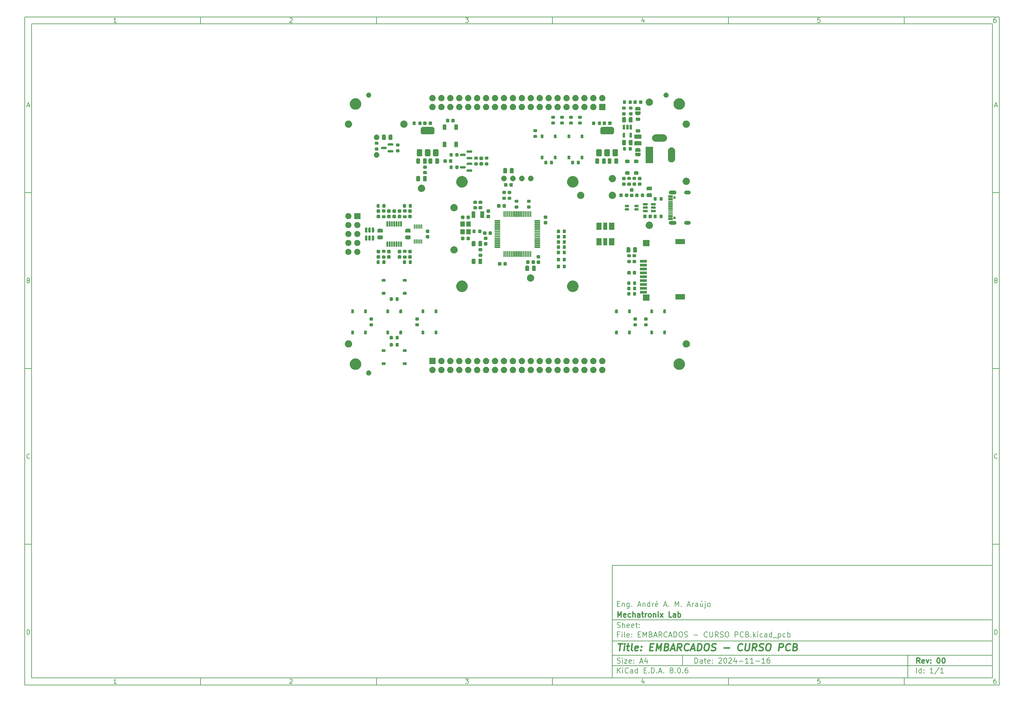
<source format=gbr>
%TF.GenerationSoftware,KiCad,Pcbnew,8.0.6*%
%TF.CreationDate,2024-11-24T18:55:18-03:00*%
%TF.ProjectId,EMBARCADOS - CURSO PCB,454d4241-5243-4414-944f-53202d204355,00*%
%TF.SameCoordinates,Original*%
%TF.FileFunction,Soldermask,Top*%
%TF.FilePolarity,Negative*%
%FSLAX46Y46*%
G04 Gerber Fmt 4.6, Leading zero omitted, Abs format (unit mm)*
G04 Created by KiCad (PCBNEW 8.0.6) date 2024-11-24 18:55:18*
%MOMM*%
%LPD*%
G01*
G04 APERTURE LIST*
%ADD10C,0.100000*%
%ADD11C,0.150000*%
%ADD12C,0.300000*%
%ADD13C,0.400000*%
G04 APERTURE END LIST*
D10*
D11*
X177002200Y-166007200D02*
X285002200Y-166007200D01*
X285002200Y-198007200D01*
X177002200Y-198007200D01*
X177002200Y-166007200D01*
D10*
D11*
X10000000Y-10000000D02*
X287002200Y-10000000D01*
X287002200Y-200007200D01*
X10000000Y-200007200D01*
X10000000Y-10000000D01*
D10*
D11*
X12000000Y-12000000D02*
X285002200Y-12000000D01*
X285002200Y-198007200D01*
X12000000Y-198007200D01*
X12000000Y-12000000D01*
D10*
D11*
X60000000Y-12000000D02*
X60000000Y-10000000D01*
D10*
D11*
X110000000Y-12000000D02*
X110000000Y-10000000D01*
D10*
D11*
X160000000Y-12000000D02*
X160000000Y-10000000D01*
D10*
D11*
X210000000Y-12000000D02*
X210000000Y-10000000D01*
D10*
D11*
X260000000Y-12000000D02*
X260000000Y-10000000D01*
D10*
D11*
X36089160Y-11593604D02*
X35346303Y-11593604D01*
X35717731Y-11593604D02*
X35717731Y-10293604D01*
X35717731Y-10293604D02*
X35593922Y-10479319D01*
X35593922Y-10479319D02*
X35470112Y-10603128D01*
X35470112Y-10603128D02*
X35346303Y-10665033D01*
D10*
D11*
X85346303Y-10417414D02*
X85408207Y-10355509D01*
X85408207Y-10355509D02*
X85532017Y-10293604D01*
X85532017Y-10293604D02*
X85841541Y-10293604D01*
X85841541Y-10293604D02*
X85965350Y-10355509D01*
X85965350Y-10355509D02*
X86027255Y-10417414D01*
X86027255Y-10417414D02*
X86089160Y-10541223D01*
X86089160Y-10541223D02*
X86089160Y-10665033D01*
X86089160Y-10665033D02*
X86027255Y-10850747D01*
X86027255Y-10850747D02*
X85284398Y-11593604D01*
X85284398Y-11593604D02*
X86089160Y-11593604D01*
D10*
D11*
X135284398Y-10293604D02*
X136089160Y-10293604D01*
X136089160Y-10293604D02*
X135655826Y-10788842D01*
X135655826Y-10788842D02*
X135841541Y-10788842D01*
X135841541Y-10788842D02*
X135965350Y-10850747D01*
X135965350Y-10850747D02*
X136027255Y-10912652D01*
X136027255Y-10912652D02*
X136089160Y-11036461D01*
X136089160Y-11036461D02*
X136089160Y-11345985D01*
X136089160Y-11345985D02*
X136027255Y-11469795D01*
X136027255Y-11469795D02*
X135965350Y-11531700D01*
X135965350Y-11531700D02*
X135841541Y-11593604D01*
X135841541Y-11593604D02*
X135470112Y-11593604D01*
X135470112Y-11593604D02*
X135346303Y-11531700D01*
X135346303Y-11531700D02*
X135284398Y-11469795D01*
D10*
D11*
X185965350Y-10726938D02*
X185965350Y-11593604D01*
X185655826Y-10231700D02*
X185346303Y-11160271D01*
X185346303Y-11160271D02*
X186151064Y-11160271D01*
D10*
D11*
X236027255Y-10293604D02*
X235408207Y-10293604D01*
X235408207Y-10293604D02*
X235346303Y-10912652D01*
X235346303Y-10912652D02*
X235408207Y-10850747D01*
X235408207Y-10850747D02*
X235532017Y-10788842D01*
X235532017Y-10788842D02*
X235841541Y-10788842D01*
X235841541Y-10788842D02*
X235965350Y-10850747D01*
X235965350Y-10850747D02*
X236027255Y-10912652D01*
X236027255Y-10912652D02*
X236089160Y-11036461D01*
X236089160Y-11036461D02*
X236089160Y-11345985D01*
X236089160Y-11345985D02*
X236027255Y-11469795D01*
X236027255Y-11469795D02*
X235965350Y-11531700D01*
X235965350Y-11531700D02*
X235841541Y-11593604D01*
X235841541Y-11593604D02*
X235532017Y-11593604D01*
X235532017Y-11593604D02*
X235408207Y-11531700D01*
X235408207Y-11531700D02*
X235346303Y-11469795D01*
D10*
D11*
X285965350Y-10293604D02*
X285717731Y-10293604D01*
X285717731Y-10293604D02*
X285593922Y-10355509D01*
X285593922Y-10355509D02*
X285532017Y-10417414D01*
X285532017Y-10417414D02*
X285408207Y-10603128D01*
X285408207Y-10603128D02*
X285346303Y-10850747D01*
X285346303Y-10850747D02*
X285346303Y-11345985D01*
X285346303Y-11345985D02*
X285408207Y-11469795D01*
X285408207Y-11469795D02*
X285470112Y-11531700D01*
X285470112Y-11531700D02*
X285593922Y-11593604D01*
X285593922Y-11593604D02*
X285841541Y-11593604D01*
X285841541Y-11593604D02*
X285965350Y-11531700D01*
X285965350Y-11531700D02*
X286027255Y-11469795D01*
X286027255Y-11469795D02*
X286089160Y-11345985D01*
X286089160Y-11345985D02*
X286089160Y-11036461D01*
X286089160Y-11036461D02*
X286027255Y-10912652D01*
X286027255Y-10912652D02*
X285965350Y-10850747D01*
X285965350Y-10850747D02*
X285841541Y-10788842D01*
X285841541Y-10788842D02*
X285593922Y-10788842D01*
X285593922Y-10788842D02*
X285470112Y-10850747D01*
X285470112Y-10850747D02*
X285408207Y-10912652D01*
X285408207Y-10912652D02*
X285346303Y-11036461D01*
D10*
D11*
X60000000Y-198007200D02*
X60000000Y-200007200D01*
D10*
D11*
X110000000Y-198007200D02*
X110000000Y-200007200D01*
D10*
D11*
X160000000Y-198007200D02*
X160000000Y-200007200D01*
D10*
D11*
X210000000Y-198007200D02*
X210000000Y-200007200D01*
D10*
D11*
X260000000Y-198007200D02*
X260000000Y-200007200D01*
D10*
D11*
X36089160Y-199600804D02*
X35346303Y-199600804D01*
X35717731Y-199600804D02*
X35717731Y-198300804D01*
X35717731Y-198300804D02*
X35593922Y-198486519D01*
X35593922Y-198486519D02*
X35470112Y-198610328D01*
X35470112Y-198610328D02*
X35346303Y-198672233D01*
D10*
D11*
X85346303Y-198424614D02*
X85408207Y-198362709D01*
X85408207Y-198362709D02*
X85532017Y-198300804D01*
X85532017Y-198300804D02*
X85841541Y-198300804D01*
X85841541Y-198300804D02*
X85965350Y-198362709D01*
X85965350Y-198362709D02*
X86027255Y-198424614D01*
X86027255Y-198424614D02*
X86089160Y-198548423D01*
X86089160Y-198548423D02*
X86089160Y-198672233D01*
X86089160Y-198672233D02*
X86027255Y-198857947D01*
X86027255Y-198857947D02*
X85284398Y-199600804D01*
X85284398Y-199600804D02*
X86089160Y-199600804D01*
D10*
D11*
X135284398Y-198300804D02*
X136089160Y-198300804D01*
X136089160Y-198300804D02*
X135655826Y-198796042D01*
X135655826Y-198796042D02*
X135841541Y-198796042D01*
X135841541Y-198796042D02*
X135965350Y-198857947D01*
X135965350Y-198857947D02*
X136027255Y-198919852D01*
X136027255Y-198919852D02*
X136089160Y-199043661D01*
X136089160Y-199043661D02*
X136089160Y-199353185D01*
X136089160Y-199353185D02*
X136027255Y-199476995D01*
X136027255Y-199476995D02*
X135965350Y-199538900D01*
X135965350Y-199538900D02*
X135841541Y-199600804D01*
X135841541Y-199600804D02*
X135470112Y-199600804D01*
X135470112Y-199600804D02*
X135346303Y-199538900D01*
X135346303Y-199538900D02*
X135284398Y-199476995D01*
D10*
D11*
X185965350Y-198734138D02*
X185965350Y-199600804D01*
X185655826Y-198238900D02*
X185346303Y-199167471D01*
X185346303Y-199167471D02*
X186151064Y-199167471D01*
D10*
D11*
X236027255Y-198300804D02*
X235408207Y-198300804D01*
X235408207Y-198300804D02*
X235346303Y-198919852D01*
X235346303Y-198919852D02*
X235408207Y-198857947D01*
X235408207Y-198857947D02*
X235532017Y-198796042D01*
X235532017Y-198796042D02*
X235841541Y-198796042D01*
X235841541Y-198796042D02*
X235965350Y-198857947D01*
X235965350Y-198857947D02*
X236027255Y-198919852D01*
X236027255Y-198919852D02*
X236089160Y-199043661D01*
X236089160Y-199043661D02*
X236089160Y-199353185D01*
X236089160Y-199353185D02*
X236027255Y-199476995D01*
X236027255Y-199476995D02*
X235965350Y-199538900D01*
X235965350Y-199538900D02*
X235841541Y-199600804D01*
X235841541Y-199600804D02*
X235532017Y-199600804D01*
X235532017Y-199600804D02*
X235408207Y-199538900D01*
X235408207Y-199538900D02*
X235346303Y-199476995D01*
D10*
D11*
X285965350Y-198300804D02*
X285717731Y-198300804D01*
X285717731Y-198300804D02*
X285593922Y-198362709D01*
X285593922Y-198362709D02*
X285532017Y-198424614D01*
X285532017Y-198424614D02*
X285408207Y-198610328D01*
X285408207Y-198610328D02*
X285346303Y-198857947D01*
X285346303Y-198857947D02*
X285346303Y-199353185D01*
X285346303Y-199353185D02*
X285408207Y-199476995D01*
X285408207Y-199476995D02*
X285470112Y-199538900D01*
X285470112Y-199538900D02*
X285593922Y-199600804D01*
X285593922Y-199600804D02*
X285841541Y-199600804D01*
X285841541Y-199600804D02*
X285965350Y-199538900D01*
X285965350Y-199538900D02*
X286027255Y-199476995D01*
X286027255Y-199476995D02*
X286089160Y-199353185D01*
X286089160Y-199353185D02*
X286089160Y-199043661D01*
X286089160Y-199043661D02*
X286027255Y-198919852D01*
X286027255Y-198919852D02*
X285965350Y-198857947D01*
X285965350Y-198857947D02*
X285841541Y-198796042D01*
X285841541Y-198796042D02*
X285593922Y-198796042D01*
X285593922Y-198796042D02*
X285470112Y-198857947D01*
X285470112Y-198857947D02*
X285408207Y-198919852D01*
X285408207Y-198919852D02*
X285346303Y-199043661D01*
D10*
D11*
X10000000Y-60000000D02*
X12000000Y-60000000D01*
D10*
D11*
X10000000Y-110000000D02*
X12000000Y-110000000D01*
D10*
D11*
X10000000Y-160000000D02*
X12000000Y-160000000D01*
D10*
D11*
X10690476Y-35222176D02*
X11309523Y-35222176D01*
X10566666Y-35593604D02*
X10999999Y-34293604D01*
X10999999Y-34293604D02*
X11433333Y-35593604D01*
D10*
D11*
X11092857Y-84912652D02*
X11278571Y-84974557D01*
X11278571Y-84974557D02*
X11340476Y-85036461D01*
X11340476Y-85036461D02*
X11402380Y-85160271D01*
X11402380Y-85160271D02*
X11402380Y-85345985D01*
X11402380Y-85345985D02*
X11340476Y-85469795D01*
X11340476Y-85469795D02*
X11278571Y-85531700D01*
X11278571Y-85531700D02*
X11154761Y-85593604D01*
X11154761Y-85593604D02*
X10659523Y-85593604D01*
X10659523Y-85593604D02*
X10659523Y-84293604D01*
X10659523Y-84293604D02*
X11092857Y-84293604D01*
X11092857Y-84293604D02*
X11216666Y-84355509D01*
X11216666Y-84355509D02*
X11278571Y-84417414D01*
X11278571Y-84417414D02*
X11340476Y-84541223D01*
X11340476Y-84541223D02*
X11340476Y-84665033D01*
X11340476Y-84665033D02*
X11278571Y-84788842D01*
X11278571Y-84788842D02*
X11216666Y-84850747D01*
X11216666Y-84850747D02*
X11092857Y-84912652D01*
X11092857Y-84912652D02*
X10659523Y-84912652D01*
D10*
D11*
X11402380Y-135469795D02*
X11340476Y-135531700D01*
X11340476Y-135531700D02*
X11154761Y-135593604D01*
X11154761Y-135593604D02*
X11030952Y-135593604D01*
X11030952Y-135593604D02*
X10845238Y-135531700D01*
X10845238Y-135531700D02*
X10721428Y-135407890D01*
X10721428Y-135407890D02*
X10659523Y-135284080D01*
X10659523Y-135284080D02*
X10597619Y-135036461D01*
X10597619Y-135036461D02*
X10597619Y-134850747D01*
X10597619Y-134850747D02*
X10659523Y-134603128D01*
X10659523Y-134603128D02*
X10721428Y-134479319D01*
X10721428Y-134479319D02*
X10845238Y-134355509D01*
X10845238Y-134355509D02*
X11030952Y-134293604D01*
X11030952Y-134293604D02*
X11154761Y-134293604D01*
X11154761Y-134293604D02*
X11340476Y-134355509D01*
X11340476Y-134355509D02*
X11402380Y-134417414D01*
D10*
D11*
X10659523Y-185593604D02*
X10659523Y-184293604D01*
X10659523Y-184293604D02*
X10969047Y-184293604D01*
X10969047Y-184293604D02*
X11154761Y-184355509D01*
X11154761Y-184355509D02*
X11278571Y-184479319D01*
X11278571Y-184479319D02*
X11340476Y-184603128D01*
X11340476Y-184603128D02*
X11402380Y-184850747D01*
X11402380Y-184850747D02*
X11402380Y-185036461D01*
X11402380Y-185036461D02*
X11340476Y-185284080D01*
X11340476Y-185284080D02*
X11278571Y-185407890D01*
X11278571Y-185407890D02*
X11154761Y-185531700D01*
X11154761Y-185531700D02*
X10969047Y-185593604D01*
X10969047Y-185593604D02*
X10659523Y-185593604D01*
D10*
D11*
X287002200Y-60000000D02*
X285002200Y-60000000D01*
D10*
D11*
X287002200Y-110000000D02*
X285002200Y-110000000D01*
D10*
D11*
X287002200Y-160000000D02*
X285002200Y-160000000D01*
D10*
D11*
X285692676Y-35222176D02*
X286311723Y-35222176D01*
X285568866Y-35593604D02*
X286002199Y-34293604D01*
X286002199Y-34293604D02*
X286435533Y-35593604D01*
D10*
D11*
X286095057Y-84912652D02*
X286280771Y-84974557D01*
X286280771Y-84974557D02*
X286342676Y-85036461D01*
X286342676Y-85036461D02*
X286404580Y-85160271D01*
X286404580Y-85160271D02*
X286404580Y-85345985D01*
X286404580Y-85345985D02*
X286342676Y-85469795D01*
X286342676Y-85469795D02*
X286280771Y-85531700D01*
X286280771Y-85531700D02*
X286156961Y-85593604D01*
X286156961Y-85593604D02*
X285661723Y-85593604D01*
X285661723Y-85593604D02*
X285661723Y-84293604D01*
X285661723Y-84293604D02*
X286095057Y-84293604D01*
X286095057Y-84293604D02*
X286218866Y-84355509D01*
X286218866Y-84355509D02*
X286280771Y-84417414D01*
X286280771Y-84417414D02*
X286342676Y-84541223D01*
X286342676Y-84541223D02*
X286342676Y-84665033D01*
X286342676Y-84665033D02*
X286280771Y-84788842D01*
X286280771Y-84788842D02*
X286218866Y-84850747D01*
X286218866Y-84850747D02*
X286095057Y-84912652D01*
X286095057Y-84912652D02*
X285661723Y-84912652D01*
D10*
D11*
X286404580Y-135469795D02*
X286342676Y-135531700D01*
X286342676Y-135531700D02*
X286156961Y-135593604D01*
X286156961Y-135593604D02*
X286033152Y-135593604D01*
X286033152Y-135593604D02*
X285847438Y-135531700D01*
X285847438Y-135531700D02*
X285723628Y-135407890D01*
X285723628Y-135407890D02*
X285661723Y-135284080D01*
X285661723Y-135284080D02*
X285599819Y-135036461D01*
X285599819Y-135036461D02*
X285599819Y-134850747D01*
X285599819Y-134850747D02*
X285661723Y-134603128D01*
X285661723Y-134603128D02*
X285723628Y-134479319D01*
X285723628Y-134479319D02*
X285847438Y-134355509D01*
X285847438Y-134355509D02*
X286033152Y-134293604D01*
X286033152Y-134293604D02*
X286156961Y-134293604D01*
X286156961Y-134293604D02*
X286342676Y-134355509D01*
X286342676Y-134355509D02*
X286404580Y-134417414D01*
D10*
D11*
X285661723Y-185593604D02*
X285661723Y-184293604D01*
X285661723Y-184293604D02*
X285971247Y-184293604D01*
X285971247Y-184293604D02*
X286156961Y-184355509D01*
X286156961Y-184355509D02*
X286280771Y-184479319D01*
X286280771Y-184479319D02*
X286342676Y-184603128D01*
X286342676Y-184603128D02*
X286404580Y-184850747D01*
X286404580Y-184850747D02*
X286404580Y-185036461D01*
X286404580Y-185036461D02*
X286342676Y-185284080D01*
X286342676Y-185284080D02*
X286280771Y-185407890D01*
X286280771Y-185407890D02*
X286156961Y-185531700D01*
X286156961Y-185531700D02*
X285971247Y-185593604D01*
X285971247Y-185593604D02*
X285661723Y-185593604D01*
D10*
D11*
X200458026Y-193793328D02*
X200458026Y-192293328D01*
X200458026Y-192293328D02*
X200815169Y-192293328D01*
X200815169Y-192293328D02*
X201029455Y-192364757D01*
X201029455Y-192364757D02*
X201172312Y-192507614D01*
X201172312Y-192507614D02*
X201243741Y-192650471D01*
X201243741Y-192650471D02*
X201315169Y-192936185D01*
X201315169Y-192936185D02*
X201315169Y-193150471D01*
X201315169Y-193150471D02*
X201243741Y-193436185D01*
X201243741Y-193436185D02*
X201172312Y-193579042D01*
X201172312Y-193579042D02*
X201029455Y-193721900D01*
X201029455Y-193721900D02*
X200815169Y-193793328D01*
X200815169Y-193793328D02*
X200458026Y-193793328D01*
X202600884Y-193793328D02*
X202600884Y-193007614D01*
X202600884Y-193007614D02*
X202529455Y-192864757D01*
X202529455Y-192864757D02*
X202386598Y-192793328D01*
X202386598Y-192793328D02*
X202100884Y-192793328D01*
X202100884Y-192793328D02*
X201958026Y-192864757D01*
X202600884Y-193721900D02*
X202458026Y-193793328D01*
X202458026Y-193793328D02*
X202100884Y-193793328D01*
X202100884Y-193793328D02*
X201958026Y-193721900D01*
X201958026Y-193721900D02*
X201886598Y-193579042D01*
X201886598Y-193579042D02*
X201886598Y-193436185D01*
X201886598Y-193436185D02*
X201958026Y-193293328D01*
X201958026Y-193293328D02*
X202100884Y-193221900D01*
X202100884Y-193221900D02*
X202458026Y-193221900D01*
X202458026Y-193221900D02*
X202600884Y-193150471D01*
X203100884Y-192793328D02*
X203672312Y-192793328D01*
X203315169Y-192293328D02*
X203315169Y-193579042D01*
X203315169Y-193579042D02*
X203386598Y-193721900D01*
X203386598Y-193721900D02*
X203529455Y-193793328D01*
X203529455Y-193793328D02*
X203672312Y-193793328D01*
X204743741Y-193721900D02*
X204600884Y-193793328D01*
X204600884Y-193793328D02*
X204315170Y-193793328D01*
X204315170Y-193793328D02*
X204172312Y-193721900D01*
X204172312Y-193721900D02*
X204100884Y-193579042D01*
X204100884Y-193579042D02*
X204100884Y-193007614D01*
X204100884Y-193007614D02*
X204172312Y-192864757D01*
X204172312Y-192864757D02*
X204315170Y-192793328D01*
X204315170Y-192793328D02*
X204600884Y-192793328D01*
X204600884Y-192793328D02*
X204743741Y-192864757D01*
X204743741Y-192864757D02*
X204815170Y-193007614D01*
X204815170Y-193007614D02*
X204815170Y-193150471D01*
X204815170Y-193150471D02*
X204100884Y-193293328D01*
X205458026Y-193650471D02*
X205529455Y-193721900D01*
X205529455Y-193721900D02*
X205458026Y-193793328D01*
X205458026Y-193793328D02*
X205386598Y-193721900D01*
X205386598Y-193721900D02*
X205458026Y-193650471D01*
X205458026Y-193650471D02*
X205458026Y-193793328D01*
X205458026Y-192864757D02*
X205529455Y-192936185D01*
X205529455Y-192936185D02*
X205458026Y-193007614D01*
X205458026Y-193007614D02*
X205386598Y-192936185D01*
X205386598Y-192936185D02*
X205458026Y-192864757D01*
X205458026Y-192864757D02*
X205458026Y-193007614D01*
X207243741Y-192436185D02*
X207315169Y-192364757D01*
X207315169Y-192364757D02*
X207458027Y-192293328D01*
X207458027Y-192293328D02*
X207815169Y-192293328D01*
X207815169Y-192293328D02*
X207958027Y-192364757D01*
X207958027Y-192364757D02*
X208029455Y-192436185D01*
X208029455Y-192436185D02*
X208100884Y-192579042D01*
X208100884Y-192579042D02*
X208100884Y-192721900D01*
X208100884Y-192721900D02*
X208029455Y-192936185D01*
X208029455Y-192936185D02*
X207172312Y-193793328D01*
X207172312Y-193793328D02*
X208100884Y-193793328D01*
X209029455Y-192293328D02*
X209172312Y-192293328D01*
X209172312Y-192293328D02*
X209315169Y-192364757D01*
X209315169Y-192364757D02*
X209386598Y-192436185D01*
X209386598Y-192436185D02*
X209458026Y-192579042D01*
X209458026Y-192579042D02*
X209529455Y-192864757D01*
X209529455Y-192864757D02*
X209529455Y-193221900D01*
X209529455Y-193221900D02*
X209458026Y-193507614D01*
X209458026Y-193507614D02*
X209386598Y-193650471D01*
X209386598Y-193650471D02*
X209315169Y-193721900D01*
X209315169Y-193721900D02*
X209172312Y-193793328D01*
X209172312Y-193793328D02*
X209029455Y-193793328D01*
X209029455Y-193793328D02*
X208886598Y-193721900D01*
X208886598Y-193721900D02*
X208815169Y-193650471D01*
X208815169Y-193650471D02*
X208743740Y-193507614D01*
X208743740Y-193507614D02*
X208672312Y-193221900D01*
X208672312Y-193221900D02*
X208672312Y-192864757D01*
X208672312Y-192864757D02*
X208743740Y-192579042D01*
X208743740Y-192579042D02*
X208815169Y-192436185D01*
X208815169Y-192436185D02*
X208886598Y-192364757D01*
X208886598Y-192364757D02*
X209029455Y-192293328D01*
X210100883Y-192436185D02*
X210172311Y-192364757D01*
X210172311Y-192364757D02*
X210315169Y-192293328D01*
X210315169Y-192293328D02*
X210672311Y-192293328D01*
X210672311Y-192293328D02*
X210815169Y-192364757D01*
X210815169Y-192364757D02*
X210886597Y-192436185D01*
X210886597Y-192436185D02*
X210958026Y-192579042D01*
X210958026Y-192579042D02*
X210958026Y-192721900D01*
X210958026Y-192721900D02*
X210886597Y-192936185D01*
X210886597Y-192936185D02*
X210029454Y-193793328D01*
X210029454Y-193793328D02*
X210958026Y-193793328D01*
X212243740Y-192793328D02*
X212243740Y-193793328D01*
X211886597Y-192221900D02*
X211529454Y-193293328D01*
X211529454Y-193293328D02*
X212458025Y-193293328D01*
X213029453Y-193221900D02*
X214172311Y-193221900D01*
X215672311Y-193793328D02*
X214815168Y-193793328D01*
X215243739Y-193793328D02*
X215243739Y-192293328D01*
X215243739Y-192293328D02*
X215100882Y-192507614D01*
X215100882Y-192507614D02*
X214958025Y-192650471D01*
X214958025Y-192650471D02*
X214815168Y-192721900D01*
X217100882Y-193793328D02*
X216243739Y-193793328D01*
X216672310Y-193793328D02*
X216672310Y-192293328D01*
X216672310Y-192293328D02*
X216529453Y-192507614D01*
X216529453Y-192507614D02*
X216386596Y-192650471D01*
X216386596Y-192650471D02*
X216243739Y-192721900D01*
X217743738Y-193221900D02*
X218886596Y-193221900D01*
X220386596Y-193793328D02*
X219529453Y-193793328D01*
X219958024Y-193793328D02*
X219958024Y-192293328D01*
X219958024Y-192293328D02*
X219815167Y-192507614D01*
X219815167Y-192507614D02*
X219672310Y-192650471D01*
X219672310Y-192650471D02*
X219529453Y-192721900D01*
X221672310Y-192293328D02*
X221386595Y-192293328D01*
X221386595Y-192293328D02*
X221243738Y-192364757D01*
X221243738Y-192364757D02*
X221172310Y-192436185D01*
X221172310Y-192436185D02*
X221029452Y-192650471D01*
X221029452Y-192650471D02*
X220958024Y-192936185D01*
X220958024Y-192936185D02*
X220958024Y-193507614D01*
X220958024Y-193507614D02*
X221029452Y-193650471D01*
X221029452Y-193650471D02*
X221100881Y-193721900D01*
X221100881Y-193721900D02*
X221243738Y-193793328D01*
X221243738Y-193793328D02*
X221529452Y-193793328D01*
X221529452Y-193793328D02*
X221672310Y-193721900D01*
X221672310Y-193721900D02*
X221743738Y-193650471D01*
X221743738Y-193650471D02*
X221815167Y-193507614D01*
X221815167Y-193507614D02*
X221815167Y-193150471D01*
X221815167Y-193150471D02*
X221743738Y-193007614D01*
X221743738Y-193007614D02*
X221672310Y-192936185D01*
X221672310Y-192936185D02*
X221529452Y-192864757D01*
X221529452Y-192864757D02*
X221243738Y-192864757D01*
X221243738Y-192864757D02*
X221100881Y-192936185D01*
X221100881Y-192936185D02*
X221029452Y-193007614D01*
X221029452Y-193007614D02*
X220958024Y-193150471D01*
D10*
D11*
X177002200Y-194507200D02*
X285002200Y-194507200D01*
D10*
D11*
X178458026Y-196593328D02*
X178458026Y-195093328D01*
X179315169Y-196593328D02*
X178672312Y-195736185D01*
X179315169Y-195093328D02*
X178458026Y-195950471D01*
X179958026Y-196593328D02*
X179958026Y-195593328D01*
X179958026Y-195093328D02*
X179886598Y-195164757D01*
X179886598Y-195164757D02*
X179958026Y-195236185D01*
X179958026Y-195236185D02*
X180029455Y-195164757D01*
X180029455Y-195164757D02*
X179958026Y-195093328D01*
X179958026Y-195093328D02*
X179958026Y-195236185D01*
X181529455Y-196450471D02*
X181458027Y-196521900D01*
X181458027Y-196521900D02*
X181243741Y-196593328D01*
X181243741Y-196593328D02*
X181100884Y-196593328D01*
X181100884Y-196593328D02*
X180886598Y-196521900D01*
X180886598Y-196521900D02*
X180743741Y-196379042D01*
X180743741Y-196379042D02*
X180672312Y-196236185D01*
X180672312Y-196236185D02*
X180600884Y-195950471D01*
X180600884Y-195950471D02*
X180600884Y-195736185D01*
X180600884Y-195736185D02*
X180672312Y-195450471D01*
X180672312Y-195450471D02*
X180743741Y-195307614D01*
X180743741Y-195307614D02*
X180886598Y-195164757D01*
X180886598Y-195164757D02*
X181100884Y-195093328D01*
X181100884Y-195093328D02*
X181243741Y-195093328D01*
X181243741Y-195093328D02*
X181458027Y-195164757D01*
X181458027Y-195164757D02*
X181529455Y-195236185D01*
X182815170Y-196593328D02*
X182815170Y-195807614D01*
X182815170Y-195807614D02*
X182743741Y-195664757D01*
X182743741Y-195664757D02*
X182600884Y-195593328D01*
X182600884Y-195593328D02*
X182315170Y-195593328D01*
X182315170Y-195593328D02*
X182172312Y-195664757D01*
X182815170Y-196521900D02*
X182672312Y-196593328D01*
X182672312Y-196593328D02*
X182315170Y-196593328D01*
X182315170Y-196593328D02*
X182172312Y-196521900D01*
X182172312Y-196521900D02*
X182100884Y-196379042D01*
X182100884Y-196379042D02*
X182100884Y-196236185D01*
X182100884Y-196236185D02*
X182172312Y-196093328D01*
X182172312Y-196093328D02*
X182315170Y-196021900D01*
X182315170Y-196021900D02*
X182672312Y-196021900D01*
X182672312Y-196021900D02*
X182815170Y-195950471D01*
X184172313Y-196593328D02*
X184172313Y-195093328D01*
X184172313Y-196521900D02*
X184029455Y-196593328D01*
X184029455Y-196593328D02*
X183743741Y-196593328D01*
X183743741Y-196593328D02*
X183600884Y-196521900D01*
X183600884Y-196521900D02*
X183529455Y-196450471D01*
X183529455Y-196450471D02*
X183458027Y-196307614D01*
X183458027Y-196307614D02*
X183458027Y-195879042D01*
X183458027Y-195879042D02*
X183529455Y-195736185D01*
X183529455Y-195736185D02*
X183600884Y-195664757D01*
X183600884Y-195664757D02*
X183743741Y-195593328D01*
X183743741Y-195593328D02*
X184029455Y-195593328D01*
X184029455Y-195593328D02*
X184172313Y-195664757D01*
X186029455Y-195807614D02*
X186529455Y-195807614D01*
X186743741Y-196593328D02*
X186029455Y-196593328D01*
X186029455Y-196593328D02*
X186029455Y-195093328D01*
X186029455Y-195093328D02*
X186743741Y-195093328D01*
X187386598Y-196450471D02*
X187458027Y-196521900D01*
X187458027Y-196521900D02*
X187386598Y-196593328D01*
X187386598Y-196593328D02*
X187315170Y-196521900D01*
X187315170Y-196521900D02*
X187386598Y-196450471D01*
X187386598Y-196450471D02*
X187386598Y-196593328D01*
X188100884Y-196593328D02*
X188100884Y-195093328D01*
X188100884Y-195093328D02*
X188458027Y-195093328D01*
X188458027Y-195093328D02*
X188672313Y-195164757D01*
X188672313Y-195164757D02*
X188815170Y-195307614D01*
X188815170Y-195307614D02*
X188886599Y-195450471D01*
X188886599Y-195450471D02*
X188958027Y-195736185D01*
X188958027Y-195736185D02*
X188958027Y-195950471D01*
X188958027Y-195950471D02*
X188886599Y-196236185D01*
X188886599Y-196236185D02*
X188815170Y-196379042D01*
X188815170Y-196379042D02*
X188672313Y-196521900D01*
X188672313Y-196521900D02*
X188458027Y-196593328D01*
X188458027Y-196593328D02*
X188100884Y-196593328D01*
X189600884Y-196450471D02*
X189672313Y-196521900D01*
X189672313Y-196521900D02*
X189600884Y-196593328D01*
X189600884Y-196593328D02*
X189529456Y-196521900D01*
X189529456Y-196521900D02*
X189600884Y-196450471D01*
X189600884Y-196450471D02*
X189600884Y-196593328D01*
X190243742Y-196164757D02*
X190958028Y-196164757D01*
X190100885Y-196593328D02*
X190600885Y-195093328D01*
X190600885Y-195093328D02*
X191100885Y-196593328D01*
X191600884Y-196450471D02*
X191672313Y-196521900D01*
X191672313Y-196521900D02*
X191600884Y-196593328D01*
X191600884Y-196593328D02*
X191529456Y-196521900D01*
X191529456Y-196521900D02*
X191600884Y-196450471D01*
X191600884Y-196450471D02*
X191600884Y-196593328D01*
X193672313Y-195736185D02*
X193529456Y-195664757D01*
X193529456Y-195664757D02*
X193458027Y-195593328D01*
X193458027Y-195593328D02*
X193386599Y-195450471D01*
X193386599Y-195450471D02*
X193386599Y-195379042D01*
X193386599Y-195379042D02*
X193458027Y-195236185D01*
X193458027Y-195236185D02*
X193529456Y-195164757D01*
X193529456Y-195164757D02*
X193672313Y-195093328D01*
X193672313Y-195093328D02*
X193958027Y-195093328D01*
X193958027Y-195093328D02*
X194100885Y-195164757D01*
X194100885Y-195164757D02*
X194172313Y-195236185D01*
X194172313Y-195236185D02*
X194243742Y-195379042D01*
X194243742Y-195379042D02*
X194243742Y-195450471D01*
X194243742Y-195450471D02*
X194172313Y-195593328D01*
X194172313Y-195593328D02*
X194100885Y-195664757D01*
X194100885Y-195664757D02*
X193958027Y-195736185D01*
X193958027Y-195736185D02*
X193672313Y-195736185D01*
X193672313Y-195736185D02*
X193529456Y-195807614D01*
X193529456Y-195807614D02*
X193458027Y-195879042D01*
X193458027Y-195879042D02*
X193386599Y-196021900D01*
X193386599Y-196021900D02*
X193386599Y-196307614D01*
X193386599Y-196307614D02*
X193458027Y-196450471D01*
X193458027Y-196450471D02*
X193529456Y-196521900D01*
X193529456Y-196521900D02*
X193672313Y-196593328D01*
X193672313Y-196593328D02*
X193958027Y-196593328D01*
X193958027Y-196593328D02*
X194100885Y-196521900D01*
X194100885Y-196521900D02*
X194172313Y-196450471D01*
X194172313Y-196450471D02*
X194243742Y-196307614D01*
X194243742Y-196307614D02*
X194243742Y-196021900D01*
X194243742Y-196021900D02*
X194172313Y-195879042D01*
X194172313Y-195879042D02*
X194100885Y-195807614D01*
X194100885Y-195807614D02*
X193958027Y-195736185D01*
X194886598Y-196450471D02*
X194958027Y-196521900D01*
X194958027Y-196521900D02*
X194886598Y-196593328D01*
X194886598Y-196593328D02*
X194815170Y-196521900D01*
X194815170Y-196521900D02*
X194886598Y-196450471D01*
X194886598Y-196450471D02*
X194886598Y-196593328D01*
X195886599Y-195093328D02*
X196029456Y-195093328D01*
X196029456Y-195093328D02*
X196172313Y-195164757D01*
X196172313Y-195164757D02*
X196243742Y-195236185D01*
X196243742Y-195236185D02*
X196315170Y-195379042D01*
X196315170Y-195379042D02*
X196386599Y-195664757D01*
X196386599Y-195664757D02*
X196386599Y-196021900D01*
X196386599Y-196021900D02*
X196315170Y-196307614D01*
X196315170Y-196307614D02*
X196243742Y-196450471D01*
X196243742Y-196450471D02*
X196172313Y-196521900D01*
X196172313Y-196521900D02*
X196029456Y-196593328D01*
X196029456Y-196593328D02*
X195886599Y-196593328D01*
X195886599Y-196593328D02*
X195743742Y-196521900D01*
X195743742Y-196521900D02*
X195672313Y-196450471D01*
X195672313Y-196450471D02*
X195600884Y-196307614D01*
X195600884Y-196307614D02*
X195529456Y-196021900D01*
X195529456Y-196021900D02*
X195529456Y-195664757D01*
X195529456Y-195664757D02*
X195600884Y-195379042D01*
X195600884Y-195379042D02*
X195672313Y-195236185D01*
X195672313Y-195236185D02*
X195743742Y-195164757D01*
X195743742Y-195164757D02*
X195886599Y-195093328D01*
X197029455Y-196450471D02*
X197100884Y-196521900D01*
X197100884Y-196521900D02*
X197029455Y-196593328D01*
X197029455Y-196593328D02*
X196958027Y-196521900D01*
X196958027Y-196521900D02*
X197029455Y-196450471D01*
X197029455Y-196450471D02*
X197029455Y-196593328D01*
X198386599Y-195093328D02*
X198100884Y-195093328D01*
X198100884Y-195093328D02*
X197958027Y-195164757D01*
X197958027Y-195164757D02*
X197886599Y-195236185D01*
X197886599Y-195236185D02*
X197743741Y-195450471D01*
X197743741Y-195450471D02*
X197672313Y-195736185D01*
X197672313Y-195736185D02*
X197672313Y-196307614D01*
X197672313Y-196307614D02*
X197743741Y-196450471D01*
X197743741Y-196450471D02*
X197815170Y-196521900D01*
X197815170Y-196521900D02*
X197958027Y-196593328D01*
X197958027Y-196593328D02*
X198243741Y-196593328D01*
X198243741Y-196593328D02*
X198386599Y-196521900D01*
X198386599Y-196521900D02*
X198458027Y-196450471D01*
X198458027Y-196450471D02*
X198529456Y-196307614D01*
X198529456Y-196307614D02*
X198529456Y-195950471D01*
X198529456Y-195950471D02*
X198458027Y-195807614D01*
X198458027Y-195807614D02*
X198386599Y-195736185D01*
X198386599Y-195736185D02*
X198243741Y-195664757D01*
X198243741Y-195664757D02*
X197958027Y-195664757D01*
X197958027Y-195664757D02*
X197815170Y-195736185D01*
X197815170Y-195736185D02*
X197743741Y-195807614D01*
X197743741Y-195807614D02*
X197672313Y-195950471D01*
D10*
D11*
X177002200Y-191507200D02*
X285002200Y-191507200D01*
D10*
D12*
X264413853Y-193785528D02*
X263913853Y-193071242D01*
X263556710Y-193785528D02*
X263556710Y-192285528D01*
X263556710Y-192285528D02*
X264128139Y-192285528D01*
X264128139Y-192285528D02*
X264270996Y-192356957D01*
X264270996Y-192356957D02*
X264342425Y-192428385D01*
X264342425Y-192428385D02*
X264413853Y-192571242D01*
X264413853Y-192571242D02*
X264413853Y-192785528D01*
X264413853Y-192785528D02*
X264342425Y-192928385D01*
X264342425Y-192928385D02*
X264270996Y-192999814D01*
X264270996Y-192999814D02*
X264128139Y-193071242D01*
X264128139Y-193071242D02*
X263556710Y-193071242D01*
X265628139Y-193714100D02*
X265485282Y-193785528D01*
X265485282Y-193785528D02*
X265199568Y-193785528D01*
X265199568Y-193785528D02*
X265056710Y-193714100D01*
X265056710Y-193714100D02*
X264985282Y-193571242D01*
X264985282Y-193571242D02*
X264985282Y-192999814D01*
X264985282Y-192999814D02*
X265056710Y-192856957D01*
X265056710Y-192856957D02*
X265199568Y-192785528D01*
X265199568Y-192785528D02*
X265485282Y-192785528D01*
X265485282Y-192785528D02*
X265628139Y-192856957D01*
X265628139Y-192856957D02*
X265699568Y-192999814D01*
X265699568Y-192999814D02*
X265699568Y-193142671D01*
X265699568Y-193142671D02*
X264985282Y-193285528D01*
X266199567Y-192785528D02*
X266556710Y-193785528D01*
X266556710Y-193785528D02*
X266913853Y-192785528D01*
X267485281Y-193642671D02*
X267556710Y-193714100D01*
X267556710Y-193714100D02*
X267485281Y-193785528D01*
X267485281Y-193785528D02*
X267413853Y-193714100D01*
X267413853Y-193714100D02*
X267485281Y-193642671D01*
X267485281Y-193642671D02*
X267485281Y-193785528D01*
X267485281Y-192856957D02*
X267556710Y-192928385D01*
X267556710Y-192928385D02*
X267485281Y-192999814D01*
X267485281Y-192999814D02*
X267413853Y-192928385D01*
X267413853Y-192928385D02*
X267485281Y-192856957D01*
X267485281Y-192856957D02*
X267485281Y-192999814D01*
X269628139Y-192285528D02*
X269770996Y-192285528D01*
X269770996Y-192285528D02*
X269913853Y-192356957D01*
X269913853Y-192356957D02*
X269985282Y-192428385D01*
X269985282Y-192428385D02*
X270056710Y-192571242D01*
X270056710Y-192571242D02*
X270128139Y-192856957D01*
X270128139Y-192856957D02*
X270128139Y-193214100D01*
X270128139Y-193214100D02*
X270056710Y-193499814D01*
X270056710Y-193499814D02*
X269985282Y-193642671D01*
X269985282Y-193642671D02*
X269913853Y-193714100D01*
X269913853Y-193714100D02*
X269770996Y-193785528D01*
X269770996Y-193785528D02*
X269628139Y-193785528D01*
X269628139Y-193785528D02*
X269485282Y-193714100D01*
X269485282Y-193714100D02*
X269413853Y-193642671D01*
X269413853Y-193642671D02*
X269342424Y-193499814D01*
X269342424Y-193499814D02*
X269270996Y-193214100D01*
X269270996Y-193214100D02*
X269270996Y-192856957D01*
X269270996Y-192856957D02*
X269342424Y-192571242D01*
X269342424Y-192571242D02*
X269413853Y-192428385D01*
X269413853Y-192428385D02*
X269485282Y-192356957D01*
X269485282Y-192356957D02*
X269628139Y-192285528D01*
X271056710Y-192285528D02*
X271199567Y-192285528D01*
X271199567Y-192285528D02*
X271342424Y-192356957D01*
X271342424Y-192356957D02*
X271413853Y-192428385D01*
X271413853Y-192428385D02*
X271485281Y-192571242D01*
X271485281Y-192571242D02*
X271556710Y-192856957D01*
X271556710Y-192856957D02*
X271556710Y-193214100D01*
X271556710Y-193214100D02*
X271485281Y-193499814D01*
X271485281Y-193499814D02*
X271413853Y-193642671D01*
X271413853Y-193642671D02*
X271342424Y-193714100D01*
X271342424Y-193714100D02*
X271199567Y-193785528D01*
X271199567Y-193785528D02*
X271056710Y-193785528D01*
X271056710Y-193785528D02*
X270913853Y-193714100D01*
X270913853Y-193714100D02*
X270842424Y-193642671D01*
X270842424Y-193642671D02*
X270770995Y-193499814D01*
X270770995Y-193499814D02*
X270699567Y-193214100D01*
X270699567Y-193214100D02*
X270699567Y-192856957D01*
X270699567Y-192856957D02*
X270770995Y-192571242D01*
X270770995Y-192571242D02*
X270842424Y-192428385D01*
X270842424Y-192428385D02*
X270913853Y-192356957D01*
X270913853Y-192356957D02*
X271056710Y-192285528D01*
D10*
D11*
X178386598Y-193721900D02*
X178600884Y-193793328D01*
X178600884Y-193793328D02*
X178958026Y-193793328D01*
X178958026Y-193793328D02*
X179100884Y-193721900D01*
X179100884Y-193721900D02*
X179172312Y-193650471D01*
X179172312Y-193650471D02*
X179243741Y-193507614D01*
X179243741Y-193507614D02*
X179243741Y-193364757D01*
X179243741Y-193364757D02*
X179172312Y-193221900D01*
X179172312Y-193221900D02*
X179100884Y-193150471D01*
X179100884Y-193150471D02*
X178958026Y-193079042D01*
X178958026Y-193079042D02*
X178672312Y-193007614D01*
X178672312Y-193007614D02*
X178529455Y-192936185D01*
X178529455Y-192936185D02*
X178458026Y-192864757D01*
X178458026Y-192864757D02*
X178386598Y-192721900D01*
X178386598Y-192721900D02*
X178386598Y-192579042D01*
X178386598Y-192579042D02*
X178458026Y-192436185D01*
X178458026Y-192436185D02*
X178529455Y-192364757D01*
X178529455Y-192364757D02*
X178672312Y-192293328D01*
X178672312Y-192293328D02*
X179029455Y-192293328D01*
X179029455Y-192293328D02*
X179243741Y-192364757D01*
X179886597Y-193793328D02*
X179886597Y-192793328D01*
X179886597Y-192293328D02*
X179815169Y-192364757D01*
X179815169Y-192364757D02*
X179886597Y-192436185D01*
X179886597Y-192436185D02*
X179958026Y-192364757D01*
X179958026Y-192364757D02*
X179886597Y-192293328D01*
X179886597Y-192293328D02*
X179886597Y-192436185D01*
X180458026Y-192793328D02*
X181243741Y-192793328D01*
X181243741Y-192793328D02*
X180458026Y-193793328D01*
X180458026Y-193793328D02*
X181243741Y-193793328D01*
X182386598Y-193721900D02*
X182243741Y-193793328D01*
X182243741Y-193793328D02*
X181958027Y-193793328D01*
X181958027Y-193793328D02*
X181815169Y-193721900D01*
X181815169Y-193721900D02*
X181743741Y-193579042D01*
X181743741Y-193579042D02*
X181743741Y-193007614D01*
X181743741Y-193007614D02*
X181815169Y-192864757D01*
X181815169Y-192864757D02*
X181958027Y-192793328D01*
X181958027Y-192793328D02*
X182243741Y-192793328D01*
X182243741Y-192793328D02*
X182386598Y-192864757D01*
X182386598Y-192864757D02*
X182458027Y-193007614D01*
X182458027Y-193007614D02*
X182458027Y-193150471D01*
X182458027Y-193150471D02*
X181743741Y-193293328D01*
X183100883Y-193650471D02*
X183172312Y-193721900D01*
X183172312Y-193721900D02*
X183100883Y-193793328D01*
X183100883Y-193793328D02*
X183029455Y-193721900D01*
X183029455Y-193721900D02*
X183100883Y-193650471D01*
X183100883Y-193650471D02*
X183100883Y-193793328D01*
X183100883Y-192864757D02*
X183172312Y-192936185D01*
X183172312Y-192936185D02*
X183100883Y-193007614D01*
X183100883Y-193007614D02*
X183029455Y-192936185D01*
X183029455Y-192936185D02*
X183100883Y-192864757D01*
X183100883Y-192864757D02*
X183100883Y-193007614D01*
X184886598Y-193364757D02*
X185600884Y-193364757D01*
X184743741Y-193793328D02*
X185243741Y-192293328D01*
X185243741Y-192293328D02*
X185743741Y-193793328D01*
X186886598Y-192793328D02*
X186886598Y-193793328D01*
X186529455Y-192221900D02*
X186172312Y-193293328D01*
X186172312Y-193293328D02*
X187100883Y-193293328D01*
D10*
D11*
X263458026Y-196593328D02*
X263458026Y-195093328D01*
X264815170Y-196593328D02*
X264815170Y-195093328D01*
X264815170Y-196521900D02*
X264672312Y-196593328D01*
X264672312Y-196593328D02*
X264386598Y-196593328D01*
X264386598Y-196593328D02*
X264243741Y-196521900D01*
X264243741Y-196521900D02*
X264172312Y-196450471D01*
X264172312Y-196450471D02*
X264100884Y-196307614D01*
X264100884Y-196307614D02*
X264100884Y-195879042D01*
X264100884Y-195879042D02*
X264172312Y-195736185D01*
X264172312Y-195736185D02*
X264243741Y-195664757D01*
X264243741Y-195664757D02*
X264386598Y-195593328D01*
X264386598Y-195593328D02*
X264672312Y-195593328D01*
X264672312Y-195593328D02*
X264815170Y-195664757D01*
X265529455Y-196450471D02*
X265600884Y-196521900D01*
X265600884Y-196521900D02*
X265529455Y-196593328D01*
X265529455Y-196593328D02*
X265458027Y-196521900D01*
X265458027Y-196521900D02*
X265529455Y-196450471D01*
X265529455Y-196450471D02*
X265529455Y-196593328D01*
X265529455Y-195664757D02*
X265600884Y-195736185D01*
X265600884Y-195736185D02*
X265529455Y-195807614D01*
X265529455Y-195807614D02*
X265458027Y-195736185D01*
X265458027Y-195736185D02*
X265529455Y-195664757D01*
X265529455Y-195664757D02*
X265529455Y-195807614D01*
X268172313Y-196593328D02*
X267315170Y-196593328D01*
X267743741Y-196593328D02*
X267743741Y-195093328D01*
X267743741Y-195093328D02*
X267600884Y-195307614D01*
X267600884Y-195307614D02*
X267458027Y-195450471D01*
X267458027Y-195450471D02*
X267315170Y-195521900D01*
X269886598Y-195021900D02*
X268600884Y-196950471D01*
X271172313Y-196593328D02*
X270315170Y-196593328D01*
X270743741Y-196593328D02*
X270743741Y-195093328D01*
X270743741Y-195093328D02*
X270600884Y-195307614D01*
X270600884Y-195307614D02*
X270458027Y-195450471D01*
X270458027Y-195450471D02*
X270315170Y-195521900D01*
D10*
D11*
X177002200Y-187507200D02*
X285002200Y-187507200D01*
D10*
D13*
X178693928Y-188211638D02*
X179836785Y-188211638D01*
X179015357Y-190211638D02*
X179265357Y-188211638D01*
X180253452Y-190211638D02*
X180420119Y-188878304D01*
X180503452Y-188211638D02*
X180396309Y-188306876D01*
X180396309Y-188306876D02*
X180479643Y-188402114D01*
X180479643Y-188402114D02*
X180586786Y-188306876D01*
X180586786Y-188306876D02*
X180503452Y-188211638D01*
X180503452Y-188211638D02*
X180479643Y-188402114D01*
X181086786Y-188878304D02*
X181848690Y-188878304D01*
X181455833Y-188211638D02*
X181241548Y-189925923D01*
X181241548Y-189925923D02*
X181312976Y-190116400D01*
X181312976Y-190116400D02*
X181491548Y-190211638D01*
X181491548Y-190211638D02*
X181682024Y-190211638D01*
X182634405Y-190211638D02*
X182455833Y-190116400D01*
X182455833Y-190116400D02*
X182384405Y-189925923D01*
X182384405Y-189925923D02*
X182598690Y-188211638D01*
X184170119Y-190116400D02*
X183967738Y-190211638D01*
X183967738Y-190211638D02*
X183586785Y-190211638D01*
X183586785Y-190211638D02*
X183408214Y-190116400D01*
X183408214Y-190116400D02*
X183336785Y-189925923D01*
X183336785Y-189925923D02*
X183432024Y-189164019D01*
X183432024Y-189164019D02*
X183551071Y-188973542D01*
X183551071Y-188973542D02*
X183753452Y-188878304D01*
X183753452Y-188878304D02*
X184134404Y-188878304D01*
X184134404Y-188878304D02*
X184312976Y-188973542D01*
X184312976Y-188973542D02*
X184384404Y-189164019D01*
X184384404Y-189164019D02*
X184360595Y-189354495D01*
X184360595Y-189354495D02*
X183384404Y-189544971D01*
X185134405Y-190021161D02*
X185217738Y-190116400D01*
X185217738Y-190116400D02*
X185110595Y-190211638D01*
X185110595Y-190211638D02*
X185027262Y-190116400D01*
X185027262Y-190116400D02*
X185134405Y-190021161D01*
X185134405Y-190021161D02*
X185110595Y-190211638D01*
X185265357Y-188973542D02*
X185348690Y-189068780D01*
X185348690Y-189068780D02*
X185241548Y-189164019D01*
X185241548Y-189164019D02*
X185158214Y-189068780D01*
X185158214Y-189068780D02*
X185265357Y-188973542D01*
X185265357Y-188973542D02*
X185241548Y-189164019D01*
X187717739Y-189164019D02*
X188384405Y-189164019D01*
X188539167Y-190211638D02*
X187586786Y-190211638D01*
X187586786Y-190211638D02*
X187836786Y-188211638D01*
X187836786Y-188211638D02*
X188789167Y-188211638D01*
X189396310Y-190211638D02*
X189646310Y-188211638D01*
X189646310Y-188211638D02*
X190134405Y-189640209D01*
X190134405Y-189640209D02*
X190979644Y-188211638D01*
X190979644Y-188211638D02*
X190729644Y-190211638D01*
X192479643Y-189164019D02*
X192753453Y-189259257D01*
X192753453Y-189259257D02*
X192836786Y-189354495D01*
X192836786Y-189354495D02*
X192908215Y-189544971D01*
X192908215Y-189544971D02*
X192872500Y-189830685D01*
X192872500Y-189830685D02*
X192753453Y-190021161D01*
X192753453Y-190021161D02*
X192646310Y-190116400D01*
X192646310Y-190116400D02*
X192443929Y-190211638D01*
X192443929Y-190211638D02*
X191682024Y-190211638D01*
X191682024Y-190211638D02*
X191932024Y-188211638D01*
X191932024Y-188211638D02*
X192598691Y-188211638D01*
X192598691Y-188211638D02*
X192777262Y-188306876D01*
X192777262Y-188306876D02*
X192860596Y-188402114D01*
X192860596Y-188402114D02*
X192932024Y-188592590D01*
X192932024Y-188592590D02*
X192908215Y-188783066D01*
X192908215Y-188783066D02*
X192789167Y-188973542D01*
X192789167Y-188973542D02*
X192682024Y-189068780D01*
X192682024Y-189068780D02*
X192479643Y-189164019D01*
X192479643Y-189164019D02*
X191812977Y-189164019D01*
X193658215Y-189640209D02*
X194610596Y-189640209D01*
X193396310Y-190211638D02*
X194312977Y-188211638D01*
X194312977Y-188211638D02*
X194729643Y-190211638D01*
X196539167Y-190211638D02*
X195991548Y-189259257D01*
X195396310Y-190211638D02*
X195646310Y-188211638D01*
X195646310Y-188211638D02*
X196408215Y-188211638D01*
X196408215Y-188211638D02*
X196586786Y-188306876D01*
X196586786Y-188306876D02*
X196670120Y-188402114D01*
X196670120Y-188402114D02*
X196741548Y-188592590D01*
X196741548Y-188592590D02*
X196705834Y-188878304D01*
X196705834Y-188878304D02*
X196586786Y-189068780D01*
X196586786Y-189068780D02*
X196479644Y-189164019D01*
X196479644Y-189164019D02*
X196277263Y-189259257D01*
X196277263Y-189259257D02*
X195515358Y-189259257D01*
X198562977Y-190021161D02*
X198455834Y-190116400D01*
X198455834Y-190116400D02*
X198158215Y-190211638D01*
X198158215Y-190211638D02*
X197967739Y-190211638D01*
X197967739Y-190211638D02*
X197693929Y-190116400D01*
X197693929Y-190116400D02*
X197527263Y-189925923D01*
X197527263Y-189925923D02*
X197455834Y-189735447D01*
X197455834Y-189735447D02*
X197408215Y-189354495D01*
X197408215Y-189354495D02*
X197443929Y-189068780D01*
X197443929Y-189068780D02*
X197586786Y-188687828D01*
X197586786Y-188687828D02*
X197705834Y-188497352D01*
X197705834Y-188497352D02*
X197920120Y-188306876D01*
X197920120Y-188306876D02*
X198217739Y-188211638D01*
X198217739Y-188211638D02*
X198408215Y-188211638D01*
X198408215Y-188211638D02*
X198682025Y-188306876D01*
X198682025Y-188306876D02*
X198765358Y-188402114D01*
X199372501Y-189640209D02*
X200324882Y-189640209D01*
X199110596Y-190211638D02*
X200027263Y-188211638D01*
X200027263Y-188211638D02*
X200443929Y-190211638D01*
X201110596Y-190211638D02*
X201360596Y-188211638D01*
X201360596Y-188211638D02*
X201836787Y-188211638D01*
X201836787Y-188211638D02*
X202110596Y-188306876D01*
X202110596Y-188306876D02*
X202277263Y-188497352D01*
X202277263Y-188497352D02*
X202348691Y-188687828D01*
X202348691Y-188687828D02*
X202396311Y-189068780D01*
X202396311Y-189068780D02*
X202360596Y-189354495D01*
X202360596Y-189354495D02*
X202217739Y-189735447D01*
X202217739Y-189735447D02*
X202098691Y-189925923D01*
X202098691Y-189925923D02*
X201884406Y-190116400D01*
X201884406Y-190116400D02*
X201586787Y-190211638D01*
X201586787Y-190211638D02*
X201110596Y-190211638D01*
X203741549Y-188211638D02*
X204122501Y-188211638D01*
X204122501Y-188211638D02*
X204301072Y-188306876D01*
X204301072Y-188306876D02*
X204467739Y-188497352D01*
X204467739Y-188497352D02*
X204515358Y-188878304D01*
X204515358Y-188878304D02*
X204432025Y-189544971D01*
X204432025Y-189544971D02*
X204289168Y-189925923D01*
X204289168Y-189925923D02*
X204074882Y-190116400D01*
X204074882Y-190116400D02*
X203872501Y-190211638D01*
X203872501Y-190211638D02*
X203491549Y-190211638D01*
X203491549Y-190211638D02*
X203312977Y-190116400D01*
X203312977Y-190116400D02*
X203146311Y-189925923D01*
X203146311Y-189925923D02*
X203098691Y-189544971D01*
X203098691Y-189544971D02*
X203182025Y-188878304D01*
X203182025Y-188878304D02*
X203324882Y-188497352D01*
X203324882Y-188497352D02*
X203539168Y-188306876D01*
X203539168Y-188306876D02*
X203741549Y-188211638D01*
X205122501Y-190116400D02*
X205396310Y-190211638D01*
X205396310Y-190211638D02*
X205872501Y-190211638D01*
X205872501Y-190211638D02*
X206074882Y-190116400D01*
X206074882Y-190116400D02*
X206182025Y-190021161D01*
X206182025Y-190021161D02*
X206301072Y-189830685D01*
X206301072Y-189830685D02*
X206324882Y-189640209D01*
X206324882Y-189640209D02*
X206253453Y-189449733D01*
X206253453Y-189449733D02*
X206170120Y-189354495D01*
X206170120Y-189354495D02*
X205991549Y-189259257D01*
X205991549Y-189259257D02*
X205622501Y-189164019D01*
X205622501Y-189164019D02*
X205443929Y-189068780D01*
X205443929Y-189068780D02*
X205360596Y-188973542D01*
X205360596Y-188973542D02*
X205289168Y-188783066D01*
X205289168Y-188783066D02*
X205312977Y-188592590D01*
X205312977Y-188592590D02*
X205432025Y-188402114D01*
X205432025Y-188402114D02*
X205539168Y-188306876D01*
X205539168Y-188306876D02*
X205741549Y-188211638D01*
X205741549Y-188211638D02*
X206217739Y-188211638D01*
X206217739Y-188211638D02*
X206491549Y-188306876D01*
X208729644Y-189449733D02*
X210253454Y-189449733D01*
X213801073Y-190021161D02*
X213693930Y-190116400D01*
X213693930Y-190116400D02*
X213396311Y-190211638D01*
X213396311Y-190211638D02*
X213205835Y-190211638D01*
X213205835Y-190211638D02*
X212932025Y-190116400D01*
X212932025Y-190116400D02*
X212765359Y-189925923D01*
X212765359Y-189925923D02*
X212693930Y-189735447D01*
X212693930Y-189735447D02*
X212646311Y-189354495D01*
X212646311Y-189354495D02*
X212682025Y-189068780D01*
X212682025Y-189068780D02*
X212824882Y-188687828D01*
X212824882Y-188687828D02*
X212943930Y-188497352D01*
X212943930Y-188497352D02*
X213158216Y-188306876D01*
X213158216Y-188306876D02*
X213455835Y-188211638D01*
X213455835Y-188211638D02*
X213646311Y-188211638D01*
X213646311Y-188211638D02*
X213920121Y-188306876D01*
X213920121Y-188306876D02*
X214003454Y-188402114D01*
X214884406Y-188211638D02*
X214682025Y-189830685D01*
X214682025Y-189830685D02*
X214753454Y-190021161D01*
X214753454Y-190021161D02*
X214836787Y-190116400D01*
X214836787Y-190116400D02*
X215015359Y-190211638D01*
X215015359Y-190211638D02*
X215396311Y-190211638D01*
X215396311Y-190211638D02*
X215598692Y-190116400D01*
X215598692Y-190116400D02*
X215705835Y-190021161D01*
X215705835Y-190021161D02*
X215824882Y-189830685D01*
X215824882Y-189830685D02*
X216027263Y-188211638D01*
X217872501Y-190211638D02*
X217324882Y-189259257D01*
X216729644Y-190211638D02*
X216979644Y-188211638D01*
X216979644Y-188211638D02*
X217741549Y-188211638D01*
X217741549Y-188211638D02*
X217920120Y-188306876D01*
X217920120Y-188306876D02*
X218003454Y-188402114D01*
X218003454Y-188402114D02*
X218074882Y-188592590D01*
X218074882Y-188592590D02*
X218039168Y-188878304D01*
X218039168Y-188878304D02*
X217920120Y-189068780D01*
X217920120Y-189068780D02*
X217812978Y-189164019D01*
X217812978Y-189164019D02*
X217610597Y-189259257D01*
X217610597Y-189259257D02*
X216848692Y-189259257D01*
X218646311Y-190116400D02*
X218920120Y-190211638D01*
X218920120Y-190211638D02*
X219396311Y-190211638D01*
X219396311Y-190211638D02*
X219598692Y-190116400D01*
X219598692Y-190116400D02*
X219705835Y-190021161D01*
X219705835Y-190021161D02*
X219824882Y-189830685D01*
X219824882Y-189830685D02*
X219848692Y-189640209D01*
X219848692Y-189640209D02*
X219777263Y-189449733D01*
X219777263Y-189449733D02*
X219693930Y-189354495D01*
X219693930Y-189354495D02*
X219515359Y-189259257D01*
X219515359Y-189259257D02*
X219146311Y-189164019D01*
X219146311Y-189164019D02*
X218967739Y-189068780D01*
X218967739Y-189068780D02*
X218884406Y-188973542D01*
X218884406Y-188973542D02*
X218812978Y-188783066D01*
X218812978Y-188783066D02*
X218836787Y-188592590D01*
X218836787Y-188592590D02*
X218955835Y-188402114D01*
X218955835Y-188402114D02*
X219062978Y-188306876D01*
X219062978Y-188306876D02*
X219265359Y-188211638D01*
X219265359Y-188211638D02*
X219741549Y-188211638D01*
X219741549Y-188211638D02*
X220015359Y-188306876D01*
X221265359Y-188211638D02*
X221646311Y-188211638D01*
X221646311Y-188211638D02*
X221824882Y-188306876D01*
X221824882Y-188306876D02*
X221991549Y-188497352D01*
X221991549Y-188497352D02*
X222039168Y-188878304D01*
X222039168Y-188878304D02*
X221955835Y-189544971D01*
X221955835Y-189544971D02*
X221812978Y-189925923D01*
X221812978Y-189925923D02*
X221598692Y-190116400D01*
X221598692Y-190116400D02*
X221396311Y-190211638D01*
X221396311Y-190211638D02*
X221015359Y-190211638D01*
X221015359Y-190211638D02*
X220836787Y-190116400D01*
X220836787Y-190116400D02*
X220670121Y-189925923D01*
X220670121Y-189925923D02*
X220622501Y-189544971D01*
X220622501Y-189544971D02*
X220705835Y-188878304D01*
X220705835Y-188878304D02*
X220848692Y-188497352D01*
X220848692Y-188497352D02*
X221062978Y-188306876D01*
X221062978Y-188306876D02*
X221265359Y-188211638D01*
X224253454Y-190211638D02*
X224503454Y-188211638D01*
X224503454Y-188211638D02*
X225265359Y-188211638D01*
X225265359Y-188211638D02*
X225443930Y-188306876D01*
X225443930Y-188306876D02*
X225527264Y-188402114D01*
X225527264Y-188402114D02*
X225598692Y-188592590D01*
X225598692Y-188592590D02*
X225562978Y-188878304D01*
X225562978Y-188878304D02*
X225443930Y-189068780D01*
X225443930Y-189068780D02*
X225336788Y-189164019D01*
X225336788Y-189164019D02*
X225134407Y-189259257D01*
X225134407Y-189259257D02*
X224372502Y-189259257D01*
X227420121Y-190021161D02*
X227312978Y-190116400D01*
X227312978Y-190116400D02*
X227015359Y-190211638D01*
X227015359Y-190211638D02*
X226824883Y-190211638D01*
X226824883Y-190211638D02*
X226551073Y-190116400D01*
X226551073Y-190116400D02*
X226384407Y-189925923D01*
X226384407Y-189925923D02*
X226312978Y-189735447D01*
X226312978Y-189735447D02*
X226265359Y-189354495D01*
X226265359Y-189354495D02*
X226301073Y-189068780D01*
X226301073Y-189068780D02*
X226443930Y-188687828D01*
X226443930Y-188687828D02*
X226562978Y-188497352D01*
X226562978Y-188497352D02*
X226777264Y-188306876D01*
X226777264Y-188306876D02*
X227074883Y-188211638D01*
X227074883Y-188211638D02*
X227265359Y-188211638D01*
X227265359Y-188211638D02*
X227539169Y-188306876D01*
X227539169Y-188306876D02*
X227622502Y-188402114D01*
X229051073Y-189164019D02*
X229324883Y-189259257D01*
X229324883Y-189259257D02*
X229408216Y-189354495D01*
X229408216Y-189354495D02*
X229479645Y-189544971D01*
X229479645Y-189544971D02*
X229443930Y-189830685D01*
X229443930Y-189830685D02*
X229324883Y-190021161D01*
X229324883Y-190021161D02*
X229217740Y-190116400D01*
X229217740Y-190116400D02*
X229015359Y-190211638D01*
X229015359Y-190211638D02*
X228253454Y-190211638D01*
X228253454Y-190211638D02*
X228503454Y-188211638D01*
X228503454Y-188211638D02*
X229170121Y-188211638D01*
X229170121Y-188211638D02*
X229348692Y-188306876D01*
X229348692Y-188306876D02*
X229432026Y-188402114D01*
X229432026Y-188402114D02*
X229503454Y-188592590D01*
X229503454Y-188592590D02*
X229479645Y-188783066D01*
X229479645Y-188783066D02*
X229360597Y-188973542D01*
X229360597Y-188973542D02*
X229253454Y-189068780D01*
X229253454Y-189068780D02*
X229051073Y-189164019D01*
X229051073Y-189164019D02*
X228384407Y-189164019D01*
D10*
D11*
X178958026Y-185607614D02*
X178458026Y-185607614D01*
X178458026Y-186393328D02*
X178458026Y-184893328D01*
X178458026Y-184893328D02*
X179172312Y-184893328D01*
X179743740Y-186393328D02*
X179743740Y-185393328D01*
X179743740Y-184893328D02*
X179672312Y-184964757D01*
X179672312Y-184964757D02*
X179743740Y-185036185D01*
X179743740Y-185036185D02*
X179815169Y-184964757D01*
X179815169Y-184964757D02*
X179743740Y-184893328D01*
X179743740Y-184893328D02*
X179743740Y-185036185D01*
X180672312Y-186393328D02*
X180529455Y-186321900D01*
X180529455Y-186321900D02*
X180458026Y-186179042D01*
X180458026Y-186179042D02*
X180458026Y-184893328D01*
X181815169Y-186321900D02*
X181672312Y-186393328D01*
X181672312Y-186393328D02*
X181386598Y-186393328D01*
X181386598Y-186393328D02*
X181243740Y-186321900D01*
X181243740Y-186321900D02*
X181172312Y-186179042D01*
X181172312Y-186179042D02*
X181172312Y-185607614D01*
X181172312Y-185607614D02*
X181243740Y-185464757D01*
X181243740Y-185464757D02*
X181386598Y-185393328D01*
X181386598Y-185393328D02*
X181672312Y-185393328D01*
X181672312Y-185393328D02*
X181815169Y-185464757D01*
X181815169Y-185464757D02*
X181886598Y-185607614D01*
X181886598Y-185607614D02*
X181886598Y-185750471D01*
X181886598Y-185750471D02*
X181172312Y-185893328D01*
X182529454Y-186250471D02*
X182600883Y-186321900D01*
X182600883Y-186321900D02*
X182529454Y-186393328D01*
X182529454Y-186393328D02*
X182458026Y-186321900D01*
X182458026Y-186321900D02*
X182529454Y-186250471D01*
X182529454Y-186250471D02*
X182529454Y-186393328D01*
X182529454Y-185464757D02*
X182600883Y-185536185D01*
X182600883Y-185536185D02*
X182529454Y-185607614D01*
X182529454Y-185607614D02*
X182458026Y-185536185D01*
X182458026Y-185536185D02*
X182529454Y-185464757D01*
X182529454Y-185464757D02*
X182529454Y-185607614D01*
X184386597Y-185607614D02*
X184886597Y-185607614D01*
X185100883Y-186393328D02*
X184386597Y-186393328D01*
X184386597Y-186393328D02*
X184386597Y-184893328D01*
X184386597Y-184893328D02*
X185100883Y-184893328D01*
X185743740Y-186393328D02*
X185743740Y-184893328D01*
X185743740Y-184893328D02*
X186243740Y-185964757D01*
X186243740Y-185964757D02*
X186743740Y-184893328D01*
X186743740Y-184893328D02*
X186743740Y-186393328D01*
X187958026Y-185607614D02*
X188172312Y-185679042D01*
X188172312Y-185679042D02*
X188243741Y-185750471D01*
X188243741Y-185750471D02*
X188315169Y-185893328D01*
X188315169Y-185893328D02*
X188315169Y-186107614D01*
X188315169Y-186107614D02*
X188243741Y-186250471D01*
X188243741Y-186250471D02*
X188172312Y-186321900D01*
X188172312Y-186321900D02*
X188029455Y-186393328D01*
X188029455Y-186393328D02*
X187458026Y-186393328D01*
X187458026Y-186393328D02*
X187458026Y-184893328D01*
X187458026Y-184893328D02*
X187958026Y-184893328D01*
X187958026Y-184893328D02*
X188100884Y-184964757D01*
X188100884Y-184964757D02*
X188172312Y-185036185D01*
X188172312Y-185036185D02*
X188243741Y-185179042D01*
X188243741Y-185179042D02*
X188243741Y-185321900D01*
X188243741Y-185321900D02*
X188172312Y-185464757D01*
X188172312Y-185464757D02*
X188100884Y-185536185D01*
X188100884Y-185536185D02*
X187958026Y-185607614D01*
X187958026Y-185607614D02*
X187458026Y-185607614D01*
X188886598Y-185964757D02*
X189600884Y-185964757D01*
X188743741Y-186393328D02*
X189243741Y-184893328D01*
X189243741Y-184893328D02*
X189743741Y-186393328D01*
X191100883Y-186393328D02*
X190600883Y-185679042D01*
X190243740Y-186393328D02*
X190243740Y-184893328D01*
X190243740Y-184893328D02*
X190815169Y-184893328D01*
X190815169Y-184893328D02*
X190958026Y-184964757D01*
X190958026Y-184964757D02*
X191029455Y-185036185D01*
X191029455Y-185036185D02*
X191100883Y-185179042D01*
X191100883Y-185179042D02*
X191100883Y-185393328D01*
X191100883Y-185393328D02*
X191029455Y-185536185D01*
X191029455Y-185536185D02*
X190958026Y-185607614D01*
X190958026Y-185607614D02*
X190815169Y-185679042D01*
X190815169Y-185679042D02*
X190243740Y-185679042D01*
X192600883Y-186250471D02*
X192529455Y-186321900D01*
X192529455Y-186321900D02*
X192315169Y-186393328D01*
X192315169Y-186393328D02*
X192172312Y-186393328D01*
X192172312Y-186393328D02*
X191958026Y-186321900D01*
X191958026Y-186321900D02*
X191815169Y-186179042D01*
X191815169Y-186179042D02*
X191743740Y-186036185D01*
X191743740Y-186036185D02*
X191672312Y-185750471D01*
X191672312Y-185750471D02*
X191672312Y-185536185D01*
X191672312Y-185536185D02*
X191743740Y-185250471D01*
X191743740Y-185250471D02*
X191815169Y-185107614D01*
X191815169Y-185107614D02*
X191958026Y-184964757D01*
X191958026Y-184964757D02*
X192172312Y-184893328D01*
X192172312Y-184893328D02*
X192315169Y-184893328D01*
X192315169Y-184893328D02*
X192529455Y-184964757D01*
X192529455Y-184964757D02*
X192600883Y-185036185D01*
X193172312Y-185964757D02*
X193886598Y-185964757D01*
X193029455Y-186393328D02*
X193529455Y-184893328D01*
X193529455Y-184893328D02*
X194029455Y-186393328D01*
X194529454Y-186393328D02*
X194529454Y-184893328D01*
X194529454Y-184893328D02*
X194886597Y-184893328D01*
X194886597Y-184893328D02*
X195100883Y-184964757D01*
X195100883Y-184964757D02*
X195243740Y-185107614D01*
X195243740Y-185107614D02*
X195315169Y-185250471D01*
X195315169Y-185250471D02*
X195386597Y-185536185D01*
X195386597Y-185536185D02*
X195386597Y-185750471D01*
X195386597Y-185750471D02*
X195315169Y-186036185D01*
X195315169Y-186036185D02*
X195243740Y-186179042D01*
X195243740Y-186179042D02*
X195100883Y-186321900D01*
X195100883Y-186321900D02*
X194886597Y-186393328D01*
X194886597Y-186393328D02*
X194529454Y-186393328D01*
X196315169Y-184893328D02*
X196600883Y-184893328D01*
X196600883Y-184893328D02*
X196743740Y-184964757D01*
X196743740Y-184964757D02*
X196886597Y-185107614D01*
X196886597Y-185107614D02*
X196958026Y-185393328D01*
X196958026Y-185393328D02*
X196958026Y-185893328D01*
X196958026Y-185893328D02*
X196886597Y-186179042D01*
X196886597Y-186179042D02*
X196743740Y-186321900D01*
X196743740Y-186321900D02*
X196600883Y-186393328D01*
X196600883Y-186393328D02*
X196315169Y-186393328D01*
X196315169Y-186393328D02*
X196172312Y-186321900D01*
X196172312Y-186321900D02*
X196029454Y-186179042D01*
X196029454Y-186179042D02*
X195958026Y-185893328D01*
X195958026Y-185893328D02*
X195958026Y-185393328D01*
X195958026Y-185393328D02*
X196029454Y-185107614D01*
X196029454Y-185107614D02*
X196172312Y-184964757D01*
X196172312Y-184964757D02*
X196315169Y-184893328D01*
X197529455Y-186321900D02*
X197743741Y-186393328D01*
X197743741Y-186393328D02*
X198100883Y-186393328D01*
X198100883Y-186393328D02*
X198243741Y-186321900D01*
X198243741Y-186321900D02*
X198315169Y-186250471D01*
X198315169Y-186250471D02*
X198386598Y-186107614D01*
X198386598Y-186107614D02*
X198386598Y-185964757D01*
X198386598Y-185964757D02*
X198315169Y-185821900D01*
X198315169Y-185821900D02*
X198243741Y-185750471D01*
X198243741Y-185750471D02*
X198100883Y-185679042D01*
X198100883Y-185679042D02*
X197815169Y-185607614D01*
X197815169Y-185607614D02*
X197672312Y-185536185D01*
X197672312Y-185536185D02*
X197600883Y-185464757D01*
X197600883Y-185464757D02*
X197529455Y-185321900D01*
X197529455Y-185321900D02*
X197529455Y-185179042D01*
X197529455Y-185179042D02*
X197600883Y-185036185D01*
X197600883Y-185036185D02*
X197672312Y-184964757D01*
X197672312Y-184964757D02*
X197815169Y-184893328D01*
X197815169Y-184893328D02*
X198172312Y-184893328D01*
X198172312Y-184893328D02*
X198386598Y-184964757D01*
X200172311Y-185821900D02*
X201315169Y-185821900D01*
X204029454Y-186250471D02*
X203958026Y-186321900D01*
X203958026Y-186321900D02*
X203743740Y-186393328D01*
X203743740Y-186393328D02*
X203600883Y-186393328D01*
X203600883Y-186393328D02*
X203386597Y-186321900D01*
X203386597Y-186321900D02*
X203243740Y-186179042D01*
X203243740Y-186179042D02*
X203172311Y-186036185D01*
X203172311Y-186036185D02*
X203100883Y-185750471D01*
X203100883Y-185750471D02*
X203100883Y-185536185D01*
X203100883Y-185536185D02*
X203172311Y-185250471D01*
X203172311Y-185250471D02*
X203243740Y-185107614D01*
X203243740Y-185107614D02*
X203386597Y-184964757D01*
X203386597Y-184964757D02*
X203600883Y-184893328D01*
X203600883Y-184893328D02*
X203743740Y-184893328D01*
X203743740Y-184893328D02*
X203958026Y-184964757D01*
X203958026Y-184964757D02*
X204029454Y-185036185D01*
X204672311Y-184893328D02*
X204672311Y-186107614D01*
X204672311Y-186107614D02*
X204743740Y-186250471D01*
X204743740Y-186250471D02*
X204815169Y-186321900D01*
X204815169Y-186321900D02*
X204958026Y-186393328D01*
X204958026Y-186393328D02*
X205243740Y-186393328D01*
X205243740Y-186393328D02*
X205386597Y-186321900D01*
X205386597Y-186321900D02*
X205458026Y-186250471D01*
X205458026Y-186250471D02*
X205529454Y-186107614D01*
X205529454Y-186107614D02*
X205529454Y-184893328D01*
X207100883Y-186393328D02*
X206600883Y-185679042D01*
X206243740Y-186393328D02*
X206243740Y-184893328D01*
X206243740Y-184893328D02*
X206815169Y-184893328D01*
X206815169Y-184893328D02*
X206958026Y-184964757D01*
X206958026Y-184964757D02*
X207029455Y-185036185D01*
X207029455Y-185036185D02*
X207100883Y-185179042D01*
X207100883Y-185179042D02*
X207100883Y-185393328D01*
X207100883Y-185393328D02*
X207029455Y-185536185D01*
X207029455Y-185536185D02*
X206958026Y-185607614D01*
X206958026Y-185607614D02*
X206815169Y-185679042D01*
X206815169Y-185679042D02*
X206243740Y-185679042D01*
X207672312Y-186321900D02*
X207886598Y-186393328D01*
X207886598Y-186393328D02*
X208243740Y-186393328D01*
X208243740Y-186393328D02*
X208386598Y-186321900D01*
X208386598Y-186321900D02*
X208458026Y-186250471D01*
X208458026Y-186250471D02*
X208529455Y-186107614D01*
X208529455Y-186107614D02*
X208529455Y-185964757D01*
X208529455Y-185964757D02*
X208458026Y-185821900D01*
X208458026Y-185821900D02*
X208386598Y-185750471D01*
X208386598Y-185750471D02*
X208243740Y-185679042D01*
X208243740Y-185679042D02*
X207958026Y-185607614D01*
X207958026Y-185607614D02*
X207815169Y-185536185D01*
X207815169Y-185536185D02*
X207743740Y-185464757D01*
X207743740Y-185464757D02*
X207672312Y-185321900D01*
X207672312Y-185321900D02*
X207672312Y-185179042D01*
X207672312Y-185179042D02*
X207743740Y-185036185D01*
X207743740Y-185036185D02*
X207815169Y-184964757D01*
X207815169Y-184964757D02*
X207958026Y-184893328D01*
X207958026Y-184893328D02*
X208315169Y-184893328D01*
X208315169Y-184893328D02*
X208529455Y-184964757D01*
X209458026Y-184893328D02*
X209743740Y-184893328D01*
X209743740Y-184893328D02*
X209886597Y-184964757D01*
X209886597Y-184964757D02*
X210029454Y-185107614D01*
X210029454Y-185107614D02*
X210100883Y-185393328D01*
X210100883Y-185393328D02*
X210100883Y-185893328D01*
X210100883Y-185893328D02*
X210029454Y-186179042D01*
X210029454Y-186179042D02*
X209886597Y-186321900D01*
X209886597Y-186321900D02*
X209743740Y-186393328D01*
X209743740Y-186393328D02*
X209458026Y-186393328D01*
X209458026Y-186393328D02*
X209315169Y-186321900D01*
X209315169Y-186321900D02*
X209172311Y-186179042D01*
X209172311Y-186179042D02*
X209100883Y-185893328D01*
X209100883Y-185893328D02*
X209100883Y-185393328D01*
X209100883Y-185393328D02*
X209172311Y-185107614D01*
X209172311Y-185107614D02*
X209315169Y-184964757D01*
X209315169Y-184964757D02*
X209458026Y-184893328D01*
X211886597Y-186393328D02*
X211886597Y-184893328D01*
X211886597Y-184893328D02*
X212458026Y-184893328D01*
X212458026Y-184893328D02*
X212600883Y-184964757D01*
X212600883Y-184964757D02*
X212672312Y-185036185D01*
X212672312Y-185036185D02*
X212743740Y-185179042D01*
X212743740Y-185179042D02*
X212743740Y-185393328D01*
X212743740Y-185393328D02*
X212672312Y-185536185D01*
X212672312Y-185536185D02*
X212600883Y-185607614D01*
X212600883Y-185607614D02*
X212458026Y-185679042D01*
X212458026Y-185679042D02*
X211886597Y-185679042D01*
X214243740Y-186250471D02*
X214172312Y-186321900D01*
X214172312Y-186321900D02*
X213958026Y-186393328D01*
X213958026Y-186393328D02*
X213815169Y-186393328D01*
X213815169Y-186393328D02*
X213600883Y-186321900D01*
X213600883Y-186321900D02*
X213458026Y-186179042D01*
X213458026Y-186179042D02*
X213386597Y-186036185D01*
X213386597Y-186036185D02*
X213315169Y-185750471D01*
X213315169Y-185750471D02*
X213315169Y-185536185D01*
X213315169Y-185536185D02*
X213386597Y-185250471D01*
X213386597Y-185250471D02*
X213458026Y-185107614D01*
X213458026Y-185107614D02*
X213600883Y-184964757D01*
X213600883Y-184964757D02*
X213815169Y-184893328D01*
X213815169Y-184893328D02*
X213958026Y-184893328D01*
X213958026Y-184893328D02*
X214172312Y-184964757D01*
X214172312Y-184964757D02*
X214243740Y-185036185D01*
X215386597Y-185607614D02*
X215600883Y-185679042D01*
X215600883Y-185679042D02*
X215672312Y-185750471D01*
X215672312Y-185750471D02*
X215743740Y-185893328D01*
X215743740Y-185893328D02*
X215743740Y-186107614D01*
X215743740Y-186107614D02*
X215672312Y-186250471D01*
X215672312Y-186250471D02*
X215600883Y-186321900D01*
X215600883Y-186321900D02*
X215458026Y-186393328D01*
X215458026Y-186393328D02*
X214886597Y-186393328D01*
X214886597Y-186393328D02*
X214886597Y-184893328D01*
X214886597Y-184893328D02*
X215386597Y-184893328D01*
X215386597Y-184893328D02*
X215529455Y-184964757D01*
X215529455Y-184964757D02*
X215600883Y-185036185D01*
X215600883Y-185036185D02*
X215672312Y-185179042D01*
X215672312Y-185179042D02*
X215672312Y-185321900D01*
X215672312Y-185321900D02*
X215600883Y-185464757D01*
X215600883Y-185464757D02*
X215529455Y-185536185D01*
X215529455Y-185536185D02*
X215386597Y-185607614D01*
X215386597Y-185607614D02*
X214886597Y-185607614D01*
X216386597Y-186250471D02*
X216458026Y-186321900D01*
X216458026Y-186321900D02*
X216386597Y-186393328D01*
X216386597Y-186393328D02*
X216315169Y-186321900D01*
X216315169Y-186321900D02*
X216386597Y-186250471D01*
X216386597Y-186250471D02*
X216386597Y-186393328D01*
X217100883Y-186393328D02*
X217100883Y-184893328D01*
X217243741Y-185821900D02*
X217672312Y-186393328D01*
X217672312Y-185393328D02*
X217100883Y-185964757D01*
X218315169Y-186393328D02*
X218315169Y-185393328D01*
X218315169Y-184893328D02*
X218243741Y-184964757D01*
X218243741Y-184964757D02*
X218315169Y-185036185D01*
X218315169Y-185036185D02*
X218386598Y-184964757D01*
X218386598Y-184964757D02*
X218315169Y-184893328D01*
X218315169Y-184893328D02*
X218315169Y-185036185D01*
X219672313Y-186321900D02*
X219529455Y-186393328D01*
X219529455Y-186393328D02*
X219243741Y-186393328D01*
X219243741Y-186393328D02*
X219100884Y-186321900D01*
X219100884Y-186321900D02*
X219029455Y-186250471D01*
X219029455Y-186250471D02*
X218958027Y-186107614D01*
X218958027Y-186107614D02*
X218958027Y-185679042D01*
X218958027Y-185679042D02*
X219029455Y-185536185D01*
X219029455Y-185536185D02*
X219100884Y-185464757D01*
X219100884Y-185464757D02*
X219243741Y-185393328D01*
X219243741Y-185393328D02*
X219529455Y-185393328D01*
X219529455Y-185393328D02*
X219672313Y-185464757D01*
X220958027Y-186393328D02*
X220958027Y-185607614D01*
X220958027Y-185607614D02*
X220886598Y-185464757D01*
X220886598Y-185464757D02*
X220743741Y-185393328D01*
X220743741Y-185393328D02*
X220458027Y-185393328D01*
X220458027Y-185393328D02*
X220315169Y-185464757D01*
X220958027Y-186321900D02*
X220815169Y-186393328D01*
X220815169Y-186393328D02*
X220458027Y-186393328D01*
X220458027Y-186393328D02*
X220315169Y-186321900D01*
X220315169Y-186321900D02*
X220243741Y-186179042D01*
X220243741Y-186179042D02*
X220243741Y-186036185D01*
X220243741Y-186036185D02*
X220315169Y-185893328D01*
X220315169Y-185893328D02*
X220458027Y-185821900D01*
X220458027Y-185821900D02*
X220815169Y-185821900D01*
X220815169Y-185821900D02*
X220958027Y-185750471D01*
X222315170Y-186393328D02*
X222315170Y-184893328D01*
X222315170Y-186321900D02*
X222172312Y-186393328D01*
X222172312Y-186393328D02*
X221886598Y-186393328D01*
X221886598Y-186393328D02*
X221743741Y-186321900D01*
X221743741Y-186321900D02*
X221672312Y-186250471D01*
X221672312Y-186250471D02*
X221600884Y-186107614D01*
X221600884Y-186107614D02*
X221600884Y-185679042D01*
X221600884Y-185679042D02*
X221672312Y-185536185D01*
X221672312Y-185536185D02*
X221743741Y-185464757D01*
X221743741Y-185464757D02*
X221886598Y-185393328D01*
X221886598Y-185393328D02*
X222172312Y-185393328D01*
X222172312Y-185393328D02*
X222315170Y-185464757D01*
X222672313Y-186536185D02*
X223815170Y-186536185D01*
X224172312Y-185393328D02*
X224172312Y-186893328D01*
X224172312Y-185464757D02*
X224315170Y-185393328D01*
X224315170Y-185393328D02*
X224600884Y-185393328D01*
X224600884Y-185393328D02*
X224743741Y-185464757D01*
X224743741Y-185464757D02*
X224815170Y-185536185D01*
X224815170Y-185536185D02*
X224886598Y-185679042D01*
X224886598Y-185679042D02*
X224886598Y-186107614D01*
X224886598Y-186107614D02*
X224815170Y-186250471D01*
X224815170Y-186250471D02*
X224743741Y-186321900D01*
X224743741Y-186321900D02*
X224600884Y-186393328D01*
X224600884Y-186393328D02*
X224315170Y-186393328D01*
X224315170Y-186393328D02*
X224172312Y-186321900D01*
X226172313Y-186321900D02*
X226029455Y-186393328D01*
X226029455Y-186393328D02*
X225743741Y-186393328D01*
X225743741Y-186393328D02*
X225600884Y-186321900D01*
X225600884Y-186321900D02*
X225529455Y-186250471D01*
X225529455Y-186250471D02*
X225458027Y-186107614D01*
X225458027Y-186107614D02*
X225458027Y-185679042D01*
X225458027Y-185679042D02*
X225529455Y-185536185D01*
X225529455Y-185536185D02*
X225600884Y-185464757D01*
X225600884Y-185464757D02*
X225743741Y-185393328D01*
X225743741Y-185393328D02*
X226029455Y-185393328D01*
X226029455Y-185393328D02*
X226172313Y-185464757D01*
X226815169Y-186393328D02*
X226815169Y-184893328D01*
X226815169Y-185464757D02*
X226958027Y-185393328D01*
X226958027Y-185393328D02*
X227243741Y-185393328D01*
X227243741Y-185393328D02*
X227386598Y-185464757D01*
X227386598Y-185464757D02*
X227458027Y-185536185D01*
X227458027Y-185536185D02*
X227529455Y-185679042D01*
X227529455Y-185679042D02*
X227529455Y-186107614D01*
X227529455Y-186107614D02*
X227458027Y-186250471D01*
X227458027Y-186250471D02*
X227386598Y-186321900D01*
X227386598Y-186321900D02*
X227243741Y-186393328D01*
X227243741Y-186393328D02*
X226958027Y-186393328D01*
X226958027Y-186393328D02*
X226815169Y-186321900D01*
D10*
D11*
X177002200Y-181507200D02*
X285002200Y-181507200D01*
D10*
D11*
X178386598Y-183621900D02*
X178600884Y-183693328D01*
X178600884Y-183693328D02*
X178958026Y-183693328D01*
X178958026Y-183693328D02*
X179100884Y-183621900D01*
X179100884Y-183621900D02*
X179172312Y-183550471D01*
X179172312Y-183550471D02*
X179243741Y-183407614D01*
X179243741Y-183407614D02*
X179243741Y-183264757D01*
X179243741Y-183264757D02*
X179172312Y-183121900D01*
X179172312Y-183121900D02*
X179100884Y-183050471D01*
X179100884Y-183050471D02*
X178958026Y-182979042D01*
X178958026Y-182979042D02*
X178672312Y-182907614D01*
X178672312Y-182907614D02*
X178529455Y-182836185D01*
X178529455Y-182836185D02*
X178458026Y-182764757D01*
X178458026Y-182764757D02*
X178386598Y-182621900D01*
X178386598Y-182621900D02*
X178386598Y-182479042D01*
X178386598Y-182479042D02*
X178458026Y-182336185D01*
X178458026Y-182336185D02*
X178529455Y-182264757D01*
X178529455Y-182264757D02*
X178672312Y-182193328D01*
X178672312Y-182193328D02*
X179029455Y-182193328D01*
X179029455Y-182193328D02*
X179243741Y-182264757D01*
X179886597Y-183693328D02*
X179886597Y-182193328D01*
X180529455Y-183693328D02*
X180529455Y-182907614D01*
X180529455Y-182907614D02*
X180458026Y-182764757D01*
X180458026Y-182764757D02*
X180315169Y-182693328D01*
X180315169Y-182693328D02*
X180100883Y-182693328D01*
X180100883Y-182693328D02*
X179958026Y-182764757D01*
X179958026Y-182764757D02*
X179886597Y-182836185D01*
X181815169Y-183621900D02*
X181672312Y-183693328D01*
X181672312Y-183693328D02*
X181386598Y-183693328D01*
X181386598Y-183693328D02*
X181243740Y-183621900D01*
X181243740Y-183621900D02*
X181172312Y-183479042D01*
X181172312Y-183479042D02*
X181172312Y-182907614D01*
X181172312Y-182907614D02*
X181243740Y-182764757D01*
X181243740Y-182764757D02*
X181386598Y-182693328D01*
X181386598Y-182693328D02*
X181672312Y-182693328D01*
X181672312Y-182693328D02*
X181815169Y-182764757D01*
X181815169Y-182764757D02*
X181886598Y-182907614D01*
X181886598Y-182907614D02*
X181886598Y-183050471D01*
X181886598Y-183050471D02*
X181172312Y-183193328D01*
X183100883Y-183621900D02*
X182958026Y-183693328D01*
X182958026Y-183693328D02*
X182672312Y-183693328D01*
X182672312Y-183693328D02*
X182529454Y-183621900D01*
X182529454Y-183621900D02*
X182458026Y-183479042D01*
X182458026Y-183479042D02*
X182458026Y-182907614D01*
X182458026Y-182907614D02*
X182529454Y-182764757D01*
X182529454Y-182764757D02*
X182672312Y-182693328D01*
X182672312Y-182693328D02*
X182958026Y-182693328D01*
X182958026Y-182693328D02*
X183100883Y-182764757D01*
X183100883Y-182764757D02*
X183172312Y-182907614D01*
X183172312Y-182907614D02*
X183172312Y-183050471D01*
X183172312Y-183050471D02*
X182458026Y-183193328D01*
X183600883Y-182693328D02*
X184172311Y-182693328D01*
X183815168Y-182193328D02*
X183815168Y-183479042D01*
X183815168Y-183479042D02*
X183886597Y-183621900D01*
X183886597Y-183621900D02*
X184029454Y-183693328D01*
X184029454Y-183693328D02*
X184172311Y-183693328D01*
X184672311Y-183550471D02*
X184743740Y-183621900D01*
X184743740Y-183621900D02*
X184672311Y-183693328D01*
X184672311Y-183693328D02*
X184600883Y-183621900D01*
X184600883Y-183621900D02*
X184672311Y-183550471D01*
X184672311Y-183550471D02*
X184672311Y-183693328D01*
X184672311Y-182764757D02*
X184743740Y-182836185D01*
X184743740Y-182836185D02*
X184672311Y-182907614D01*
X184672311Y-182907614D02*
X184600883Y-182836185D01*
X184600883Y-182836185D02*
X184672311Y-182764757D01*
X184672311Y-182764757D02*
X184672311Y-182907614D01*
D10*
D12*
X178556710Y-180685528D02*
X178556710Y-179185528D01*
X178556710Y-179185528D02*
X179056710Y-180256957D01*
X179056710Y-180256957D02*
X179556710Y-179185528D01*
X179556710Y-179185528D02*
X179556710Y-180685528D01*
X180842425Y-180614100D02*
X180699568Y-180685528D01*
X180699568Y-180685528D02*
X180413854Y-180685528D01*
X180413854Y-180685528D02*
X180270996Y-180614100D01*
X180270996Y-180614100D02*
X180199568Y-180471242D01*
X180199568Y-180471242D02*
X180199568Y-179899814D01*
X180199568Y-179899814D02*
X180270996Y-179756957D01*
X180270996Y-179756957D02*
X180413854Y-179685528D01*
X180413854Y-179685528D02*
X180699568Y-179685528D01*
X180699568Y-179685528D02*
X180842425Y-179756957D01*
X180842425Y-179756957D02*
X180913854Y-179899814D01*
X180913854Y-179899814D02*
X180913854Y-180042671D01*
X180913854Y-180042671D02*
X180199568Y-180185528D01*
X182199568Y-180614100D02*
X182056710Y-180685528D01*
X182056710Y-180685528D02*
X181770996Y-180685528D01*
X181770996Y-180685528D02*
X181628139Y-180614100D01*
X181628139Y-180614100D02*
X181556710Y-180542671D01*
X181556710Y-180542671D02*
X181485282Y-180399814D01*
X181485282Y-180399814D02*
X181485282Y-179971242D01*
X181485282Y-179971242D02*
X181556710Y-179828385D01*
X181556710Y-179828385D02*
X181628139Y-179756957D01*
X181628139Y-179756957D02*
X181770996Y-179685528D01*
X181770996Y-179685528D02*
X182056710Y-179685528D01*
X182056710Y-179685528D02*
X182199568Y-179756957D01*
X182842424Y-180685528D02*
X182842424Y-179185528D01*
X183485282Y-180685528D02*
X183485282Y-179899814D01*
X183485282Y-179899814D02*
X183413853Y-179756957D01*
X183413853Y-179756957D02*
X183270996Y-179685528D01*
X183270996Y-179685528D02*
X183056710Y-179685528D01*
X183056710Y-179685528D02*
X182913853Y-179756957D01*
X182913853Y-179756957D02*
X182842424Y-179828385D01*
X184842425Y-180685528D02*
X184842425Y-179899814D01*
X184842425Y-179899814D02*
X184770996Y-179756957D01*
X184770996Y-179756957D02*
X184628139Y-179685528D01*
X184628139Y-179685528D02*
X184342425Y-179685528D01*
X184342425Y-179685528D02*
X184199567Y-179756957D01*
X184842425Y-180614100D02*
X184699567Y-180685528D01*
X184699567Y-180685528D02*
X184342425Y-180685528D01*
X184342425Y-180685528D02*
X184199567Y-180614100D01*
X184199567Y-180614100D02*
X184128139Y-180471242D01*
X184128139Y-180471242D02*
X184128139Y-180328385D01*
X184128139Y-180328385D02*
X184199567Y-180185528D01*
X184199567Y-180185528D02*
X184342425Y-180114100D01*
X184342425Y-180114100D02*
X184699567Y-180114100D01*
X184699567Y-180114100D02*
X184842425Y-180042671D01*
X185342425Y-179685528D02*
X185913853Y-179685528D01*
X185556710Y-179185528D02*
X185556710Y-180471242D01*
X185556710Y-180471242D02*
X185628139Y-180614100D01*
X185628139Y-180614100D02*
X185770996Y-180685528D01*
X185770996Y-180685528D02*
X185913853Y-180685528D01*
X186413853Y-180685528D02*
X186413853Y-179685528D01*
X186413853Y-179971242D02*
X186485282Y-179828385D01*
X186485282Y-179828385D02*
X186556711Y-179756957D01*
X186556711Y-179756957D02*
X186699568Y-179685528D01*
X186699568Y-179685528D02*
X186842425Y-179685528D01*
X187556710Y-180685528D02*
X187413853Y-180614100D01*
X187413853Y-180614100D02*
X187342424Y-180542671D01*
X187342424Y-180542671D02*
X187270996Y-180399814D01*
X187270996Y-180399814D02*
X187270996Y-179971242D01*
X187270996Y-179971242D02*
X187342424Y-179828385D01*
X187342424Y-179828385D02*
X187413853Y-179756957D01*
X187413853Y-179756957D02*
X187556710Y-179685528D01*
X187556710Y-179685528D02*
X187770996Y-179685528D01*
X187770996Y-179685528D02*
X187913853Y-179756957D01*
X187913853Y-179756957D02*
X187985282Y-179828385D01*
X187985282Y-179828385D02*
X188056710Y-179971242D01*
X188056710Y-179971242D02*
X188056710Y-180399814D01*
X188056710Y-180399814D02*
X187985282Y-180542671D01*
X187985282Y-180542671D02*
X187913853Y-180614100D01*
X187913853Y-180614100D02*
X187770996Y-180685528D01*
X187770996Y-180685528D02*
X187556710Y-180685528D01*
X188699567Y-179685528D02*
X188699567Y-180685528D01*
X188699567Y-179828385D02*
X188770996Y-179756957D01*
X188770996Y-179756957D02*
X188913853Y-179685528D01*
X188913853Y-179685528D02*
X189128139Y-179685528D01*
X189128139Y-179685528D02*
X189270996Y-179756957D01*
X189270996Y-179756957D02*
X189342425Y-179899814D01*
X189342425Y-179899814D02*
X189342425Y-180685528D01*
X190056710Y-180685528D02*
X190056710Y-179685528D01*
X190056710Y-179185528D02*
X189985282Y-179256957D01*
X189985282Y-179256957D02*
X190056710Y-179328385D01*
X190056710Y-179328385D02*
X190128139Y-179256957D01*
X190128139Y-179256957D02*
X190056710Y-179185528D01*
X190056710Y-179185528D02*
X190056710Y-179328385D01*
X190628139Y-180685528D02*
X191413854Y-179685528D01*
X190628139Y-179685528D02*
X191413854Y-180685528D01*
X193842425Y-180685528D02*
X193128139Y-180685528D01*
X193128139Y-180685528D02*
X193128139Y-179185528D01*
X194985283Y-180685528D02*
X194985283Y-179899814D01*
X194985283Y-179899814D02*
X194913854Y-179756957D01*
X194913854Y-179756957D02*
X194770997Y-179685528D01*
X194770997Y-179685528D02*
X194485283Y-179685528D01*
X194485283Y-179685528D02*
X194342425Y-179756957D01*
X194985283Y-180614100D02*
X194842425Y-180685528D01*
X194842425Y-180685528D02*
X194485283Y-180685528D01*
X194485283Y-180685528D02*
X194342425Y-180614100D01*
X194342425Y-180614100D02*
X194270997Y-180471242D01*
X194270997Y-180471242D02*
X194270997Y-180328385D01*
X194270997Y-180328385D02*
X194342425Y-180185528D01*
X194342425Y-180185528D02*
X194485283Y-180114100D01*
X194485283Y-180114100D02*
X194842425Y-180114100D01*
X194842425Y-180114100D02*
X194985283Y-180042671D01*
X195699568Y-180685528D02*
X195699568Y-179185528D01*
X195699568Y-179756957D02*
X195842426Y-179685528D01*
X195842426Y-179685528D02*
X196128140Y-179685528D01*
X196128140Y-179685528D02*
X196270997Y-179756957D01*
X196270997Y-179756957D02*
X196342426Y-179828385D01*
X196342426Y-179828385D02*
X196413854Y-179971242D01*
X196413854Y-179971242D02*
X196413854Y-180399814D01*
X196413854Y-180399814D02*
X196342426Y-180542671D01*
X196342426Y-180542671D02*
X196270997Y-180614100D01*
X196270997Y-180614100D02*
X196128140Y-180685528D01*
X196128140Y-180685528D02*
X195842426Y-180685528D01*
X195842426Y-180685528D02*
X195699568Y-180614100D01*
D10*
D11*
X178458026Y-176907614D02*
X178958026Y-176907614D01*
X179172312Y-177693328D02*
X178458026Y-177693328D01*
X178458026Y-177693328D02*
X178458026Y-176193328D01*
X178458026Y-176193328D02*
X179172312Y-176193328D01*
X179815169Y-176693328D02*
X179815169Y-177693328D01*
X179815169Y-176836185D02*
X179886598Y-176764757D01*
X179886598Y-176764757D02*
X180029455Y-176693328D01*
X180029455Y-176693328D02*
X180243741Y-176693328D01*
X180243741Y-176693328D02*
X180386598Y-176764757D01*
X180386598Y-176764757D02*
X180458027Y-176907614D01*
X180458027Y-176907614D02*
X180458027Y-177693328D01*
X181815170Y-176693328D02*
X181815170Y-177907614D01*
X181815170Y-177907614D02*
X181743741Y-178050471D01*
X181743741Y-178050471D02*
X181672312Y-178121900D01*
X181672312Y-178121900D02*
X181529455Y-178193328D01*
X181529455Y-178193328D02*
X181315170Y-178193328D01*
X181315170Y-178193328D02*
X181172312Y-178121900D01*
X181815170Y-177621900D02*
X181672312Y-177693328D01*
X181672312Y-177693328D02*
X181386598Y-177693328D01*
X181386598Y-177693328D02*
X181243741Y-177621900D01*
X181243741Y-177621900D02*
X181172312Y-177550471D01*
X181172312Y-177550471D02*
X181100884Y-177407614D01*
X181100884Y-177407614D02*
X181100884Y-176979042D01*
X181100884Y-176979042D02*
X181172312Y-176836185D01*
X181172312Y-176836185D02*
X181243741Y-176764757D01*
X181243741Y-176764757D02*
X181386598Y-176693328D01*
X181386598Y-176693328D02*
X181672312Y-176693328D01*
X181672312Y-176693328D02*
X181815170Y-176764757D01*
X182529455Y-177550471D02*
X182600884Y-177621900D01*
X182600884Y-177621900D02*
X182529455Y-177693328D01*
X182529455Y-177693328D02*
X182458027Y-177621900D01*
X182458027Y-177621900D02*
X182529455Y-177550471D01*
X182529455Y-177550471D02*
X182529455Y-177693328D01*
X184315170Y-177264757D02*
X185029456Y-177264757D01*
X184172313Y-177693328D02*
X184672313Y-176193328D01*
X184672313Y-176193328D02*
X185172313Y-177693328D01*
X185672312Y-176693328D02*
X185672312Y-177693328D01*
X185672312Y-176836185D02*
X185743741Y-176764757D01*
X185743741Y-176764757D02*
X185886598Y-176693328D01*
X185886598Y-176693328D02*
X186100884Y-176693328D01*
X186100884Y-176693328D02*
X186243741Y-176764757D01*
X186243741Y-176764757D02*
X186315170Y-176907614D01*
X186315170Y-176907614D02*
X186315170Y-177693328D01*
X187672313Y-177693328D02*
X187672313Y-176193328D01*
X187672313Y-177621900D02*
X187529455Y-177693328D01*
X187529455Y-177693328D02*
X187243741Y-177693328D01*
X187243741Y-177693328D02*
X187100884Y-177621900D01*
X187100884Y-177621900D02*
X187029455Y-177550471D01*
X187029455Y-177550471D02*
X186958027Y-177407614D01*
X186958027Y-177407614D02*
X186958027Y-176979042D01*
X186958027Y-176979042D02*
X187029455Y-176836185D01*
X187029455Y-176836185D02*
X187100884Y-176764757D01*
X187100884Y-176764757D02*
X187243741Y-176693328D01*
X187243741Y-176693328D02*
X187529455Y-176693328D01*
X187529455Y-176693328D02*
X187672313Y-176764757D01*
X188386598Y-177693328D02*
X188386598Y-176693328D01*
X188386598Y-176979042D02*
X188458027Y-176836185D01*
X188458027Y-176836185D02*
X188529456Y-176764757D01*
X188529456Y-176764757D02*
X188672313Y-176693328D01*
X188672313Y-176693328D02*
X188815170Y-176693328D01*
X189886598Y-177621900D02*
X189743741Y-177693328D01*
X189743741Y-177693328D02*
X189458027Y-177693328D01*
X189458027Y-177693328D02*
X189315169Y-177621900D01*
X189315169Y-177621900D02*
X189243741Y-177479042D01*
X189243741Y-177479042D02*
X189243741Y-176907614D01*
X189243741Y-176907614D02*
X189315169Y-176764757D01*
X189315169Y-176764757D02*
X189458027Y-176693328D01*
X189458027Y-176693328D02*
X189743741Y-176693328D01*
X189743741Y-176693328D02*
X189886598Y-176764757D01*
X189886598Y-176764757D02*
X189958027Y-176907614D01*
X189958027Y-176907614D02*
X189958027Y-177050471D01*
X189958027Y-177050471D02*
X189243741Y-177193328D01*
X189743741Y-176121900D02*
X189529455Y-176336185D01*
X191672312Y-177264757D02*
X192386598Y-177264757D01*
X191529455Y-177693328D02*
X192029455Y-176193328D01*
X192029455Y-176193328D02*
X192529455Y-177693328D01*
X193029454Y-177550471D02*
X193100883Y-177621900D01*
X193100883Y-177621900D02*
X193029454Y-177693328D01*
X193029454Y-177693328D02*
X192958026Y-177621900D01*
X192958026Y-177621900D02*
X193029454Y-177550471D01*
X193029454Y-177550471D02*
X193029454Y-177693328D01*
X194886597Y-177693328D02*
X194886597Y-176193328D01*
X194886597Y-176193328D02*
X195386597Y-177264757D01*
X195386597Y-177264757D02*
X195886597Y-176193328D01*
X195886597Y-176193328D02*
X195886597Y-177693328D01*
X196600883Y-177550471D02*
X196672312Y-177621900D01*
X196672312Y-177621900D02*
X196600883Y-177693328D01*
X196600883Y-177693328D02*
X196529455Y-177621900D01*
X196529455Y-177621900D02*
X196600883Y-177550471D01*
X196600883Y-177550471D02*
X196600883Y-177693328D01*
X198386598Y-177264757D02*
X199100884Y-177264757D01*
X198243741Y-177693328D02*
X198743741Y-176193328D01*
X198743741Y-176193328D02*
X199243741Y-177693328D01*
X199743740Y-177693328D02*
X199743740Y-176693328D01*
X199743740Y-176979042D02*
X199815169Y-176836185D01*
X199815169Y-176836185D02*
X199886598Y-176764757D01*
X199886598Y-176764757D02*
X200029455Y-176693328D01*
X200029455Y-176693328D02*
X200172312Y-176693328D01*
X201315169Y-177693328D02*
X201315169Y-176907614D01*
X201315169Y-176907614D02*
X201243740Y-176764757D01*
X201243740Y-176764757D02*
X201100883Y-176693328D01*
X201100883Y-176693328D02*
X200815169Y-176693328D01*
X200815169Y-176693328D02*
X200672311Y-176764757D01*
X201315169Y-177621900D02*
X201172311Y-177693328D01*
X201172311Y-177693328D02*
X200815169Y-177693328D01*
X200815169Y-177693328D02*
X200672311Y-177621900D01*
X200672311Y-177621900D02*
X200600883Y-177479042D01*
X200600883Y-177479042D02*
X200600883Y-177336185D01*
X200600883Y-177336185D02*
X200672311Y-177193328D01*
X200672311Y-177193328D02*
X200815169Y-177121900D01*
X200815169Y-177121900D02*
X201172311Y-177121900D01*
X201172311Y-177121900D02*
X201315169Y-177050471D01*
X202672312Y-176693328D02*
X202672312Y-177693328D01*
X202029454Y-176693328D02*
X202029454Y-177479042D01*
X202029454Y-177479042D02*
X202100883Y-177621900D01*
X202100883Y-177621900D02*
X202243740Y-177693328D01*
X202243740Y-177693328D02*
X202458026Y-177693328D01*
X202458026Y-177693328D02*
X202600883Y-177621900D01*
X202600883Y-177621900D02*
X202672312Y-177550471D01*
X202529454Y-176121900D02*
X202315169Y-176336185D01*
X203386597Y-176693328D02*
X203386597Y-177979042D01*
X203386597Y-177979042D02*
X203315169Y-178121900D01*
X203315169Y-178121900D02*
X203172312Y-178193328D01*
X203172312Y-178193328D02*
X203100883Y-178193328D01*
X203386597Y-176193328D02*
X203315169Y-176264757D01*
X203315169Y-176264757D02*
X203386597Y-176336185D01*
X203386597Y-176336185D02*
X203458026Y-176264757D01*
X203458026Y-176264757D02*
X203386597Y-176193328D01*
X203386597Y-176193328D02*
X203386597Y-176336185D01*
X204315169Y-177693328D02*
X204172312Y-177621900D01*
X204172312Y-177621900D02*
X204100883Y-177550471D01*
X204100883Y-177550471D02*
X204029455Y-177407614D01*
X204029455Y-177407614D02*
X204029455Y-176979042D01*
X204029455Y-176979042D02*
X204100883Y-176836185D01*
X204100883Y-176836185D02*
X204172312Y-176764757D01*
X204172312Y-176764757D02*
X204315169Y-176693328D01*
X204315169Y-176693328D02*
X204529455Y-176693328D01*
X204529455Y-176693328D02*
X204672312Y-176764757D01*
X204672312Y-176764757D02*
X204743741Y-176836185D01*
X204743741Y-176836185D02*
X204815169Y-176979042D01*
X204815169Y-176979042D02*
X204815169Y-177407614D01*
X204815169Y-177407614D02*
X204743741Y-177550471D01*
X204743741Y-177550471D02*
X204672312Y-177621900D01*
X204672312Y-177621900D02*
X204529455Y-177693328D01*
X204529455Y-177693328D02*
X204315169Y-177693328D01*
D10*
D11*
X197002200Y-191507200D02*
X197002200Y-194507200D01*
D10*
D11*
X261002200Y-191507200D02*
X261002200Y-198007200D01*
G36*
X107936891Y-110509429D02*
G01*
X108095413Y-110564898D01*
X108237617Y-110654251D01*
X108356374Y-110773008D01*
X108445727Y-110915212D01*
X108501196Y-111073734D01*
X108520000Y-111240625D01*
X108501196Y-111407516D01*
X108445727Y-111566038D01*
X108356374Y-111708242D01*
X108237617Y-111826999D01*
X108095413Y-111916352D01*
X107936891Y-111971821D01*
X107770000Y-111990625D01*
X107603109Y-111971821D01*
X107444587Y-111916352D01*
X107302383Y-111826999D01*
X107183626Y-111708242D01*
X107094273Y-111566038D01*
X107038804Y-111407516D01*
X107020000Y-111240625D01*
X107038804Y-111073734D01*
X107094273Y-110915212D01*
X107183626Y-110773008D01*
X107302383Y-110654251D01*
X107444587Y-110564898D01*
X107603109Y-110509429D01*
X107770000Y-110490625D01*
X107936891Y-110509429D01*
G37*
G36*
X126164407Y-109551712D02*
G01*
X126334000Y-109627219D01*
X126484188Y-109736337D01*
X126608407Y-109874297D01*
X126701228Y-110035068D01*
X126758595Y-110211624D01*
X126778000Y-110396250D01*
X126758595Y-110580876D01*
X126701228Y-110757432D01*
X126608407Y-110918203D01*
X126484188Y-111056163D01*
X126334000Y-111165281D01*
X126164407Y-111240788D01*
X125982821Y-111279385D01*
X125797179Y-111279385D01*
X125615593Y-111240788D01*
X125446000Y-111165281D01*
X125295812Y-111056163D01*
X125171593Y-110918203D01*
X125078772Y-110757432D01*
X125021405Y-110580876D01*
X125002000Y-110396250D01*
X125021405Y-110211624D01*
X125078772Y-110035068D01*
X125171593Y-109874297D01*
X125295812Y-109736337D01*
X125446000Y-109627219D01*
X125615593Y-109551712D01*
X125797179Y-109513115D01*
X125982821Y-109513115D01*
X126164407Y-109551712D01*
G37*
G36*
X128704407Y-109551712D02*
G01*
X128874000Y-109627219D01*
X129024188Y-109736337D01*
X129148407Y-109874297D01*
X129241228Y-110035068D01*
X129298595Y-110211624D01*
X129318000Y-110396250D01*
X129298595Y-110580876D01*
X129241228Y-110757432D01*
X129148407Y-110918203D01*
X129024188Y-111056163D01*
X128874000Y-111165281D01*
X128704407Y-111240788D01*
X128522821Y-111279385D01*
X128337179Y-111279385D01*
X128155593Y-111240788D01*
X127986000Y-111165281D01*
X127835812Y-111056163D01*
X127711593Y-110918203D01*
X127618772Y-110757432D01*
X127561405Y-110580876D01*
X127542000Y-110396250D01*
X127561405Y-110211624D01*
X127618772Y-110035068D01*
X127711593Y-109874297D01*
X127835812Y-109736337D01*
X127986000Y-109627219D01*
X128155593Y-109551712D01*
X128337179Y-109513115D01*
X128522821Y-109513115D01*
X128704407Y-109551712D01*
G37*
G36*
X131244407Y-109551712D02*
G01*
X131414000Y-109627219D01*
X131564188Y-109736337D01*
X131688407Y-109874297D01*
X131781228Y-110035068D01*
X131838595Y-110211624D01*
X131858000Y-110396250D01*
X131838595Y-110580876D01*
X131781228Y-110757432D01*
X131688407Y-110918203D01*
X131564188Y-111056163D01*
X131414000Y-111165281D01*
X131244407Y-111240788D01*
X131062821Y-111279385D01*
X130877179Y-111279385D01*
X130695593Y-111240788D01*
X130526000Y-111165281D01*
X130375812Y-111056163D01*
X130251593Y-110918203D01*
X130158772Y-110757432D01*
X130101405Y-110580876D01*
X130082000Y-110396250D01*
X130101405Y-110211624D01*
X130158772Y-110035068D01*
X130251593Y-109874297D01*
X130375812Y-109736337D01*
X130526000Y-109627219D01*
X130695593Y-109551712D01*
X130877179Y-109513115D01*
X131062821Y-109513115D01*
X131244407Y-109551712D01*
G37*
G36*
X133784407Y-109551712D02*
G01*
X133954000Y-109627219D01*
X134104188Y-109736337D01*
X134228407Y-109874297D01*
X134321228Y-110035068D01*
X134378595Y-110211624D01*
X134398000Y-110396250D01*
X134378595Y-110580876D01*
X134321228Y-110757432D01*
X134228407Y-110918203D01*
X134104188Y-111056163D01*
X133954000Y-111165281D01*
X133784407Y-111240788D01*
X133602821Y-111279385D01*
X133417179Y-111279385D01*
X133235593Y-111240788D01*
X133066000Y-111165281D01*
X132915812Y-111056163D01*
X132791593Y-110918203D01*
X132698772Y-110757432D01*
X132641405Y-110580876D01*
X132622000Y-110396250D01*
X132641405Y-110211624D01*
X132698772Y-110035068D01*
X132791593Y-109874297D01*
X132915812Y-109736337D01*
X133066000Y-109627219D01*
X133235593Y-109551712D01*
X133417179Y-109513115D01*
X133602821Y-109513115D01*
X133784407Y-109551712D01*
G37*
G36*
X136324407Y-109551712D02*
G01*
X136494000Y-109627219D01*
X136644188Y-109736337D01*
X136768407Y-109874297D01*
X136861228Y-110035068D01*
X136918595Y-110211624D01*
X136938000Y-110396250D01*
X136918595Y-110580876D01*
X136861228Y-110757432D01*
X136768407Y-110918203D01*
X136644188Y-111056163D01*
X136494000Y-111165281D01*
X136324407Y-111240788D01*
X136142821Y-111279385D01*
X135957179Y-111279385D01*
X135775593Y-111240788D01*
X135606000Y-111165281D01*
X135455812Y-111056163D01*
X135331593Y-110918203D01*
X135238772Y-110757432D01*
X135181405Y-110580876D01*
X135162000Y-110396250D01*
X135181405Y-110211624D01*
X135238772Y-110035068D01*
X135331593Y-109874297D01*
X135455812Y-109736337D01*
X135606000Y-109627219D01*
X135775593Y-109551712D01*
X135957179Y-109513115D01*
X136142821Y-109513115D01*
X136324407Y-109551712D01*
G37*
G36*
X138864407Y-109551712D02*
G01*
X139034000Y-109627219D01*
X139184188Y-109736337D01*
X139308407Y-109874297D01*
X139401228Y-110035068D01*
X139458595Y-110211624D01*
X139478000Y-110396250D01*
X139458595Y-110580876D01*
X139401228Y-110757432D01*
X139308407Y-110918203D01*
X139184188Y-111056163D01*
X139034000Y-111165281D01*
X138864407Y-111240788D01*
X138682821Y-111279385D01*
X138497179Y-111279385D01*
X138315593Y-111240788D01*
X138146000Y-111165281D01*
X137995812Y-111056163D01*
X137871593Y-110918203D01*
X137778772Y-110757432D01*
X137721405Y-110580876D01*
X137702000Y-110396250D01*
X137721405Y-110211624D01*
X137778772Y-110035068D01*
X137871593Y-109874297D01*
X137995812Y-109736337D01*
X138146000Y-109627219D01*
X138315593Y-109551712D01*
X138497179Y-109513115D01*
X138682821Y-109513115D01*
X138864407Y-109551712D01*
G37*
G36*
X141404407Y-109551712D02*
G01*
X141574000Y-109627219D01*
X141724188Y-109736337D01*
X141848407Y-109874297D01*
X141941228Y-110035068D01*
X141998595Y-110211624D01*
X142018000Y-110396250D01*
X141998595Y-110580876D01*
X141941228Y-110757432D01*
X141848407Y-110918203D01*
X141724188Y-111056163D01*
X141574000Y-111165281D01*
X141404407Y-111240788D01*
X141222821Y-111279385D01*
X141037179Y-111279385D01*
X140855593Y-111240788D01*
X140686000Y-111165281D01*
X140535812Y-111056163D01*
X140411593Y-110918203D01*
X140318772Y-110757432D01*
X140261405Y-110580876D01*
X140242000Y-110396250D01*
X140261405Y-110211624D01*
X140318772Y-110035068D01*
X140411593Y-109874297D01*
X140535812Y-109736337D01*
X140686000Y-109627219D01*
X140855593Y-109551712D01*
X141037179Y-109513115D01*
X141222821Y-109513115D01*
X141404407Y-109551712D01*
G37*
G36*
X143944407Y-109551712D02*
G01*
X144114000Y-109627219D01*
X144264188Y-109736337D01*
X144388407Y-109874297D01*
X144481228Y-110035068D01*
X144538595Y-110211624D01*
X144558000Y-110396250D01*
X144538595Y-110580876D01*
X144481228Y-110757432D01*
X144388407Y-110918203D01*
X144264188Y-111056163D01*
X144114000Y-111165281D01*
X143944407Y-111240788D01*
X143762821Y-111279385D01*
X143577179Y-111279385D01*
X143395593Y-111240788D01*
X143226000Y-111165281D01*
X143075812Y-111056163D01*
X142951593Y-110918203D01*
X142858772Y-110757432D01*
X142801405Y-110580876D01*
X142782000Y-110396250D01*
X142801405Y-110211624D01*
X142858772Y-110035068D01*
X142951593Y-109874297D01*
X143075812Y-109736337D01*
X143226000Y-109627219D01*
X143395593Y-109551712D01*
X143577179Y-109513115D01*
X143762821Y-109513115D01*
X143944407Y-109551712D01*
G37*
G36*
X146484407Y-109551712D02*
G01*
X146654000Y-109627219D01*
X146804188Y-109736337D01*
X146928407Y-109874297D01*
X147021228Y-110035068D01*
X147078595Y-110211624D01*
X147098000Y-110396250D01*
X147078595Y-110580876D01*
X147021228Y-110757432D01*
X146928407Y-110918203D01*
X146804188Y-111056163D01*
X146654000Y-111165281D01*
X146484407Y-111240788D01*
X146302821Y-111279385D01*
X146117179Y-111279385D01*
X145935593Y-111240788D01*
X145766000Y-111165281D01*
X145615812Y-111056163D01*
X145491593Y-110918203D01*
X145398772Y-110757432D01*
X145341405Y-110580876D01*
X145322000Y-110396250D01*
X145341405Y-110211624D01*
X145398772Y-110035068D01*
X145491593Y-109874297D01*
X145615812Y-109736337D01*
X145766000Y-109627219D01*
X145935593Y-109551712D01*
X146117179Y-109513115D01*
X146302821Y-109513115D01*
X146484407Y-109551712D01*
G37*
G36*
X149024407Y-109551712D02*
G01*
X149194000Y-109627219D01*
X149344188Y-109736337D01*
X149468407Y-109874297D01*
X149561228Y-110035068D01*
X149618595Y-110211624D01*
X149638000Y-110396250D01*
X149618595Y-110580876D01*
X149561228Y-110757432D01*
X149468407Y-110918203D01*
X149344188Y-111056163D01*
X149194000Y-111165281D01*
X149024407Y-111240788D01*
X148842821Y-111279385D01*
X148657179Y-111279385D01*
X148475593Y-111240788D01*
X148306000Y-111165281D01*
X148155812Y-111056163D01*
X148031593Y-110918203D01*
X147938772Y-110757432D01*
X147881405Y-110580876D01*
X147862000Y-110396250D01*
X147881405Y-110211624D01*
X147938772Y-110035068D01*
X148031593Y-109874297D01*
X148155812Y-109736337D01*
X148306000Y-109627219D01*
X148475593Y-109551712D01*
X148657179Y-109513115D01*
X148842821Y-109513115D01*
X149024407Y-109551712D01*
G37*
G36*
X151564407Y-109551712D02*
G01*
X151734000Y-109627219D01*
X151884188Y-109736337D01*
X152008407Y-109874297D01*
X152101228Y-110035068D01*
X152158595Y-110211624D01*
X152178000Y-110396250D01*
X152158595Y-110580876D01*
X152101228Y-110757432D01*
X152008407Y-110918203D01*
X151884188Y-111056163D01*
X151734000Y-111165281D01*
X151564407Y-111240788D01*
X151382821Y-111279385D01*
X151197179Y-111279385D01*
X151015593Y-111240788D01*
X150846000Y-111165281D01*
X150695812Y-111056163D01*
X150571593Y-110918203D01*
X150478772Y-110757432D01*
X150421405Y-110580876D01*
X150402000Y-110396250D01*
X150421405Y-110211624D01*
X150478772Y-110035068D01*
X150571593Y-109874297D01*
X150695812Y-109736337D01*
X150846000Y-109627219D01*
X151015593Y-109551712D01*
X151197179Y-109513115D01*
X151382821Y-109513115D01*
X151564407Y-109551712D01*
G37*
G36*
X154104407Y-109551712D02*
G01*
X154274000Y-109627219D01*
X154424188Y-109736337D01*
X154548407Y-109874297D01*
X154641228Y-110035068D01*
X154698595Y-110211624D01*
X154718000Y-110396250D01*
X154698595Y-110580876D01*
X154641228Y-110757432D01*
X154548407Y-110918203D01*
X154424188Y-111056163D01*
X154274000Y-111165281D01*
X154104407Y-111240788D01*
X153922821Y-111279385D01*
X153737179Y-111279385D01*
X153555593Y-111240788D01*
X153386000Y-111165281D01*
X153235812Y-111056163D01*
X153111593Y-110918203D01*
X153018772Y-110757432D01*
X152961405Y-110580876D01*
X152942000Y-110396250D01*
X152961405Y-110211624D01*
X153018772Y-110035068D01*
X153111593Y-109874297D01*
X153235812Y-109736337D01*
X153386000Y-109627219D01*
X153555593Y-109551712D01*
X153737179Y-109513115D01*
X153922821Y-109513115D01*
X154104407Y-109551712D01*
G37*
G36*
X156644407Y-109551712D02*
G01*
X156814000Y-109627219D01*
X156964188Y-109736337D01*
X157088407Y-109874297D01*
X157181228Y-110035068D01*
X157238595Y-110211624D01*
X157258000Y-110396250D01*
X157238595Y-110580876D01*
X157181228Y-110757432D01*
X157088407Y-110918203D01*
X156964188Y-111056163D01*
X156814000Y-111165281D01*
X156644407Y-111240788D01*
X156462821Y-111279385D01*
X156277179Y-111279385D01*
X156095593Y-111240788D01*
X155926000Y-111165281D01*
X155775812Y-111056163D01*
X155651593Y-110918203D01*
X155558772Y-110757432D01*
X155501405Y-110580876D01*
X155482000Y-110396250D01*
X155501405Y-110211624D01*
X155558772Y-110035068D01*
X155651593Y-109874297D01*
X155775812Y-109736337D01*
X155926000Y-109627219D01*
X156095593Y-109551712D01*
X156277179Y-109513115D01*
X156462821Y-109513115D01*
X156644407Y-109551712D01*
G37*
G36*
X159184407Y-109551712D02*
G01*
X159354000Y-109627219D01*
X159504188Y-109736337D01*
X159628407Y-109874297D01*
X159721228Y-110035068D01*
X159778595Y-110211624D01*
X159798000Y-110396250D01*
X159778595Y-110580876D01*
X159721228Y-110757432D01*
X159628407Y-110918203D01*
X159504188Y-111056163D01*
X159354000Y-111165281D01*
X159184407Y-111240788D01*
X159002821Y-111279385D01*
X158817179Y-111279385D01*
X158635593Y-111240788D01*
X158466000Y-111165281D01*
X158315812Y-111056163D01*
X158191593Y-110918203D01*
X158098772Y-110757432D01*
X158041405Y-110580876D01*
X158022000Y-110396250D01*
X158041405Y-110211624D01*
X158098772Y-110035068D01*
X158191593Y-109874297D01*
X158315812Y-109736337D01*
X158466000Y-109627219D01*
X158635593Y-109551712D01*
X158817179Y-109513115D01*
X159002821Y-109513115D01*
X159184407Y-109551712D01*
G37*
G36*
X161724407Y-109551712D02*
G01*
X161894000Y-109627219D01*
X162044188Y-109736337D01*
X162168407Y-109874297D01*
X162261228Y-110035068D01*
X162318595Y-110211624D01*
X162338000Y-110396250D01*
X162318595Y-110580876D01*
X162261228Y-110757432D01*
X162168407Y-110918203D01*
X162044188Y-111056163D01*
X161894000Y-111165281D01*
X161724407Y-111240788D01*
X161542821Y-111279385D01*
X161357179Y-111279385D01*
X161175593Y-111240788D01*
X161006000Y-111165281D01*
X160855812Y-111056163D01*
X160731593Y-110918203D01*
X160638772Y-110757432D01*
X160581405Y-110580876D01*
X160562000Y-110396250D01*
X160581405Y-110211624D01*
X160638772Y-110035068D01*
X160731593Y-109874297D01*
X160855812Y-109736337D01*
X161006000Y-109627219D01*
X161175593Y-109551712D01*
X161357179Y-109513115D01*
X161542821Y-109513115D01*
X161724407Y-109551712D01*
G37*
G36*
X164264407Y-109551712D02*
G01*
X164434000Y-109627219D01*
X164584188Y-109736337D01*
X164708407Y-109874297D01*
X164801228Y-110035068D01*
X164858595Y-110211624D01*
X164878000Y-110396250D01*
X164858595Y-110580876D01*
X164801228Y-110757432D01*
X164708407Y-110918203D01*
X164584188Y-111056163D01*
X164434000Y-111165281D01*
X164264407Y-111240788D01*
X164082821Y-111279385D01*
X163897179Y-111279385D01*
X163715593Y-111240788D01*
X163546000Y-111165281D01*
X163395812Y-111056163D01*
X163271593Y-110918203D01*
X163178772Y-110757432D01*
X163121405Y-110580876D01*
X163102000Y-110396250D01*
X163121405Y-110211624D01*
X163178772Y-110035068D01*
X163271593Y-109874297D01*
X163395812Y-109736337D01*
X163546000Y-109627219D01*
X163715593Y-109551712D01*
X163897179Y-109513115D01*
X164082821Y-109513115D01*
X164264407Y-109551712D01*
G37*
G36*
X166804407Y-109551712D02*
G01*
X166974000Y-109627219D01*
X167124188Y-109736337D01*
X167248407Y-109874297D01*
X167341228Y-110035068D01*
X167398595Y-110211624D01*
X167418000Y-110396250D01*
X167398595Y-110580876D01*
X167341228Y-110757432D01*
X167248407Y-110918203D01*
X167124188Y-111056163D01*
X166974000Y-111165281D01*
X166804407Y-111240788D01*
X166622821Y-111279385D01*
X166437179Y-111279385D01*
X166255593Y-111240788D01*
X166086000Y-111165281D01*
X165935812Y-111056163D01*
X165811593Y-110918203D01*
X165718772Y-110757432D01*
X165661405Y-110580876D01*
X165642000Y-110396250D01*
X165661405Y-110211624D01*
X165718772Y-110035068D01*
X165811593Y-109874297D01*
X165935812Y-109736337D01*
X166086000Y-109627219D01*
X166255593Y-109551712D01*
X166437179Y-109513115D01*
X166622821Y-109513115D01*
X166804407Y-109551712D01*
G37*
G36*
X169344407Y-109551712D02*
G01*
X169514000Y-109627219D01*
X169664188Y-109736337D01*
X169788407Y-109874297D01*
X169881228Y-110035068D01*
X169938595Y-110211624D01*
X169958000Y-110396250D01*
X169938595Y-110580876D01*
X169881228Y-110757432D01*
X169788407Y-110918203D01*
X169664188Y-111056163D01*
X169514000Y-111165281D01*
X169344407Y-111240788D01*
X169162821Y-111279385D01*
X168977179Y-111279385D01*
X168795593Y-111240788D01*
X168626000Y-111165281D01*
X168475812Y-111056163D01*
X168351593Y-110918203D01*
X168258772Y-110757432D01*
X168201405Y-110580876D01*
X168182000Y-110396250D01*
X168201405Y-110211624D01*
X168258772Y-110035068D01*
X168351593Y-109874297D01*
X168475812Y-109736337D01*
X168626000Y-109627219D01*
X168795593Y-109551712D01*
X168977179Y-109513115D01*
X169162821Y-109513115D01*
X169344407Y-109551712D01*
G37*
G36*
X171884407Y-109551712D02*
G01*
X172054000Y-109627219D01*
X172204188Y-109736337D01*
X172328407Y-109874297D01*
X172421228Y-110035068D01*
X172478595Y-110211624D01*
X172498000Y-110396250D01*
X172478595Y-110580876D01*
X172421228Y-110757432D01*
X172328407Y-110918203D01*
X172204188Y-111056163D01*
X172054000Y-111165281D01*
X171884407Y-111240788D01*
X171702821Y-111279385D01*
X171517179Y-111279385D01*
X171335593Y-111240788D01*
X171166000Y-111165281D01*
X171015812Y-111056163D01*
X170891593Y-110918203D01*
X170798772Y-110757432D01*
X170741405Y-110580876D01*
X170722000Y-110396250D01*
X170741405Y-110211624D01*
X170798772Y-110035068D01*
X170891593Y-109874297D01*
X171015812Y-109736337D01*
X171166000Y-109627219D01*
X171335593Y-109551712D01*
X171517179Y-109513115D01*
X171702821Y-109513115D01*
X171884407Y-109551712D01*
G37*
G36*
X174424407Y-109551712D02*
G01*
X174594000Y-109627219D01*
X174744188Y-109736337D01*
X174868407Y-109874297D01*
X174961228Y-110035068D01*
X175018595Y-110211624D01*
X175038000Y-110396250D01*
X175018595Y-110580876D01*
X174961228Y-110757432D01*
X174868407Y-110918203D01*
X174744188Y-111056163D01*
X174594000Y-111165281D01*
X174424407Y-111240788D01*
X174242821Y-111279385D01*
X174057179Y-111279385D01*
X173875593Y-111240788D01*
X173706000Y-111165281D01*
X173555812Y-111056163D01*
X173431593Y-110918203D01*
X173338772Y-110757432D01*
X173281405Y-110580876D01*
X173262000Y-110396250D01*
X173281405Y-110211624D01*
X173338772Y-110035068D01*
X173431593Y-109874297D01*
X173555812Y-109736337D01*
X173706000Y-109627219D01*
X173875593Y-109551712D01*
X174057179Y-109513115D01*
X174242821Y-109513115D01*
X174424407Y-109551712D01*
G37*
G36*
X104079975Y-107107345D02*
G01*
X104142394Y-107107345D01*
X104210598Y-107117625D01*
X104276240Y-107122791D01*
X104329150Y-107135493D01*
X104384459Y-107143830D01*
X104456734Y-107166124D01*
X104526170Y-107182794D01*
X104571064Y-107201390D01*
X104618374Y-107215983D01*
X104692654Y-107251754D01*
X104763636Y-107281156D01*
X104800069Y-107303482D01*
X104838935Y-107322199D01*
X104912862Y-107372602D01*
X104982792Y-107415455D01*
X105010794Y-107439371D01*
X105041186Y-107460092D01*
X105112152Y-107525939D01*
X105178241Y-107582384D01*
X105198308Y-107605880D01*
X105220635Y-107626596D01*
X105285909Y-107708448D01*
X105345170Y-107777833D01*
X105358203Y-107799101D01*
X105373264Y-107817987D01*
X105430064Y-107916368D01*
X105479469Y-107996989D01*
X105486725Y-108014507D01*
X105495659Y-108029981D01*
X105541213Y-108146052D01*
X105577831Y-108234455D01*
X105580859Y-108247070D01*
X105585095Y-108257862D01*
X105616800Y-108396776D01*
X105637834Y-108484385D01*
X105638379Y-108491320D01*
X105639565Y-108496513D01*
X105655047Y-108703111D01*
X105658000Y-108740625D01*
X105655047Y-108778141D01*
X105639565Y-108984736D01*
X105638379Y-108989928D01*
X105637834Y-108996865D01*
X105616796Y-109084492D01*
X105585095Y-109223387D01*
X105580860Y-109234176D01*
X105577831Y-109246795D01*
X105541205Y-109335215D01*
X105495659Y-109451268D01*
X105486727Y-109466738D01*
X105479469Y-109484261D01*
X105430054Y-109564897D01*
X105373264Y-109663262D01*
X105358206Y-109682144D01*
X105345170Y-109703417D01*
X105285897Y-109772815D01*
X105220635Y-109854653D01*
X105198312Y-109875365D01*
X105178241Y-109898866D01*
X105112139Y-109955322D01*
X105041186Y-110021157D01*
X105010800Y-110041873D01*
X104982792Y-110065795D01*
X104912848Y-110108656D01*
X104838935Y-110159050D01*
X104800076Y-110177762D01*
X104763636Y-110200094D01*
X104692639Y-110229501D01*
X104618374Y-110265266D01*
X104571074Y-110279856D01*
X104526170Y-110298456D01*
X104456719Y-110315129D01*
X104384459Y-110337419D01*
X104329158Y-110345754D01*
X104276240Y-110358459D01*
X104210594Y-110363625D01*
X104142394Y-110373905D01*
X104079975Y-110373905D01*
X104020000Y-110378625D01*
X103960025Y-110373905D01*
X103897606Y-110373905D01*
X103829405Y-110363625D01*
X103763760Y-110358459D01*
X103710842Y-110345754D01*
X103655540Y-110337419D01*
X103583275Y-110315128D01*
X103513830Y-110298456D01*
X103468928Y-110279857D01*
X103421625Y-110265266D01*
X103347355Y-110229499D01*
X103276364Y-110200094D01*
X103239923Y-110177763D01*
X103201065Y-110159050D01*
X103127148Y-110108654D01*
X103057208Y-110065795D01*
X103029203Y-110041876D01*
X102998813Y-110021157D01*
X102927848Y-109955311D01*
X102861759Y-109898866D01*
X102841691Y-109875369D01*
X102819364Y-109854653D01*
X102754087Y-109772798D01*
X102694830Y-109703417D01*
X102681797Y-109682149D01*
X102666735Y-109663262D01*
X102609928Y-109564869D01*
X102560531Y-109484261D01*
X102553275Y-109466744D01*
X102544340Y-109451268D01*
X102498775Y-109335169D01*
X102462169Y-109246795D01*
X102459141Y-109234183D01*
X102454904Y-109223387D01*
X102423183Y-109084408D01*
X102402166Y-108996865D01*
X102401620Y-108989934D01*
X102400434Y-108984736D01*
X102384931Y-108777875D01*
X102382000Y-108740625D01*
X102384931Y-108703377D01*
X102400434Y-108496513D01*
X102401620Y-108491313D01*
X102402166Y-108484385D01*
X102423178Y-108396860D01*
X102454904Y-108257862D01*
X102459141Y-108247064D01*
X102462169Y-108234455D01*
X102498767Y-108146098D01*
X102544340Y-108029981D01*
X102553276Y-108014501D01*
X102560531Y-107996989D01*
X102609918Y-107916396D01*
X102666735Y-107817987D01*
X102681799Y-107799096D01*
X102694830Y-107777833D01*
X102754075Y-107708465D01*
X102819364Y-107626596D01*
X102841695Y-107605875D01*
X102861759Y-107582384D01*
X102927834Y-107525949D01*
X102998813Y-107460092D01*
X103029209Y-107439368D01*
X103057208Y-107415455D01*
X103127133Y-107372604D01*
X103201065Y-107322199D01*
X103239931Y-107303481D01*
X103276364Y-107281156D01*
X103347341Y-107251756D01*
X103421625Y-107215983D01*
X103468938Y-107201388D01*
X103513830Y-107182794D01*
X103583260Y-107166125D01*
X103655540Y-107143830D01*
X103710851Y-107135493D01*
X103763760Y-107122791D01*
X103829401Y-107117625D01*
X103897606Y-107107345D01*
X103960025Y-107107345D01*
X104020000Y-107102625D01*
X104079975Y-107107345D01*
G37*
G36*
X196079975Y-107107345D02*
G01*
X196142394Y-107107345D01*
X196210598Y-107117625D01*
X196276240Y-107122791D01*
X196329150Y-107135493D01*
X196384459Y-107143830D01*
X196456734Y-107166124D01*
X196526170Y-107182794D01*
X196571064Y-107201390D01*
X196618374Y-107215983D01*
X196692654Y-107251754D01*
X196763636Y-107281156D01*
X196800069Y-107303482D01*
X196838935Y-107322199D01*
X196912862Y-107372602D01*
X196982792Y-107415455D01*
X197010794Y-107439371D01*
X197041186Y-107460092D01*
X197112152Y-107525939D01*
X197178241Y-107582384D01*
X197198308Y-107605880D01*
X197220635Y-107626596D01*
X197285909Y-107708448D01*
X197345170Y-107777833D01*
X197358203Y-107799101D01*
X197373264Y-107817987D01*
X197430064Y-107916368D01*
X197479469Y-107996989D01*
X197486725Y-108014507D01*
X197495659Y-108029981D01*
X197541213Y-108146052D01*
X197577831Y-108234455D01*
X197580859Y-108247070D01*
X197585095Y-108257862D01*
X197616800Y-108396776D01*
X197637834Y-108484385D01*
X197638379Y-108491320D01*
X197639565Y-108496513D01*
X197655047Y-108703111D01*
X197658000Y-108740625D01*
X197655047Y-108778141D01*
X197639565Y-108984736D01*
X197638379Y-108989928D01*
X197637834Y-108996865D01*
X197616796Y-109084492D01*
X197585095Y-109223387D01*
X197580860Y-109234176D01*
X197577831Y-109246795D01*
X197541205Y-109335215D01*
X197495659Y-109451268D01*
X197486727Y-109466738D01*
X197479469Y-109484261D01*
X197430054Y-109564897D01*
X197373264Y-109663262D01*
X197358206Y-109682144D01*
X197345170Y-109703417D01*
X197285897Y-109772815D01*
X197220635Y-109854653D01*
X197198312Y-109875365D01*
X197178241Y-109898866D01*
X197112139Y-109955322D01*
X197041186Y-110021157D01*
X197010800Y-110041873D01*
X196982792Y-110065795D01*
X196912848Y-110108656D01*
X196838935Y-110159050D01*
X196800076Y-110177762D01*
X196763636Y-110200094D01*
X196692639Y-110229501D01*
X196618374Y-110265266D01*
X196571074Y-110279856D01*
X196526170Y-110298456D01*
X196456719Y-110315129D01*
X196384459Y-110337419D01*
X196329158Y-110345754D01*
X196276240Y-110358459D01*
X196210594Y-110363625D01*
X196142394Y-110373905D01*
X196079975Y-110373905D01*
X196020000Y-110378625D01*
X195960025Y-110373905D01*
X195897606Y-110373905D01*
X195829405Y-110363625D01*
X195763760Y-110358459D01*
X195710842Y-110345754D01*
X195655540Y-110337419D01*
X195583275Y-110315128D01*
X195513830Y-110298456D01*
X195468928Y-110279857D01*
X195421625Y-110265266D01*
X195347355Y-110229499D01*
X195276364Y-110200094D01*
X195239923Y-110177763D01*
X195201065Y-110159050D01*
X195127148Y-110108654D01*
X195057208Y-110065795D01*
X195029203Y-110041876D01*
X194998813Y-110021157D01*
X194927848Y-109955311D01*
X194861759Y-109898866D01*
X194841691Y-109875369D01*
X194819364Y-109854653D01*
X194754087Y-109772798D01*
X194694830Y-109703417D01*
X194681797Y-109682149D01*
X194666735Y-109663262D01*
X194609928Y-109564869D01*
X194560531Y-109484261D01*
X194553275Y-109466744D01*
X194544340Y-109451268D01*
X194498775Y-109335169D01*
X194462169Y-109246795D01*
X194459141Y-109234183D01*
X194454904Y-109223387D01*
X194423183Y-109084408D01*
X194402166Y-108996865D01*
X194401620Y-108989934D01*
X194400434Y-108984736D01*
X194384931Y-108777875D01*
X194382000Y-108740625D01*
X194384931Y-108703377D01*
X194400434Y-108496513D01*
X194401620Y-108491313D01*
X194402166Y-108484385D01*
X194423178Y-108396860D01*
X194454904Y-108257862D01*
X194459141Y-108247064D01*
X194462169Y-108234455D01*
X194498767Y-108146098D01*
X194544340Y-108029981D01*
X194553276Y-108014501D01*
X194560531Y-107996989D01*
X194609918Y-107916396D01*
X194666735Y-107817987D01*
X194681799Y-107799096D01*
X194694830Y-107777833D01*
X194754075Y-107708465D01*
X194819364Y-107626596D01*
X194841695Y-107605875D01*
X194861759Y-107582384D01*
X194927834Y-107525949D01*
X194998813Y-107460092D01*
X195029209Y-107439368D01*
X195057208Y-107415455D01*
X195127133Y-107372604D01*
X195201065Y-107322199D01*
X195239931Y-107303481D01*
X195276364Y-107281156D01*
X195347341Y-107251756D01*
X195421625Y-107215983D01*
X195468938Y-107201388D01*
X195513830Y-107182794D01*
X195583260Y-107166125D01*
X195655540Y-107143830D01*
X195710851Y-107135493D01*
X195763760Y-107122791D01*
X195829401Y-107117625D01*
X195897606Y-107107345D01*
X195960025Y-107107345D01*
X196020000Y-107102625D01*
X196079975Y-107107345D01*
G37*
G36*
X112426512Y-108218839D02*
G01*
X112495614Y-108265011D01*
X112541786Y-108334113D01*
X112558000Y-108415625D01*
X112558000Y-108765625D01*
X112541786Y-108847137D01*
X112495614Y-108916239D01*
X112426512Y-108962411D01*
X112345000Y-108978625D01*
X111695000Y-108978625D01*
X111613488Y-108962411D01*
X111544386Y-108916239D01*
X111498214Y-108847137D01*
X111482000Y-108765625D01*
X111482000Y-108415625D01*
X111498214Y-108334113D01*
X111544386Y-108265011D01*
X111613488Y-108218839D01*
X111695000Y-108202625D01*
X112345000Y-108202625D01*
X112426512Y-108218839D01*
G37*
G36*
X118426512Y-108218839D02*
G01*
X118495614Y-108265011D01*
X118541786Y-108334113D01*
X118558000Y-108415625D01*
X118558000Y-108765625D01*
X118541786Y-108847137D01*
X118495614Y-108916239D01*
X118426512Y-108962411D01*
X118345000Y-108978625D01*
X117695000Y-108978625D01*
X117613488Y-108962411D01*
X117544386Y-108916239D01*
X117498214Y-108847137D01*
X117482000Y-108765625D01*
X117482000Y-108415625D01*
X117498214Y-108334113D01*
X117544386Y-108265011D01*
X117613488Y-108218839D01*
X117695000Y-108202625D01*
X118345000Y-108202625D01*
X118426512Y-108218839D01*
G37*
G36*
X126754542Y-106971143D02*
G01*
X126766870Y-106979380D01*
X126775107Y-106991708D01*
X126778000Y-107006250D01*
X126778000Y-108706250D01*
X126775107Y-108720792D01*
X126766870Y-108733120D01*
X126754542Y-108741357D01*
X126740000Y-108744250D01*
X125040000Y-108744250D01*
X125025458Y-108741357D01*
X125013130Y-108733120D01*
X125004893Y-108720792D01*
X125002000Y-108706250D01*
X125002000Y-107006250D01*
X125004893Y-106991708D01*
X125013130Y-106979380D01*
X125025458Y-106971143D01*
X125040000Y-106968250D01*
X126740000Y-106968250D01*
X126754542Y-106971143D01*
G37*
G36*
X128704407Y-107011712D02*
G01*
X128874000Y-107087219D01*
X129024188Y-107196337D01*
X129148407Y-107334297D01*
X129241228Y-107495068D01*
X129298595Y-107671624D01*
X129318000Y-107856250D01*
X129298595Y-108040876D01*
X129241228Y-108217432D01*
X129148407Y-108378203D01*
X129024188Y-108516163D01*
X128874000Y-108625281D01*
X128704407Y-108700788D01*
X128522821Y-108739385D01*
X128337179Y-108739385D01*
X128155593Y-108700788D01*
X127986000Y-108625281D01*
X127835812Y-108516163D01*
X127711593Y-108378203D01*
X127618772Y-108217432D01*
X127561405Y-108040876D01*
X127542000Y-107856250D01*
X127561405Y-107671624D01*
X127618772Y-107495068D01*
X127711593Y-107334297D01*
X127835812Y-107196337D01*
X127986000Y-107087219D01*
X128155593Y-107011712D01*
X128337179Y-106973115D01*
X128522821Y-106973115D01*
X128704407Y-107011712D01*
G37*
G36*
X131244407Y-107011712D02*
G01*
X131414000Y-107087219D01*
X131564188Y-107196337D01*
X131688407Y-107334297D01*
X131781228Y-107495068D01*
X131838595Y-107671624D01*
X131858000Y-107856250D01*
X131838595Y-108040876D01*
X131781228Y-108217432D01*
X131688407Y-108378203D01*
X131564188Y-108516163D01*
X131414000Y-108625281D01*
X131244407Y-108700788D01*
X131062821Y-108739385D01*
X130877179Y-108739385D01*
X130695593Y-108700788D01*
X130526000Y-108625281D01*
X130375812Y-108516163D01*
X130251593Y-108378203D01*
X130158772Y-108217432D01*
X130101405Y-108040876D01*
X130082000Y-107856250D01*
X130101405Y-107671624D01*
X130158772Y-107495068D01*
X130251593Y-107334297D01*
X130375812Y-107196337D01*
X130526000Y-107087219D01*
X130695593Y-107011712D01*
X130877179Y-106973115D01*
X131062821Y-106973115D01*
X131244407Y-107011712D01*
G37*
G36*
X133784407Y-107011712D02*
G01*
X133954000Y-107087219D01*
X134104188Y-107196337D01*
X134228407Y-107334297D01*
X134321228Y-107495068D01*
X134378595Y-107671624D01*
X134398000Y-107856250D01*
X134378595Y-108040876D01*
X134321228Y-108217432D01*
X134228407Y-108378203D01*
X134104188Y-108516163D01*
X133954000Y-108625281D01*
X133784407Y-108700788D01*
X133602821Y-108739385D01*
X133417179Y-108739385D01*
X133235593Y-108700788D01*
X133066000Y-108625281D01*
X132915812Y-108516163D01*
X132791593Y-108378203D01*
X132698772Y-108217432D01*
X132641405Y-108040876D01*
X132622000Y-107856250D01*
X132641405Y-107671624D01*
X132698772Y-107495068D01*
X132791593Y-107334297D01*
X132915812Y-107196337D01*
X133066000Y-107087219D01*
X133235593Y-107011712D01*
X133417179Y-106973115D01*
X133602821Y-106973115D01*
X133784407Y-107011712D01*
G37*
G36*
X136324407Y-107011712D02*
G01*
X136494000Y-107087219D01*
X136644188Y-107196337D01*
X136768407Y-107334297D01*
X136861228Y-107495068D01*
X136918595Y-107671624D01*
X136938000Y-107856250D01*
X136918595Y-108040876D01*
X136861228Y-108217432D01*
X136768407Y-108378203D01*
X136644188Y-108516163D01*
X136494000Y-108625281D01*
X136324407Y-108700788D01*
X136142821Y-108739385D01*
X135957179Y-108739385D01*
X135775593Y-108700788D01*
X135606000Y-108625281D01*
X135455812Y-108516163D01*
X135331593Y-108378203D01*
X135238772Y-108217432D01*
X135181405Y-108040876D01*
X135162000Y-107856250D01*
X135181405Y-107671624D01*
X135238772Y-107495068D01*
X135331593Y-107334297D01*
X135455812Y-107196337D01*
X135606000Y-107087219D01*
X135775593Y-107011712D01*
X135957179Y-106973115D01*
X136142821Y-106973115D01*
X136324407Y-107011712D01*
G37*
G36*
X138864407Y-107011712D02*
G01*
X139034000Y-107087219D01*
X139184188Y-107196337D01*
X139308407Y-107334297D01*
X139401228Y-107495068D01*
X139458595Y-107671624D01*
X139478000Y-107856250D01*
X139458595Y-108040876D01*
X139401228Y-108217432D01*
X139308407Y-108378203D01*
X139184188Y-108516163D01*
X139034000Y-108625281D01*
X138864407Y-108700788D01*
X138682821Y-108739385D01*
X138497179Y-108739385D01*
X138315593Y-108700788D01*
X138146000Y-108625281D01*
X137995812Y-108516163D01*
X137871593Y-108378203D01*
X137778772Y-108217432D01*
X137721405Y-108040876D01*
X137702000Y-107856250D01*
X137721405Y-107671624D01*
X137778772Y-107495068D01*
X137871593Y-107334297D01*
X137995812Y-107196337D01*
X138146000Y-107087219D01*
X138315593Y-107011712D01*
X138497179Y-106973115D01*
X138682821Y-106973115D01*
X138864407Y-107011712D01*
G37*
G36*
X141404407Y-107011712D02*
G01*
X141574000Y-107087219D01*
X141724188Y-107196337D01*
X141848407Y-107334297D01*
X141941228Y-107495068D01*
X141998595Y-107671624D01*
X142018000Y-107856250D01*
X141998595Y-108040876D01*
X141941228Y-108217432D01*
X141848407Y-108378203D01*
X141724188Y-108516163D01*
X141574000Y-108625281D01*
X141404407Y-108700788D01*
X141222821Y-108739385D01*
X141037179Y-108739385D01*
X140855593Y-108700788D01*
X140686000Y-108625281D01*
X140535812Y-108516163D01*
X140411593Y-108378203D01*
X140318772Y-108217432D01*
X140261405Y-108040876D01*
X140242000Y-107856250D01*
X140261405Y-107671624D01*
X140318772Y-107495068D01*
X140411593Y-107334297D01*
X140535812Y-107196337D01*
X140686000Y-107087219D01*
X140855593Y-107011712D01*
X141037179Y-106973115D01*
X141222821Y-106973115D01*
X141404407Y-107011712D01*
G37*
G36*
X143944407Y-107011712D02*
G01*
X144114000Y-107087219D01*
X144264188Y-107196337D01*
X144388407Y-107334297D01*
X144481228Y-107495068D01*
X144538595Y-107671624D01*
X144558000Y-107856250D01*
X144538595Y-108040876D01*
X144481228Y-108217432D01*
X144388407Y-108378203D01*
X144264188Y-108516163D01*
X144114000Y-108625281D01*
X143944407Y-108700788D01*
X143762821Y-108739385D01*
X143577179Y-108739385D01*
X143395593Y-108700788D01*
X143226000Y-108625281D01*
X143075812Y-108516163D01*
X142951593Y-108378203D01*
X142858772Y-108217432D01*
X142801405Y-108040876D01*
X142782000Y-107856250D01*
X142801405Y-107671624D01*
X142858772Y-107495068D01*
X142951593Y-107334297D01*
X143075812Y-107196337D01*
X143226000Y-107087219D01*
X143395593Y-107011712D01*
X143577179Y-106973115D01*
X143762821Y-106973115D01*
X143944407Y-107011712D01*
G37*
G36*
X146484407Y-107011712D02*
G01*
X146654000Y-107087219D01*
X146804188Y-107196337D01*
X146928407Y-107334297D01*
X147021228Y-107495068D01*
X147078595Y-107671624D01*
X147098000Y-107856250D01*
X147078595Y-108040876D01*
X147021228Y-108217432D01*
X146928407Y-108378203D01*
X146804188Y-108516163D01*
X146654000Y-108625281D01*
X146484407Y-108700788D01*
X146302821Y-108739385D01*
X146117179Y-108739385D01*
X145935593Y-108700788D01*
X145766000Y-108625281D01*
X145615812Y-108516163D01*
X145491593Y-108378203D01*
X145398772Y-108217432D01*
X145341405Y-108040876D01*
X145322000Y-107856250D01*
X145341405Y-107671624D01*
X145398772Y-107495068D01*
X145491593Y-107334297D01*
X145615812Y-107196337D01*
X145766000Y-107087219D01*
X145935593Y-107011712D01*
X146117179Y-106973115D01*
X146302821Y-106973115D01*
X146484407Y-107011712D01*
G37*
G36*
X149024407Y-107011712D02*
G01*
X149194000Y-107087219D01*
X149344188Y-107196337D01*
X149468407Y-107334297D01*
X149561228Y-107495068D01*
X149618595Y-107671624D01*
X149638000Y-107856250D01*
X149618595Y-108040876D01*
X149561228Y-108217432D01*
X149468407Y-108378203D01*
X149344188Y-108516163D01*
X149194000Y-108625281D01*
X149024407Y-108700788D01*
X148842821Y-108739385D01*
X148657179Y-108739385D01*
X148475593Y-108700788D01*
X148306000Y-108625281D01*
X148155812Y-108516163D01*
X148031593Y-108378203D01*
X147938772Y-108217432D01*
X147881405Y-108040876D01*
X147862000Y-107856250D01*
X147881405Y-107671624D01*
X147938772Y-107495068D01*
X148031593Y-107334297D01*
X148155812Y-107196337D01*
X148306000Y-107087219D01*
X148475593Y-107011712D01*
X148657179Y-106973115D01*
X148842821Y-106973115D01*
X149024407Y-107011712D01*
G37*
G36*
X151564407Y-107011712D02*
G01*
X151734000Y-107087219D01*
X151884188Y-107196337D01*
X152008407Y-107334297D01*
X152101228Y-107495068D01*
X152158595Y-107671624D01*
X152178000Y-107856250D01*
X152158595Y-108040876D01*
X152101228Y-108217432D01*
X152008407Y-108378203D01*
X151884188Y-108516163D01*
X151734000Y-108625281D01*
X151564407Y-108700788D01*
X151382821Y-108739385D01*
X151197179Y-108739385D01*
X151015593Y-108700788D01*
X150846000Y-108625281D01*
X150695812Y-108516163D01*
X150571593Y-108378203D01*
X150478772Y-108217432D01*
X150421405Y-108040876D01*
X150402000Y-107856250D01*
X150421405Y-107671624D01*
X150478772Y-107495068D01*
X150571593Y-107334297D01*
X150695812Y-107196337D01*
X150846000Y-107087219D01*
X151015593Y-107011712D01*
X151197179Y-106973115D01*
X151382821Y-106973115D01*
X151564407Y-107011712D01*
G37*
G36*
X154104407Y-107011712D02*
G01*
X154274000Y-107087219D01*
X154424188Y-107196337D01*
X154548407Y-107334297D01*
X154641228Y-107495068D01*
X154698595Y-107671624D01*
X154718000Y-107856250D01*
X154698595Y-108040876D01*
X154641228Y-108217432D01*
X154548407Y-108378203D01*
X154424188Y-108516163D01*
X154274000Y-108625281D01*
X154104407Y-108700788D01*
X153922821Y-108739385D01*
X153737179Y-108739385D01*
X153555593Y-108700788D01*
X153386000Y-108625281D01*
X153235812Y-108516163D01*
X153111593Y-108378203D01*
X153018772Y-108217432D01*
X152961405Y-108040876D01*
X152942000Y-107856250D01*
X152961405Y-107671624D01*
X153018772Y-107495068D01*
X153111593Y-107334297D01*
X153235812Y-107196337D01*
X153386000Y-107087219D01*
X153555593Y-107011712D01*
X153737179Y-106973115D01*
X153922821Y-106973115D01*
X154104407Y-107011712D01*
G37*
G36*
X156644407Y-107011712D02*
G01*
X156814000Y-107087219D01*
X156964188Y-107196337D01*
X157088407Y-107334297D01*
X157181228Y-107495068D01*
X157238595Y-107671624D01*
X157258000Y-107856250D01*
X157238595Y-108040876D01*
X157181228Y-108217432D01*
X157088407Y-108378203D01*
X156964188Y-108516163D01*
X156814000Y-108625281D01*
X156644407Y-108700788D01*
X156462821Y-108739385D01*
X156277179Y-108739385D01*
X156095593Y-108700788D01*
X155926000Y-108625281D01*
X155775812Y-108516163D01*
X155651593Y-108378203D01*
X155558772Y-108217432D01*
X155501405Y-108040876D01*
X155482000Y-107856250D01*
X155501405Y-107671624D01*
X155558772Y-107495068D01*
X155651593Y-107334297D01*
X155775812Y-107196337D01*
X155926000Y-107087219D01*
X156095593Y-107011712D01*
X156277179Y-106973115D01*
X156462821Y-106973115D01*
X156644407Y-107011712D01*
G37*
G36*
X159184407Y-107011712D02*
G01*
X159354000Y-107087219D01*
X159504188Y-107196337D01*
X159628407Y-107334297D01*
X159721228Y-107495068D01*
X159778595Y-107671624D01*
X159798000Y-107856250D01*
X159778595Y-108040876D01*
X159721228Y-108217432D01*
X159628407Y-108378203D01*
X159504188Y-108516163D01*
X159354000Y-108625281D01*
X159184407Y-108700788D01*
X159002821Y-108739385D01*
X158817179Y-108739385D01*
X158635593Y-108700788D01*
X158466000Y-108625281D01*
X158315812Y-108516163D01*
X158191593Y-108378203D01*
X158098772Y-108217432D01*
X158041405Y-108040876D01*
X158022000Y-107856250D01*
X158041405Y-107671624D01*
X158098772Y-107495068D01*
X158191593Y-107334297D01*
X158315812Y-107196337D01*
X158466000Y-107087219D01*
X158635593Y-107011712D01*
X158817179Y-106973115D01*
X159002821Y-106973115D01*
X159184407Y-107011712D01*
G37*
G36*
X161724407Y-107011712D02*
G01*
X161894000Y-107087219D01*
X162044188Y-107196337D01*
X162168407Y-107334297D01*
X162261228Y-107495068D01*
X162318595Y-107671624D01*
X162338000Y-107856250D01*
X162318595Y-108040876D01*
X162261228Y-108217432D01*
X162168407Y-108378203D01*
X162044188Y-108516163D01*
X161894000Y-108625281D01*
X161724407Y-108700788D01*
X161542821Y-108739385D01*
X161357179Y-108739385D01*
X161175593Y-108700788D01*
X161006000Y-108625281D01*
X160855812Y-108516163D01*
X160731593Y-108378203D01*
X160638772Y-108217432D01*
X160581405Y-108040876D01*
X160562000Y-107856250D01*
X160581405Y-107671624D01*
X160638772Y-107495068D01*
X160731593Y-107334297D01*
X160855812Y-107196337D01*
X161006000Y-107087219D01*
X161175593Y-107011712D01*
X161357179Y-106973115D01*
X161542821Y-106973115D01*
X161724407Y-107011712D01*
G37*
G36*
X164264407Y-107011712D02*
G01*
X164434000Y-107087219D01*
X164584188Y-107196337D01*
X164708407Y-107334297D01*
X164801228Y-107495068D01*
X164858595Y-107671624D01*
X164878000Y-107856250D01*
X164858595Y-108040876D01*
X164801228Y-108217432D01*
X164708407Y-108378203D01*
X164584188Y-108516163D01*
X164434000Y-108625281D01*
X164264407Y-108700788D01*
X164082821Y-108739385D01*
X163897179Y-108739385D01*
X163715593Y-108700788D01*
X163546000Y-108625281D01*
X163395812Y-108516163D01*
X163271593Y-108378203D01*
X163178772Y-108217432D01*
X163121405Y-108040876D01*
X163102000Y-107856250D01*
X163121405Y-107671624D01*
X163178772Y-107495068D01*
X163271593Y-107334297D01*
X163395812Y-107196337D01*
X163546000Y-107087219D01*
X163715593Y-107011712D01*
X163897179Y-106973115D01*
X164082821Y-106973115D01*
X164264407Y-107011712D01*
G37*
G36*
X166804407Y-107011712D02*
G01*
X166974000Y-107087219D01*
X167124188Y-107196337D01*
X167248407Y-107334297D01*
X167341228Y-107495068D01*
X167398595Y-107671624D01*
X167418000Y-107856250D01*
X167398595Y-108040876D01*
X167341228Y-108217432D01*
X167248407Y-108378203D01*
X167124188Y-108516163D01*
X166974000Y-108625281D01*
X166804407Y-108700788D01*
X166622821Y-108739385D01*
X166437179Y-108739385D01*
X166255593Y-108700788D01*
X166086000Y-108625281D01*
X165935812Y-108516163D01*
X165811593Y-108378203D01*
X165718772Y-108217432D01*
X165661405Y-108040876D01*
X165642000Y-107856250D01*
X165661405Y-107671624D01*
X165718772Y-107495068D01*
X165811593Y-107334297D01*
X165935812Y-107196337D01*
X166086000Y-107087219D01*
X166255593Y-107011712D01*
X166437179Y-106973115D01*
X166622821Y-106973115D01*
X166804407Y-107011712D01*
G37*
G36*
X169344407Y-107011712D02*
G01*
X169514000Y-107087219D01*
X169664188Y-107196337D01*
X169788407Y-107334297D01*
X169881228Y-107495068D01*
X169938595Y-107671624D01*
X169958000Y-107856250D01*
X169938595Y-108040876D01*
X169881228Y-108217432D01*
X169788407Y-108378203D01*
X169664188Y-108516163D01*
X169514000Y-108625281D01*
X169344407Y-108700788D01*
X169162821Y-108739385D01*
X168977179Y-108739385D01*
X168795593Y-108700788D01*
X168626000Y-108625281D01*
X168475812Y-108516163D01*
X168351593Y-108378203D01*
X168258772Y-108217432D01*
X168201405Y-108040876D01*
X168182000Y-107856250D01*
X168201405Y-107671624D01*
X168258772Y-107495068D01*
X168351593Y-107334297D01*
X168475812Y-107196337D01*
X168626000Y-107087219D01*
X168795593Y-107011712D01*
X168977179Y-106973115D01*
X169162821Y-106973115D01*
X169344407Y-107011712D01*
G37*
G36*
X171884407Y-107011712D02*
G01*
X172054000Y-107087219D01*
X172204188Y-107196337D01*
X172328407Y-107334297D01*
X172421228Y-107495068D01*
X172478595Y-107671624D01*
X172498000Y-107856250D01*
X172478595Y-108040876D01*
X172421228Y-108217432D01*
X172328407Y-108378203D01*
X172204188Y-108516163D01*
X172054000Y-108625281D01*
X171884407Y-108700788D01*
X171702821Y-108739385D01*
X171517179Y-108739385D01*
X171335593Y-108700788D01*
X171166000Y-108625281D01*
X171015812Y-108516163D01*
X170891593Y-108378203D01*
X170798772Y-108217432D01*
X170741405Y-108040876D01*
X170722000Y-107856250D01*
X170741405Y-107671624D01*
X170798772Y-107495068D01*
X170891593Y-107334297D01*
X171015812Y-107196337D01*
X171166000Y-107087219D01*
X171335593Y-107011712D01*
X171517179Y-106973115D01*
X171702821Y-106973115D01*
X171884407Y-107011712D01*
G37*
G36*
X174424407Y-107011712D02*
G01*
X174594000Y-107087219D01*
X174744188Y-107196337D01*
X174868407Y-107334297D01*
X174961228Y-107495068D01*
X175018595Y-107671624D01*
X175038000Y-107856250D01*
X175018595Y-108040876D01*
X174961228Y-108217432D01*
X174868407Y-108378203D01*
X174744188Y-108516163D01*
X174594000Y-108625281D01*
X174424407Y-108700788D01*
X174242821Y-108739385D01*
X174057179Y-108739385D01*
X173875593Y-108700788D01*
X173706000Y-108625281D01*
X173555812Y-108516163D01*
X173431593Y-108378203D01*
X173338772Y-108217432D01*
X173281405Y-108040876D01*
X173262000Y-107856250D01*
X173281405Y-107671624D01*
X173338772Y-107495068D01*
X173431593Y-107334297D01*
X173555812Y-107196337D01*
X173706000Y-107087219D01*
X173875593Y-107011712D01*
X174057179Y-106973115D01*
X174242821Y-106973115D01*
X174424407Y-107011712D01*
G37*
G36*
X112426512Y-104518839D02*
G01*
X112495614Y-104565011D01*
X112541786Y-104634113D01*
X112558000Y-104715625D01*
X112558000Y-105065625D01*
X112541786Y-105147137D01*
X112495614Y-105216239D01*
X112426512Y-105262411D01*
X112345000Y-105278625D01*
X111695000Y-105278625D01*
X111613488Y-105262411D01*
X111544386Y-105216239D01*
X111498214Y-105147137D01*
X111482000Y-105065625D01*
X111482000Y-104715625D01*
X111498214Y-104634113D01*
X111544386Y-104565011D01*
X111613488Y-104518839D01*
X111695000Y-104502625D01*
X112345000Y-104502625D01*
X112426512Y-104518839D01*
G37*
G36*
X118426512Y-104518839D02*
G01*
X118495614Y-104565011D01*
X118541786Y-104634113D01*
X118558000Y-104715625D01*
X118558000Y-105065625D01*
X118541786Y-105147137D01*
X118495614Y-105216239D01*
X118426512Y-105262411D01*
X118345000Y-105278625D01*
X117695000Y-105278625D01*
X117613488Y-105262411D01*
X117544386Y-105216239D01*
X117498214Y-105147137D01*
X117482000Y-105065625D01*
X117482000Y-104715625D01*
X117498214Y-104634113D01*
X117544386Y-104565011D01*
X117613488Y-104518839D01*
X117695000Y-104502625D01*
X118345000Y-104502625D01*
X118426512Y-104518839D01*
G37*
G36*
X102067121Y-101957266D02*
G01*
X102115753Y-101957266D01*
X102169911Y-101967390D01*
X102222504Y-101972570D01*
X102262459Y-101984690D01*
X102304002Y-101992456D01*
X102361540Y-102014746D01*
X102417225Y-102031638D01*
X102449039Y-102048643D01*
X102482583Y-102061638D01*
X102540867Y-102097726D01*
X102596682Y-102127560D01*
X102620133Y-102146806D01*
X102645404Y-102162453D01*
X102701391Y-102213492D01*
X102753977Y-102256648D01*
X102769561Y-102275637D01*
X102786933Y-102291474D01*
X102837369Y-102358262D01*
X102883065Y-102413943D01*
X102891900Y-102430473D01*
X102902342Y-102444300D01*
X102943887Y-102527733D01*
X102978987Y-102593400D01*
X102982729Y-102605738D01*
X102987707Y-102615734D01*
X103017109Y-102719071D01*
X103038055Y-102788121D01*
X103038743Y-102795107D01*
X103040115Y-102799929D01*
X103054368Y-102953755D01*
X103058000Y-102990625D01*
X103054368Y-103027497D01*
X103040115Y-103181320D01*
X103038743Y-103186141D01*
X103038055Y-103193129D01*
X103017104Y-103262193D01*
X102987707Y-103365515D01*
X102982730Y-103375508D01*
X102978987Y-103387850D01*
X102943880Y-103453530D01*
X102902342Y-103536949D01*
X102891902Y-103550772D01*
X102883065Y-103567307D01*
X102837359Y-103622999D01*
X102786933Y-103689775D01*
X102769564Y-103705608D01*
X102753977Y-103724602D01*
X102701380Y-103767766D01*
X102645404Y-103818796D01*
X102620138Y-103834439D01*
X102596682Y-103853690D01*
X102540856Y-103883529D01*
X102482583Y-103919611D01*
X102449046Y-103932602D01*
X102417225Y-103949612D01*
X102361528Y-103966507D01*
X102304002Y-103988793D01*
X102262465Y-103996557D01*
X102222504Y-104008680D01*
X102169908Y-104013860D01*
X102115753Y-104023984D01*
X102067121Y-104023984D01*
X102020000Y-104028625D01*
X101972879Y-104023984D01*
X101924247Y-104023984D01*
X101870090Y-104013860D01*
X101817496Y-104008680D01*
X101777535Y-103996558D01*
X101735997Y-103988793D01*
X101678467Y-103966506D01*
X101622775Y-103949612D01*
X101590955Y-103932604D01*
X101557416Y-103919611D01*
X101499136Y-103883525D01*
X101443318Y-103853690D01*
X101419864Y-103834442D01*
X101394595Y-103818796D01*
X101338609Y-103767758D01*
X101286023Y-103724602D01*
X101270438Y-103705612D01*
X101253066Y-103689775D01*
X101202627Y-103622984D01*
X101156935Y-103567307D01*
X101148099Y-103550777D01*
X101137657Y-103536949D01*
X101096105Y-103453502D01*
X101061013Y-103387850D01*
X101057270Y-103375513D01*
X101052292Y-103365515D01*
X101022879Y-103262140D01*
X101001945Y-103193129D01*
X101001257Y-103186146D01*
X100999884Y-103181320D01*
X100985614Y-103027326D01*
X100982000Y-102990625D01*
X100985614Y-102953926D01*
X100999884Y-102799929D01*
X101001257Y-102795101D01*
X101001945Y-102788121D01*
X101022874Y-102719124D01*
X101052292Y-102615734D01*
X101057271Y-102605733D01*
X101061013Y-102593400D01*
X101096097Y-102527760D01*
X101137657Y-102444300D01*
X101148101Y-102430469D01*
X101156935Y-102413943D01*
X101202618Y-102358277D01*
X101253066Y-102291474D01*
X101270441Y-102275633D01*
X101286023Y-102256648D01*
X101338598Y-102213500D01*
X101394595Y-102162453D01*
X101419869Y-102146803D01*
X101443318Y-102127560D01*
X101499124Y-102097730D01*
X101557416Y-102061638D01*
X101590962Y-102048642D01*
X101622775Y-102031638D01*
X101678455Y-102014747D01*
X101735997Y-101992456D01*
X101777542Y-101984689D01*
X101817496Y-101972570D01*
X101870087Y-101967390D01*
X101924247Y-101957266D01*
X101972879Y-101957266D01*
X102020000Y-101952625D01*
X102067121Y-101957266D01*
G37*
G36*
X198067121Y-101957266D02*
G01*
X198115753Y-101957266D01*
X198169911Y-101967390D01*
X198222504Y-101972570D01*
X198262459Y-101984690D01*
X198304002Y-101992456D01*
X198361540Y-102014746D01*
X198417225Y-102031638D01*
X198449039Y-102048643D01*
X198482583Y-102061638D01*
X198540867Y-102097726D01*
X198596682Y-102127560D01*
X198620133Y-102146806D01*
X198645404Y-102162453D01*
X198701391Y-102213492D01*
X198753977Y-102256648D01*
X198769561Y-102275637D01*
X198786933Y-102291474D01*
X198837369Y-102358262D01*
X198883065Y-102413943D01*
X198891900Y-102430473D01*
X198902342Y-102444300D01*
X198943887Y-102527733D01*
X198978987Y-102593400D01*
X198982729Y-102605738D01*
X198987707Y-102615734D01*
X199017109Y-102719071D01*
X199038055Y-102788121D01*
X199038743Y-102795107D01*
X199040115Y-102799929D01*
X199054368Y-102953755D01*
X199058000Y-102990625D01*
X199054368Y-103027497D01*
X199040115Y-103181320D01*
X199038743Y-103186141D01*
X199038055Y-103193129D01*
X199017104Y-103262193D01*
X198987707Y-103365515D01*
X198982730Y-103375508D01*
X198978987Y-103387850D01*
X198943880Y-103453530D01*
X198902342Y-103536949D01*
X198891902Y-103550772D01*
X198883065Y-103567307D01*
X198837359Y-103622999D01*
X198786933Y-103689775D01*
X198769564Y-103705608D01*
X198753977Y-103724602D01*
X198701380Y-103767766D01*
X198645404Y-103818796D01*
X198620138Y-103834439D01*
X198596682Y-103853690D01*
X198540856Y-103883529D01*
X198482583Y-103919611D01*
X198449046Y-103932602D01*
X198417225Y-103949612D01*
X198361528Y-103966507D01*
X198304002Y-103988793D01*
X198262465Y-103996557D01*
X198222504Y-104008680D01*
X198169908Y-104013860D01*
X198115753Y-104023984D01*
X198067121Y-104023984D01*
X198020000Y-104028625D01*
X197972879Y-104023984D01*
X197924247Y-104023984D01*
X197870090Y-104013860D01*
X197817496Y-104008680D01*
X197777535Y-103996558D01*
X197735997Y-103988793D01*
X197678467Y-103966506D01*
X197622775Y-103949612D01*
X197590955Y-103932604D01*
X197557416Y-103919611D01*
X197499136Y-103883525D01*
X197443318Y-103853690D01*
X197419864Y-103834442D01*
X197394595Y-103818796D01*
X197338609Y-103767758D01*
X197286023Y-103724602D01*
X197270438Y-103705612D01*
X197253066Y-103689775D01*
X197202627Y-103622984D01*
X197156935Y-103567307D01*
X197148099Y-103550777D01*
X197137657Y-103536949D01*
X197096105Y-103453502D01*
X197061013Y-103387850D01*
X197057270Y-103375513D01*
X197052292Y-103365515D01*
X197022879Y-103262140D01*
X197001945Y-103193129D01*
X197001257Y-103186146D01*
X196999884Y-103181320D01*
X196985614Y-103027326D01*
X196982000Y-102990625D01*
X196985614Y-102953926D01*
X196999884Y-102799929D01*
X197001257Y-102795101D01*
X197001945Y-102788121D01*
X197022874Y-102719124D01*
X197052292Y-102615734D01*
X197057271Y-102605733D01*
X197061013Y-102593400D01*
X197096097Y-102527760D01*
X197137657Y-102444300D01*
X197148101Y-102430469D01*
X197156935Y-102413943D01*
X197202618Y-102358277D01*
X197253066Y-102291474D01*
X197270441Y-102275633D01*
X197286023Y-102256648D01*
X197338598Y-102213500D01*
X197394595Y-102162453D01*
X197419869Y-102146803D01*
X197443318Y-102127560D01*
X197499124Y-102097730D01*
X197557416Y-102061638D01*
X197590962Y-102048642D01*
X197622775Y-102031638D01*
X197678455Y-102014747D01*
X197735997Y-101992456D01*
X197777542Y-101984689D01*
X197817496Y-101972570D01*
X197870087Y-101967390D01*
X197924247Y-101957266D01*
X197972879Y-101957266D01*
X198020000Y-101952625D01*
X198067121Y-101957266D01*
G37*
G36*
X114399047Y-102728430D02*
G01*
X114447661Y-102734070D01*
X114464271Y-102741404D01*
X114486079Y-102745742D01*
X114509425Y-102761341D01*
X114529012Y-102769990D01*
X114542390Y-102783368D01*
X114563291Y-102797334D01*
X114577256Y-102818234D01*
X114590634Y-102831612D01*
X114599281Y-102851197D01*
X114614883Y-102874546D01*
X114619221Y-102896356D01*
X114626554Y-102912963D01*
X114632192Y-102961567D01*
X114633000Y-102965625D01*
X114633000Y-103515625D01*
X114632192Y-103519684D01*
X114626554Y-103568286D01*
X114619221Y-103584891D01*
X114614883Y-103606704D01*
X114599280Y-103630054D01*
X114590634Y-103649637D01*
X114577258Y-103663012D01*
X114563291Y-103683916D01*
X114542387Y-103697883D01*
X114529012Y-103711259D01*
X114509429Y-103719905D01*
X114486079Y-103735508D01*
X114464266Y-103739846D01*
X114447661Y-103747179D01*
X114399059Y-103752817D01*
X114395000Y-103753625D01*
X113995000Y-103753625D01*
X113990942Y-103752817D01*
X113942338Y-103747179D01*
X113925731Y-103739846D01*
X113903921Y-103735508D01*
X113880572Y-103719906D01*
X113860987Y-103711259D01*
X113847609Y-103697881D01*
X113826709Y-103683916D01*
X113812743Y-103663015D01*
X113799365Y-103649637D01*
X113790716Y-103630050D01*
X113775117Y-103606704D01*
X113770779Y-103584896D01*
X113763445Y-103568286D01*
X113757805Y-103519672D01*
X113757000Y-103515625D01*
X113757000Y-102965625D01*
X113757804Y-102961579D01*
X113763445Y-102912963D01*
X113770779Y-102896352D01*
X113775117Y-102874546D01*
X113790715Y-102851201D01*
X113799365Y-102831612D01*
X113812745Y-102818231D01*
X113826709Y-102797334D01*
X113847606Y-102783370D01*
X113860987Y-102769990D01*
X113880576Y-102761340D01*
X113903921Y-102745742D01*
X113925727Y-102741404D01*
X113942338Y-102734070D01*
X113990954Y-102728429D01*
X113995000Y-102727625D01*
X114395000Y-102727625D01*
X114399047Y-102728430D01*
G37*
G36*
X116049047Y-102728430D02*
G01*
X116097661Y-102734070D01*
X116114271Y-102741404D01*
X116136079Y-102745742D01*
X116159425Y-102761341D01*
X116179012Y-102769990D01*
X116192390Y-102783368D01*
X116213291Y-102797334D01*
X116227256Y-102818234D01*
X116240634Y-102831612D01*
X116249281Y-102851197D01*
X116264883Y-102874546D01*
X116269221Y-102896356D01*
X116276554Y-102912963D01*
X116282192Y-102961567D01*
X116283000Y-102965625D01*
X116283000Y-103515625D01*
X116282192Y-103519684D01*
X116276554Y-103568286D01*
X116269221Y-103584891D01*
X116264883Y-103606704D01*
X116249280Y-103630054D01*
X116240634Y-103649637D01*
X116227258Y-103663012D01*
X116213291Y-103683916D01*
X116192387Y-103697883D01*
X116179012Y-103711259D01*
X116159429Y-103719905D01*
X116136079Y-103735508D01*
X116114266Y-103739846D01*
X116097661Y-103747179D01*
X116049059Y-103752817D01*
X116045000Y-103753625D01*
X115645000Y-103753625D01*
X115640942Y-103752817D01*
X115592338Y-103747179D01*
X115575731Y-103739846D01*
X115553921Y-103735508D01*
X115530572Y-103719906D01*
X115510987Y-103711259D01*
X115497609Y-103697881D01*
X115476709Y-103683916D01*
X115462743Y-103663015D01*
X115449365Y-103649637D01*
X115440716Y-103630050D01*
X115425117Y-103606704D01*
X115420779Y-103584896D01*
X115413445Y-103568286D01*
X115407805Y-103519672D01*
X115407000Y-103515625D01*
X115407000Y-102965625D01*
X115407804Y-102961579D01*
X115413445Y-102912963D01*
X115420779Y-102896352D01*
X115425117Y-102874546D01*
X115440715Y-102851201D01*
X115449365Y-102831612D01*
X115462745Y-102818231D01*
X115476709Y-102797334D01*
X115497606Y-102783370D01*
X115510987Y-102769990D01*
X115530576Y-102761340D01*
X115553921Y-102745742D01*
X115575727Y-102741404D01*
X115592338Y-102734070D01*
X115640954Y-102728429D01*
X115645000Y-102727625D01*
X116045000Y-102727625D01*
X116049047Y-102728430D01*
G37*
G36*
X114399047Y-100728430D02*
G01*
X114447661Y-100734070D01*
X114464271Y-100741404D01*
X114486079Y-100745742D01*
X114509425Y-100761341D01*
X114529012Y-100769990D01*
X114542390Y-100783368D01*
X114563291Y-100797334D01*
X114577256Y-100818234D01*
X114590634Y-100831612D01*
X114599281Y-100851197D01*
X114614883Y-100874546D01*
X114619221Y-100896356D01*
X114626554Y-100912963D01*
X114632192Y-100961567D01*
X114633000Y-100965625D01*
X114633000Y-101515625D01*
X114632192Y-101519684D01*
X114626554Y-101568286D01*
X114619221Y-101584891D01*
X114614883Y-101606704D01*
X114599280Y-101630054D01*
X114590634Y-101649637D01*
X114577258Y-101663012D01*
X114563291Y-101683916D01*
X114542387Y-101697883D01*
X114529012Y-101711259D01*
X114509429Y-101719905D01*
X114486079Y-101735508D01*
X114464266Y-101739846D01*
X114447661Y-101747179D01*
X114399059Y-101752817D01*
X114395000Y-101753625D01*
X113995000Y-101753625D01*
X113990942Y-101752817D01*
X113942338Y-101747179D01*
X113925731Y-101739846D01*
X113903921Y-101735508D01*
X113880572Y-101719906D01*
X113860987Y-101711259D01*
X113847609Y-101697881D01*
X113826709Y-101683916D01*
X113812743Y-101663015D01*
X113799365Y-101649637D01*
X113790716Y-101630050D01*
X113775117Y-101606704D01*
X113770779Y-101584896D01*
X113763445Y-101568286D01*
X113757805Y-101519672D01*
X113757000Y-101515625D01*
X113757000Y-100965625D01*
X113757804Y-100961579D01*
X113763445Y-100912963D01*
X113770779Y-100896352D01*
X113775117Y-100874546D01*
X113790715Y-100851201D01*
X113799365Y-100831612D01*
X113812745Y-100818231D01*
X113826709Y-100797334D01*
X113847606Y-100783370D01*
X113860987Y-100769990D01*
X113880576Y-100761340D01*
X113903921Y-100745742D01*
X113925727Y-100741404D01*
X113942338Y-100734070D01*
X113990954Y-100728429D01*
X113995000Y-100727625D01*
X114395000Y-100727625D01*
X114399047Y-100728430D01*
G37*
G36*
X116049047Y-100728430D02*
G01*
X116097661Y-100734070D01*
X116114271Y-100741404D01*
X116136079Y-100745742D01*
X116159425Y-100761341D01*
X116179012Y-100769990D01*
X116192390Y-100783368D01*
X116213291Y-100797334D01*
X116227256Y-100818234D01*
X116240634Y-100831612D01*
X116249281Y-100851197D01*
X116264883Y-100874546D01*
X116269221Y-100896356D01*
X116276554Y-100912963D01*
X116282192Y-100961567D01*
X116283000Y-100965625D01*
X116283000Y-101515625D01*
X116282192Y-101519684D01*
X116276554Y-101568286D01*
X116269221Y-101584891D01*
X116264883Y-101606704D01*
X116249280Y-101630054D01*
X116240634Y-101649637D01*
X116227258Y-101663012D01*
X116213291Y-101683916D01*
X116192387Y-101697883D01*
X116179012Y-101711259D01*
X116159429Y-101719905D01*
X116136079Y-101735508D01*
X116114266Y-101739846D01*
X116097661Y-101747179D01*
X116049059Y-101752817D01*
X116045000Y-101753625D01*
X115645000Y-101753625D01*
X115640942Y-101752817D01*
X115592338Y-101747179D01*
X115575731Y-101739846D01*
X115553921Y-101735508D01*
X115530572Y-101719906D01*
X115510987Y-101711259D01*
X115497609Y-101697881D01*
X115476709Y-101683916D01*
X115462743Y-101663015D01*
X115449365Y-101649637D01*
X115440716Y-101630050D01*
X115425117Y-101606704D01*
X115420779Y-101584896D01*
X115413445Y-101568286D01*
X115407805Y-101519672D01*
X115407000Y-101515625D01*
X115407000Y-100965625D01*
X115407804Y-100961579D01*
X115413445Y-100912963D01*
X115420779Y-100896352D01*
X115425117Y-100874546D01*
X115440715Y-100851201D01*
X115449365Y-100831612D01*
X115462745Y-100818231D01*
X115476709Y-100797334D01*
X115497606Y-100783370D01*
X115510987Y-100769990D01*
X115530576Y-100761340D01*
X115553921Y-100745742D01*
X115575727Y-100741404D01*
X115592338Y-100734070D01*
X115640954Y-100728429D01*
X115645000Y-100727625D01*
X116045000Y-100727625D01*
X116049047Y-100728430D01*
G37*
G36*
X103426512Y-99218839D02*
G01*
X103495614Y-99265011D01*
X103541786Y-99334113D01*
X103558000Y-99415625D01*
X103558000Y-100065625D01*
X103541786Y-100147137D01*
X103495614Y-100216239D01*
X103426512Y-100262411D01*
X103345000Y-100278625D01*
X102995000Y-100278625D01*
X102913488Y-100262411D01*
X102844386Y-100216239D01*
X102798214Y-100147137D01*
X102782000Y-100065625D01*
X102782000Y-99415625D01*
X102798214Y-99334113D01*
X102844386Y-99265011D01*
X102913488Y-99218839D01*
X102995000Y-99202625D01*
X103345000Y-99202625D01*
X103426512Y-99218839D01*
G37*
G36*
X107126512Y-99218839D02*
G01*
X107195614Y-99265011D01*
X107241786Y-99334113D01*
X107258000Y-99415625D01*
X107258000Y-100065625D01*
X107241786Y-100147137D01*
X107195614Y-100216239D01*
X107126512Y-100262411D01*
X107045000Y-100278625D01*
X106695000Y-100278625D01*
X106613488Y-100262411D01*
X106544386Y-100216239D01*
X106498214Y-100147137D01*
X106482000Y-100065625D01*
X106482000Y-99415625D01*
X106498214Y-99334113D01*
X106544386Y-99265011D01*
X106613488Y-99218839D01*
X106695000Y-99202625D01*
X107045000Y-99202625D01*
X107126512Y-99218839D01*
G37*
G36*
X113426512Y-99218839D02*
G01*
X113495614Y-99265011D01*
X113541786Y-99334113D01*
X113558000Y-99415625D01*
X113558000Y-100065625D01*
X113541786Y-100147137D01*
X113495614Y-100216239D01*
X113426512Y-100262411D01*
X113345000Y-100278625D01*
X112995000Y-100278625D01*
X112913488Y-100262411D01*
X112844386Y-100216239D01*
X112798214Y-100147137D01*
X112782000Y-100065625D01*
X112782000Y-99415625D01*
X112798214Y-99334113D01*
X112844386Y-99265011D01*
X112913488Y-99218839D01*
X112995000Y-99202625D01*
X113345000Y-99202625D01*
X113426512Y-99218839D01*
G37*
G36*
X117126512Y-99218839D02*
G01*
X117195614Y-99265011D01*
X117241786Y-99334113D01*
X117258000Y-99415625D01*
X117258000Y-100065625D01*
X117241786Y-100147137D01*
X117195614Y-100216239D01*
X117126512Y-100262411D01*
X117045000Y-100278625D01*
X116695000Y-100278625D01*
X116613488Y-100262411D01*
X116544386Y-100216239D01*
X116498214Y-100147137D01*
X116482000Y-100065625D01*
X116482000Y-99415625D01*
X116498214Y-99334113D01*
X116544386Y-99265011D01*
X116613488Y-99218839D01*
X116695000Y-99202625D01*
X117045000Y-99202625D01*
X117126512Y-99218839D01*
G37*
G36*
X123426512Y-99218839D02*
G01*
X123495614Y-99265011D01*
X123541786Y-99334113D01*
X123558000Y-99415625D01*
X123558000Y-100065625D01*
X123541786Y-100147137D01*
X123495614Y-100216239D01*
X123426512Y-100262411D01*
X123345000Y-100278625D01*
X122995000Y-100278625D01*
X122913488Y-100262411D01*
X122844386Y-100216239D01*
X122798214Y-100147137D01*
X122782000Y-100065625D01*
X122782000Y-99415625D01*
X122798214Y-99334113D01*
X122844386Y-99265011D01*
X122913488Y-99218839D01*
X122995000Y-99202625D01*
X123345000Y-99202625D01*
X123426512Y-99218839D01*
G37*
G36*
X127126512Y-99218839D02*
G01*
X127195614Y-99265011D01*
X127241786Y-99334113D01*
X127258000Y-99415625D01*
X127258000Y-100065625D01*
X127241786Y-100147137D01*
X127195614Y-100216239D01*
X127126512Y-100262411D01*
X127045000Y-100278625D01*
X126695000Y-100278625D01*
X126613488Y-100262411D01*
X126544386Y-100216239D01*
X126498214Y-100147137D01*
X126482000Y-100065625D01*
X126482000Y-99415625D01*
X126498214Y-99334113D01*
X126544386Y-99265011D01*
X126613488Y-99218839D01*
X126695000Y-99202625D01*
X127045000Y-99202625D01*
X127126512Y-99218839D01*
G37*
G36*
X178426512Y-99218839D02*
G01*
X178495614Y-99265011D01*
X178541786Y-99334113D01*
X178558000Y-99415625D01*
X178558000Y-100065625D01*
X178541786Y-100147137D01*
X178495614Y-100216239D01*
X178426512Y-100262411D01*
X178345000Y-100278625D01*
X177995000Y-100278625D01*
X177913488Y-100262411D01*
X177844386Y-100216239D01*
X177798214Y-100147137D01*
X177782000Y-100065625D01*
X177782000Y-99415625D01*
X177798214Y-99334113D01*
X177844386Y-99265011D01*
X177913488Y-99218839D01*
X177995000Y-99202625D01*
X178345000Y-99202625D01*
X178426512Y-99218839D01*
G37*
G36*
X182126512Y-99218839D02*
G01*
X182195614Y-99265011D01*
X182241786Y-99334113D01*
X182258000Y-99415625D01*
X182258000Y-100065625D01*
X182241786Y-100147137D01*
X182195614Y-100216239D01*
X182126512Y-100262411D01*
X182045000Y-100278625D01*
X181695000Y-100278625D01*
X181613488Y-100262411D01*
X181544386Y-100216239D01*
X181498214Y-100147137D01*
X181482000Y-100065625D01*
X181482000Y-99415625D01*
X181498214Y-99334113D01*
X181544386Y-99265011D01*
X181613488Y-99218839D01*
X181695000Y-99202625D01*
X182045000Y-99202625D01*
X182126512Y-99218839D01*
G37*
G36*
X188426512Y-99218839D02*
G01*
X188495614Y-99265011D01*
X188541786Y-99334113D01*
X188558000Y-99415625D01*
X188558000Y-100065625D01*
X188541786Y-100147137D01*
X188495614Y-100216239D01*
X188426512Y-100262411D01*
X188345000Y-100278625D01*
X187995000Y-100278625D01*
X187913488Y-100262411D01*
X187844386Y-100216239D01*
X187798214Y-100147137D01*
X187782000Y-100065625D01*
X187782000Y-99415625D01*
X187798214Y-99334113D01*
X187844386Y-99265011D01*
X187913488Y-99218839D01*
X187995000Y-99202625D01*
X188345000Y-99202625D01*
X188426512Y-99218839D01*
G37*
G36*
X192126512Y-99218839D02*
G01*
X192195614Y-99265011D01*
X192241786Y-99334113D01*
X192258000Y-99415625D01*
X192258000Y-100065625D01*
X192241786Y-100147137D01*
X192195614Y-100216239D01*
X192126512Y-100262411D01*
X192045000Y-100278625D01*
X191695000Y-100278625D01*
X191613488Y-100262411D01*
X191544386Y-100216239D01*
X191498214Y-100147137D01*
X191482000Y-100065625D01*
X191482000Y-99415625D01*
X191498214Y-99334113D01*
X191544386Y-99265011D01*
X191613488Y-99218839D01*
X191695000Y-99202625D01*
X192045000Y-99202625D01*
X192126512Y-99218839D01*
G37*
G36*
X108799047Y-97128430D02*
G01*
X108847661Y-97134070D01*
X108864271Y-97141404D01*
X108886079Y-97145742D01*
X108909425Y-97161341D01*
X108929012Y-97169990D01*
X108942390Y-97183368D01*
X108963291Y-97197334D01*
X108977256Y-97218234D01*
X108990634Y-97231612D01*
X108999281Y-97251197D01*
X109014883Y-97274546D01*
X109019221Y-97296356D01*
X109026554Y-97312963D01*
X109032192Y-97361567D01*
X109033000Y-97365625D01*
X109033000Y-97765625D01*
X109032192Y-97769684D01*
X109026554Y-97818286D01*
X109019221Y-97834891D01*
X109014883Y-97856704D01*
X108999280Y-97880054D01*
X108990634Y-97899637D01*
X108977258Y-97913012D01*
X108963291Y-97933916D01*
X108942387Y-97947883D01*
X108929012Y-97961259D01*
X108909429Y-97969905D01*
X108886079Y-97985508D01*
X108864266Y-97989846D01*
X108847661Y-97997179D01*
X108799059Y-98002817D01*
X108795000Y-98003625D01*
X108245000Y-98003625D01*
X108240942Y-98002817D01*
X108192338Y-97997179D01*
X108175731Y-97989846D01*
X108153921Y-97985508D01*
X108130572Y-97969906D01*
X108110987Y-97961259D01*
X108097609Y-97947881D01*
X108076709Y-97933916D01*
X108062743Y-97913015D01*
X108049365Y-97899637D01*
X108040716Y-97880050D01*
X108025117Y-97856704D01*
X108020779Y-97834896D01*
X108013445Y-97818286D01*
X108007805Y-97769672D01*
X108007000Y-97765625D01*
X108007000Y-97365625D01*
X108007804Y-97361579D01*
X108013445Y-97312963D01*
X108020779Y-97296352D01*
X108025117Y-97274546D01*
X108040715Y-97251201D01*
X108049365Y-97231612D01*
X108062745Y-97218231D01*
X108076709Y-97197334D01*
X108097606Y-97183370D01*
X108110987Y-97169990D01*
X108130576Y-97161340D01*
X108153921Y-97145742D01*
X108175727Y-97141404D01*
X108192338Y-97134070D01*
X108240954Y-97128429D01*
X108245000Y-97127625D01*
X108795000Y-97127625D01*
X108799047Y-97128430D01*
G37*
G36*
X121799047Y-97128430D02*
G01*
X121847661Y-97134070D01*
X121864271Y-97141404D01*
X121886079Y-97145742D01*
X121909425Y-97161341D01*
X121929012Y-97169990D01*
X121942390Y-97183368D01*
X121963291Y-97197334D01*
X121977256Y-97218234D01*
X121990634Y-97231612D01*
X121999281Y-97251197D01*
X122014883Y-97274546D01*
X122019221Y-97296356D01*
X122026554Y-97312963D01*
X122032192Y-97361567D01*
X122033000Y-97365625D01*
X122033000Y-97765625D01*
X122032192Y-97769684D01*
X122026554Y-97818286D01*
X122019221Y-97834891D01*
X122014883Y-97856704D01*
X121999280Y-97880054D01*
X121990634Y-97899637D01*
X121977258Y-97913012D01*
X121963291Y-97933916D01*
X121942387Y-97947883D01*
X121929012Y-97961259D01*
X121909429Y-97969905D01*
X121886079Y-97985508D01*
X121864266Y-97989846D01*
X121847661Y-97997179D01*
X121799059Y-98002817D01*
X121795000Y-98003625D01*
X121245000Y-98003625D01*
X121240942Y-98002817D01*
X121192338Y-97997179D01*
X121175731Y-97989846D01*
X121153921Y-97985508D01*
X121130572Y-97969906D01*
X121110987Y-97961259D01*
X121097609Y-97947881D01*
X121076709Y-97933916D01*
X121062743Y-97913015D01*
X121049365Y-97899637D01*
X121040716Y-97880050D01*
X121025117Y-97856704D01*
X121020779Y-97834896D01*
X121013445Y-97818286D01*
X121007805Y-97769672D01*
X121007000Y-97765625D01*
X121007000Y-97365625D01*
X121007804Y-97361579D01*
X121013445Y-97312963D01*
X121020779Y-97296352D01*
X121025117Y-97274546D01*
X121040715Y-97251201D01*
X121049365Y-97231612D01*
X121062745Y-97218231D01*
X121076709Y-97197334D01*
X121097606Y-97183370D01*
X121110987Y-97169990D01*
X121130576Y-97161340D01*
X121153921Y-97145742D01*
X121175727Y-97141404D01*
X121192338Y-97134070D01*
X121240954Y-97128429D01*
X121245000Y-97127625D01*
X121795000Y-97127625D01*
X121799047Y-97128430D01*
G37*
G36*
X183799047Y-97128430D02*
G01*
X183847661Y-97134070D01*
X183864271Y-97141404D01*
X183886079Y-97145742D01*
X183909425Y-97161341D01*
X183929012Y-97169990D01*
X183942390Y-97183368D01*
X183963291Y-97197334D01*
X183977256Y-97218234D01*
X183990634Y-97231612D01*
X183999281Y-97251197D01*
X184014883Y-97274546D01*
X184019221Y-97296356D01*
X184026554Y-97312963D01*
X184032192Y-97361567D01*
X184033000Y-97365625D01*
X184033000Y-97765625D01*
X184032192Y-97769684D01*
X184026554Y-97818286D01*
X184019221Y-97834891D01*
X184014883Y-97856704D01*
X183999280Y-97880054D01*
X183990634Y-97899637D01*
X183977258Y-97913012D01*
X183963291Y-97933916D01*
X183942387Y-97947883D01*
X183929012Y-97961259D01*
X183909429Y-97969905D01*
X183886079Y-97985508D01*
X183864266Y-97989846D01*
X183847661Y-97997179D01*
X183799059Y-98002817D01*
X183795000Y-98003625D01*
X183245000Y-98003625D01*
X183240942Y-98002817D01*
X183192338Y-97997179D01*
X183175731Y-97989846D01*
X183153921Y-97985508D01*
X183130572Y-97969906D01*
X183110987Y-97961259D01*
X183097609Y-97947881D01*
X183076709Y-97933916D01*
X183062743Y-97913015D01*
X183049365Y-97899637D01*
X183040716Y-97880050D01*
X183025117Y-97856704D01*
X183020779Y-97834896D01*
X183013445Y-97818286D01*
X183007805Y-97769672D01*
X183007000Y-97765625D01*
X183007000Y-97365625D01*
X183007804Y-97361579D01*
X183013445Y-97312963D01*
X183020779Y-97296352D01*
X183025117Y-97274546D01*
X183040715Y-97251201D01*
X183049365Y-97231612D01*
X183062745Y-97218231D01*
X183076709Y-97197334D01*
X183097606Y-97183370D01*
X183110987Y-97169990D01*
X183130576Y-97161340D01*
X183153921Y-97145742D01*
X183175727Y-97141404D01*
X183192338Y-97134070D01*
X183240954Y-97128429D01*
X183245000Y-97127625D01*
X183795000Y-97127625D01*
X183799047Y-97128430D01*
G37*
G36*
X186799047Y-97128430D02*
G01*
X186847661Y-97134070D01*
X186864271Y-97141404D01*
X186886079Y-97145742D01*
X186909425Y-97161341D01*
X186929012Y-97169990D01*
X186942390Y-97183368D01*
X186963291Y-97197334D01*
X186977256Y-97218234D01*
X186990634Y-97231612D01*
X186999281Y-97251197D01*
X187014883Y-97274546D01*
X187019221Y-97296356D01*
X187026554Y-97312963D01*
X187032192Y-97361567D01*
X187033000Y-97365625D01*
X187033000Y-97765625D01*
X187032192Y-97769684D01*
X187026554Y-97818286D01*
X187019221Y-97834891D01*
X187014883Y-97856704D01*
X186999280Y-97880054D01*
X186990634Y-97899637D01*
X186977258Y-97913012D01*
X186963291Y-97933916D01*
X186942387Y-97947883D01*
X186929012Y-97961259D01*
X186909429Y-97969905D01*
X186886079Y-97985508D01*
X186864266Y-97989846D01*
X186847661Y-97997179D01*
X186799059Y-98002817D01*
X186795000Y-98003625D01*
X186245000Y-98003625D01*
X186240942Y-98002817D01*
X186192338Y-97997179D01*
X186175731Y-97989846D01*
X186153921Y-97985508D01*
X186130572Y-97969906D01*
X186110987Y-97961259D01*
X186097609Y-97947881D01*
X186076709Y-97933916D01*
X186062743Y-97913015D01*
X186049365Y-97899637D01*
X186040716Y-97880050D01*
X186025117Y-97856704D01*
X186020779Y-97834896D01*
X186013445Y-97818286D01*
X186007805Y-97769672D01*
X186007000Y-97765625D01*
X186007000Y-97365625D01*
X186007804Y-97361579D01*
X186013445Y-97312963D01*
X186020779Y-97296352D01*
X186025117Y-97274546D01*
X186040715Y-97251201D01*
X186049365Y-97231612D01*
X186062745Y-97218231D01*
X186076709Y-97197334D01*
X186097606Y-97183370D01*
X186110987Y-97169990D01*
X186130576Y-97161340D01*
X186153921Y-97145742D01*
X186175727Y-97141404D01*
X186192338Y-97134070D01*
X186240954Y-97128429D01*
X186245000Y-97127625D01*
X186795000Y-97127625D01*
X186799047Y-97128430D01*
G37*
G36*
X108799047Y-95478430D02*
G01*
X108847661Y-95484070D01*
X108864271Y-95491404D01*
X108886079Y-95495742D01*
X108909425Y-95511341D01*
X108929012Y-95519990D01*
X108942390Y-95533368D01*
X108963291Y-95547334D01*
X108977256Y-95568234D01*
X108990634Y-95581612D01*
X108999281Y-95601197D01*
X109014883Y-95624546D01*
X109019221Y-95646356D01*
X109026554Y-95662963D01*
X109032192Y-95711567D01*
X109033000Y-95715625D01*
X109033000Y-96115625D01*
X109032192Y-96119684D01*
X109026554Y-96168286D01*
X109019221Y-96184891D01*
X109014883Y-96206704D01*
X108999280Y-96230054D01*
X108990634Y-96249637D01*
X108977258Y-96263012D01*
X108963291Y-96283916D01*
X108942387Y-96297883D01*
X108929012Y-96311259D01*
X108909429Y-96319905D01*
X108886079Y-96335508D01*
X108864266Y-96339846D01*
X108847661Y-96347179D01*
X108799059Y-96352817D01*
X108795000Y-96353625D01*
X108245000Y-96353625D01*
X108240942Y-96352817D01*
X108192338Y-96347179D01*
X108175731Y-96339846D01*
X108153921Y-96335508D01*
X108130572Y-96319906D01*
X108110987Y-96311259D01*
X108097609Y-96297881D01*
X108076709Y-96283916D01*
X108062743Y-96263015D01*
X108049365Y-96249637D01*
X108040716Y-96230050D01*
X108025117Y-96206704D01*
X108020779Y-96184896D01*
X108013445Y-96168286D01*
X108007805Y-96119672D01*
X108007000Y-96115625D01*
X108007000Y-95715625D01*
X108007804Y-95711579D01*
X108013445Y-95662963D01*
X108020779Y-95646352D01*
X108025117Y-95624546D01*
X108040715Y-95601201D01*
X108049365Y-95581612D01*
X108062745Y-95568231D01*
X108076709Y-95547334D01*
X108097606Y-95533370D01*
X108110987Y-95519990D01*
X108130576Y-95511340D01*
X108153921Y-95495742D01*
X108175727Y-95491404D01*
X108192338Y-95484070D01*
X108240954Y-95478429D01*
X108245000Y-95477625D01*
X108795000Y-95477625D01*
X108799047Y-95478430D01*
G37*
G36*
X121799047Y-95478430D02*
G01*
X121847661Y-95484070D01*
X121864271Y-95491404D01*
X121886079Y-95495742D01*
X121909425Y-95511341D01*
X121929012Y-95519990D01*
X121942390Y-95533368D01*
X121963291Y-95547334D01*
X121977256Y-95568234D01*
X121990634Y-95581612D01*
X121999281Y-95601197D01*
X122014883Y-95624546D01*
X122019221Y-95646356D01*
X122026554Y-95662963D01*
X122032192Y-95711567D01*
X122033000Y-95715625D01*
X122033000Y-96115625D01*
X122032192Y-96119684D01*
X122026554Y-96168286D01*
X122019221Y-96184891D01*
X122014883Y-96206704D01*
X121999280Y-96230054D01*
X121990634Y-96249637D01*
X121977258Y-96263012D01*
X121963291Y-96283916D01*
X121942387Y-96297883D01*
X121929012Y-96311259D01*
X121909429Y-96319905D01*
X121886079Y-96335508D01*
X121864266Y-96339846D01*
X121847661Y-96347179D01*
X121799059Y-96352817D01*
X121795000Y-96353625D01*
X121245000Y-96353625D01*
X121240942Y-96352817D01*
X121192338Y-96347179D01*
X121175731Y-96339846D01*
X121153921Y-96335508D01*
X121130572Y-96319906D01*
X121110987Y-96311259D01*
X121097609Y-96297881D01*
X121076709Y-96283916D01*
X121062743Y-96263015D01*
X121049365Y-96249637D01*
X121040716Y-96230050D01*
X121025117Y-96206704D01*
X121020779Y-96184896D01*
X121013445Y-96168286D01*
X121007805Y-96119672D01*
X121007000Y-96115625D01*
X121007000Y-95715625D01*
X121007804Y-95711579D01*
X121013445Y-95662963D01*
X121020779Y-95646352D01*
X121025117Y-95624546D01*
X121040715Y-95601201D01*
X121049365Y-95581612D01*
X121062745Y-95568231D01*
X121076709Y-95547334D01*
X121097606Y-95533370D01*
X121110987Y-95519990D01*
X121130576Y-95511340D01*
X121153921Y-95495742D01*
X121175727Y-95491404D01*
X121192338Y-95484070D01*
X121240954Y-95478429D01*
X121245000Y-95477625D01*
X121795000Y-95477625D01*
X121799047Y-95478430D01*
G37*
G36*
X183799047Y-95478430D02*
G01*
X183847661Y-95484070D01*
X183864271Y-95491404D01*
X183886079Y-95495742D01*
X183909425Y-95511341D01*
X183929012Y-95519990D01*
X183942390Y-95533368D01*
X183963291Y-95547334D01*
X183977256Y-95568234D01*
X183990634Y-95581612D01*
X183999281Y-95601197D01*
X184014883Y-95624546D01*
X184019221Y-95646356D01*
X184026554Y-95662963D01*
X184032192Y-95711567D01*
X184033000Y-95715625D01*
X184033000Y-96115625D01*
X184032192Y-96119684D01*
X184026554Y-96168286D01*
X184019221Y-96184891D01*
X184014883Y-96206704D01*
X183999280Y-96230054D01*
X183990634Y-96249637D01*
X183977258Y-96263012D01*
X183963291Y-96283916D01*
X183942387Y-96297883D01*
X183929012Y-96311259D01*
X183909429Y-96319905D01*
X183886079Y-96335508D01*
X183864266Y-96339846D01*
X183847661Y-96347179D01*
X183799059Y-96352817D01*
X183795000Y-96353625D01*
X183245000Y-96353625D01*
X183240942Y-96352817D01*
X183192338Y-96347179D01*
X183175731Y-96339846D01*
X183153921Y-96335508D01*
X183130572Y-96319906D01*
X183110987Y-96311259D01*
X183097609Y-96297881D01*
X183076709Y-96283916D01*
X183062743Y-96263015D01*
X183049365Y-96249637D01*
X183040716Y-96230050D01*
X183025117Y-96206704D01*
X183020779Y-96184896D01*
X183013445Y-96168286D01*
X183007805Y-96119672D01*
X183007000Y-96115625D01*
X183007000Y-95715625D01*
X183007804Y-95711579D01*
X183013445Y-95662963D01*
X183020779Y-95646352D01*
X183025117Y-95624546D01*
X183040715Y-95601201D01*
X183049365Y-95581612D01*
X183062745Y-95568231D01*
X183076709Y-95547334D01*
X183097606Y-95533370D01*
X183110987Y-95519990D01*
X183130576Y-95511340D01*
X183153921Y-95495742D01*
X183175727Y-95491404D01*
X183192338Y-95484070D01*
X183240954Y-95478429D01*
X183245000Y-95477625D01*
X183795000Y-95477625D01*
X183799047Y-95478430D01*
G37*
G36*
X186799047Y-95478430D02*
G01*
X186847661Y-95484070D01*
X186864271Y-95491404D01*
X186886079Y-95495742D01*
X186909425Y-95511341D01*
X186929012Y-95519990D01*
X186942390Y-95533368D01*
X186963291Y-95547334D01*
X186977256Y-95568234D01*
X186990634Y-95581612D01*
X186999281Y-95601197D01*
X187014883Y-95624546D01*
X187019221Y-95646356D01*
X187026554Y-95662963D01*
X187032192Y-95711567D01*
X187033000Y-95715625D01*
X187033000Y-96115625D01*
X187032192Y-96119684D01*
X187026554Y-96168286D01*
X187019221Y-96184891D01*
X187014883Y-96206704D01*
X186999280Y-96230054D01*
X186990634Y-96249637D01*
X186977258Y-96263012D01*
X186963291Y-96283916D01*
X186942387Y-96297883D01*
X186929012Y-96311259D01*
X186909429Y-96319905D01*
X186886079Y-96335508D01*
X186864266Y-96339846D01*
X186847661Y-96347179D01*
X186799059Y-96352817D01*
X186795000Y-96353625D01*
X186245000Y-96353625D01*
X186240942Y-96352817D01*
X186192338Y-96347179D01*
X186175731Y-96339846D01*
X186153921Y-96335508D01*
X186130572Y-96319906D01*
X186110987Y-96311259D01*
X186097609Y-96297881D01*
X186076709Y-96283916D01*
X186062743Y-96263015D01*
X186049365Y-96249637D01*
X186040716Y-96230050D01*
X186025117Y-96206704D01*
X186020779Y-96184896D01*
X186013445Y-96168286D01*
X186007805Y-96119672D01*
X186007000Y-96115625D01*
X186007000Y-95715625D01*
X186007804Y-95711579D01*
X186013445Y-95662963D01*
X186020779Y-95646352D01*
X186025117Y-95624546D01*
X186040715Y-95601201D01*
X186049365Y-95581612D01*
X186062745Y-95568231D01*
X186076709Y-95547334D01*
X186097606Y-95533370D01*
X186110987Y-95519990D01*
X186130576Y-95511340D01*
X186153921Y-95495742D01*
X186175727Y-95491404D01*
X186192338Y-95484070D01*
X186240954Y-95478429D01*
X186245000Y-95477625D01*
X186795000Y-95477625D01*
X186799047Y-95478430D01*
G37*
G36*
X103426512Y-93218839D02*
G01*
X103495614Y-93265011D01*
X103541786Y-93334113D01*
X103558000Y-93415625D01*
X103558000Y-94065625D01*
X103541786Y-94147137D01*
X103495614Y-94216239D01*
X103426512Y-94262411D01*
X103345000Y-94278625D01*
X102995000Y-94278625D01*
X102913488Y-94262411D01*
X102844386Y-94216239D01*
X102798214Y-94147137D01*
X102782000Y-94065625D01*
X102782000Y-93415625D01*
X102798214Y-93334113D01*
X102844386Y-93265011D01*
X102913488Y-93218839D01*
X102995000Y-93202625D01*
X103345000Y-93202625D01*
X103426512Y-93218839D01*
G37*
G36*
X107126512Y-93218839D02*
G01*
X107195614Y-93265011D01*
X107241786Y-93334113D01*
X107258000Y-93415625D01*
X107258000Y-94065625D01*
X107241786Y-94147137D01*
X107195614Y-94216239D01*
X107126512Y-94262411D01*
X107045000Y-94278625D01*
X106695000Y-94278625D01*
X106613488Y-94262411D01*
X106544386Y-94216239D01*
X106498214Y-94147137D01*
X106482000Y-94065625D01*
X106482000Y-93415625D01*
X106498214Y-93334113D01*
X106544386Y-93265011D01*
X106613488Y-93218839D01*
X106695000Y-93202625D01*
X107045000Y-93202625D01*
X107126512Y-93218839D01*
G37*
G36*
X113426512Y-93218839D02*
G01*
X113495614Y-93265011D01*
X113541786Y-93334113D01*
X113558000Y-93415625D01*
X113558000Y-94065625D01*
X113541786Y-94147137D01*
X113495614Y-94216239D01*
X113426512Y-94262411D01*
X113345000Y-94278625D01*
X112995000Y-94278625D01*
X112913488Y-94262411D01*
X112844386Y-94216239D01*
X112798214Y-94147137D01*
X112782000Y-94065625D01*
X112782000Y-93415625D01*
X112798214Y-93334113D01*
X112844386Y-93265011D01*
X112913488Y-93218839D01*
X112995000Y-93202625D01*
X113345000Y-93202625D01*
X113426512Y-93218839D01*
G37*
G36*
X117126512Y-93218839D02*
G01*
X117195614Y-93265011D01*
X117241786Y-93334113D01*
X117258000Y-93415625D01*
X117258000Y-94065625D01*
X117241786Y-94147137D01*
X117195614Y-94216239D01*
X117126512Y-94262411D01*
X117045000Y-94278625D01*
X116695000Y-94278625D01*
X116613488Y-94262411D01*
X116544386Y-94216239D01*
X116498214Y-94147137D01*
X116482000Y-94065625D01*
X116482000Y-93415625D01*
X116498214Y-93334113D01*
X116544386Y-93265011D01*
X116613488Y-93218839D01*
X116695000Y-93202625D01*
X117045000Y-93202625D01*
X117126512Y-93218839D01*
G37*
G36*
X123426512Y-93218839D02*
G01*
X123495614Y-93265011D01*
X123541786Y-93334113D01*
X123558000Y-93415625D01*
X123558000Y-94065625D01*
X123541786Y-94147137D01*
X123495614Y-94216239D01*
X123426512Y-94262411D01*
X123345000Y-94278625D01*
X122995000Y-94278625D01*
X122913488Y-94262411D01*
X122844386Y-94216239D01*
X122798214Y-94147137D01*
X122782000Y-94065625D01*
X122782000Y-93415625D01*
X122798214Y-93334113D01*
X122844386Y-93265011D01*
X122913488Y-93218839D01*
X122995000Y-93202625D01*
X123345000Y-93202625D01*
X123426512Y-93218839D01*
G37*
G36*
X127126512Y-93218839D02*
G01*
X127195614Y-93265011D01*
X127241786Y-93334113D01*
X127258000Y-93415625D01*
X127258000Y-94065625D01*
X127241786Y-94147137D01*
X127195614Y-94216239D01*
X127126512Y-94262411D01*
X127045000Y-94278625D01*
X126695000Y-94278625D01*
X126613488Y-94262411D01*
X126544386Y-94216239D01*
X126498214Y-94147137D01*
X126482000Y-94065625D01*
X126482000Y-93415625D01*
X126498214Y-93334113D01*
X126544386Y-93265011D01*
X126613488Y-93218839D01*
X126695000Y-93202625D01*
X127045000Y-93202625D01*
X127126512Y-93218839D01*
G37*
G36*
X178426512Y-93218839D02*
G01*
X178495614Y-93265011D01*
X178541786Y-93334113D01*
X178558000Y-93415625D01*
X178558000Y-94065625D01*
X178541786Y-94147137D01*
X178495614Y-94216239D01*
X178426512Y-94262411D01*
X178345000Y-94278625D01*
X177995000Y-94278625D01*
X177913488Y-94262411D01*
X177844386Y-94216239D01*
X177798214Y-94147137D01*
X177782000Y-94065625D01*
X177782000Y-93415625D01*
X177798214Y-93334113D01*
X177844386Y-93265011D01*
X177913488Y-93218839D01*
X177995000Y-93202625D01*
X178345000Y-93202625D01*
X178426512Y-93218839D01*
G37*
G36*
X182126512Y-93218839D02*
G01*
X182195614Y-93265011D01*
X182241786Y-93334113D01*
X182258000Y-93415625D01*
X182258000Y-94065625D01*
X182241786Y-94147137D01*
X182195614Y-94216239D01*
X182126512Y-94262411D01*
X182045000Y-94278625D01*
X181695000Y-94278625D01*
X181613488Y-94262411D01*
X181544386Y-94216239D01*
X181498214Y-94147137D01*
X181482000Y-94065625D01*
X181482000Y-93415625D01*
X181498214Y-93334113D01*
X181544386Y-93265011D01*
X181613488Y-93218839D01*
X181695000Y-93202625D01*
X182045000Y-93202625D01*
X182126512Y-93218839D01*
G37*
G36*
X188426512Y-93218839D02*
G01*
X188495614Y-93265011D01*
X188541786Y-93334113D01*
X188558000Y-93415625D01*
X188558000Y-94065625D01*
X188541786Y-94147137D01*
X188495614Y-94216239D01*
X188426512Y-94262411D01*
X188345000Y-94278625D01*
X187995000Y-94278625D01*
X187913488Y-94262411D01*
X187844386Y-94216239D01*
X187798214Y-94147137D01*
X187782000Y-94065625D01*
X187782000Y-93415625D01*
X187798214Y-93334113D01*
X187844386Y-93265011D01*
X187913488Y-93218839D01*
X187995000Y-93202625D01*
X188345000Y-93202625D01*
X188426512Y-93218839D01*
G37*
G36*
X192126512Y-93218839D02*
G01*
X192195614Y-93265011D01*
X192241786Y-93334113D01*
X192258000Y-93415625D01*
X192258000Y-94065625D01*
X192241786Y-94147137D01*
X192195614Y-94216239D01*
X192126512Y-94262411D01*
X192045000Y-94278625D01*
X191695000Y-94278625D01*
X191613488Y-94262411D01*
X191544386Y-94216239D01*
X191498214Y-94147137D01*
X191482000Y-94065625D01*
X191482000Y-93415625D01*
X191498214Y-93334113D01*
X191544386Y-93265011D01*
X191613488Y-93218839D01*
X191695000Y-93202625D01*
X192045000Y-93202625D01*
X192126512Y-93218839D01*
G37*
G36*
X114399047Y-89728430D02*
G01*
X114447661Y-89734070D01*
X114464271Y-89741404D01*
X114486079Y-89745742D01*
X114509425Y-89761341D01*
X114529012Y-89769990D01*
X114542390Y-89783368D01*
X114563291Y-89797334D01*
X114577256Y-89818234D01*
X114590634Y-89831612D01*
X114599281Y-89851197D01*
X114614883Y-89874546D01*
X114619221Y-89896356D01*
X114626554Y-89912963D01*
X114632192Y-89961567D01*
X114633000Y-89965625D01*
X114633000Y-90515625D01*
X114632192Y-90519684D01*
X114626554Y-90568286D01*
X114619221Y-90584891D01*
X114614883Y-90606704D01*
X114599280Y-90630054D01*
X114590634Y-90649637D01*
X114577258Y-90663012D01*
X114563291Y-90683916D01*
X114542387Y-90697883D01*
X114529012Y-90711259D01*
X114509429Y-90719905D01*
X114486079Y-90735508D01*
X114464266Y-90739846D01*
X114447661Y-90747179D01*
X114399059Y-90752817D01*
X114395000Y-90753625D01*
X113995000Y-90753625D01*
X113990942Y-90752817D01*
X113942338Y-90747179D01*
X113925731Y-90739846D01*
X113903921Y-90735508D01*
X113880572Y-90719906D01*
X113860987Y-90711259D01*
X113847609Y-90697881D01*
X113826709Y-90683916D01*
X113812743Y-90663015D01*
X113799365Y-90649637D01*
X113790716Y-90630050D01*
X113775117Y-90606704D01*
X113770779Y-90584896D01*
X113763445Y-90568286D01*
X113757805Y-90519672D01*
X113757000Y-90515625D01*
X113757000Y-89965625D01*
X113757804Y-89961579D01*
X113763445Y-89912963D01*
X113770779Y-89896352D01*
X113775117Y-89874546D01*
X113790715Y-89851201D01*
X113799365Y-89831612D01*
X113812745Y-89818231D01*
X113826709Y-89797334D01*
X113847606Y-89783370D01*
X113860987Y-89769990D01*
X113880576Y-89761340D01*
X113903921Y-89745742D01*
X113925727Y-89741404D01*
X113942338Y-89734070D01*
X113990954Y-89728429D01*
X113995000Y-89727625D01*
X114395000Y-89727625D01*
X114399047Y-89728430D01*
G37*
G36*
X116049047Y-89728430D02*
G01*
X116097661Y-89734070D01*
X116114271Y-89741404D01*
X116136079Y-89745742D01*
X116159425Y-89761341D01*
X116179012Y-89769990D01*
X116192390Y-89783368D01*
X116213291Y-89797334D01*
X116227256Y-89818234D01*
X116240634Y-89831612D01*
X116249281Y-89851197D01*
X116264883Y-89874546D01*
X116269221Y-89896356D01*
X116276554Y-89912963D01*
X116282192Y-89961567D01*
X116283000Y-89965625D01*
X116283000Y-90515625D01*
X116282192Y-90519684D01*
X116276554Y-90568286D01*
X116269221Y-90584891D01*
X116264883Y-90606704D01*
X116249280Y-90630054D01*
X116240634Y-90649637D01*
X116227258Y-90663012D01*
X116213291Y-90683916D01*
X116192387Y-90697883D01*
X116179012Y-90711259D01*
X116159429Y-90719905D01*
X116136079Y-90735508D01*
X116114266Y-90739846D01*
X116097661Y-90747179D01*
X116049059Y-90752817D01*
X116045000Y-90753625D01*
X115645000Y-90753625D01*
X115640942Y-90752817D01*
X115592338Y-90747179D01*
X115575731Y-90739846D01*
X115553921Y-90735508D01*
X115530572Y-90719906D01*
X115510987Y-90711259D01*
X115497609Y-90697881D01*
X115476709Y-90683916D01*
X115462743Y-90663015D01*
X115449365Y-90649637D01*
X115440716Y-90630050D01*
X115425117Y-90606704D01*
X115420779Y-90584896D01*
X115413445Y-90568286D01*
X115407805Y-90519672D01*
X115407000Y-90515625D01*
X115407000Y-89965625D01*
X115407804Y-89961579D01*
X115413445Y-89912963D01*
X115420779Y-89896352D01*
X115425117Y-89874546D01*
X115440715Y-89851201D01*
X115449365Y-89831612D01*
X115462745Y-89818231D01*
X115476709Y-89797334D01*
X115497606Y-89783370D01*
X115510987Y-89769990D01*
X115530576Y-89761340D01*
X115553921Y-89745742D01*
X115575727Y-89741404D01*
X115592338Y-89734070D01*
X115640954Y-89728429D01*
X115645000Y-89727625D01*
X116045000Y-89727625D01*
X116049047Y-89728430D01*
G37*
G36*
X187584542Y-88955518D02*
G01*
X187596870Y-88963755D01*
X187605107Y-88976083D01*
X187608000Y-88990625D01*
X187608000Y-90690625D01*
X187605107Y-90705167D01*
X187596870Y-90717495D01*
X187584542Y-90725732D01*
X187570000Y-90728625D01*
X185770000Y-90728625D01*
X185755458Y-90725732D01*
X185743130Y-90717495D01*
X185734893Y-90705167D01*
X185732000Y-90690625D01*
X185732000Y-88990625D01*
X185734893Y-88976083D01*
X185743130Y-88963755D01*
X185755458Y-88955518D01*
X185770000Y-88952625D01*
X187570000Y-88952625D01*
X187584542Y-88955518D01*
G37*
G36*
X197584542Y-88855518D02*
G01*
X197596870Y-88863755D01*
X197605107Y-88876083D01*
X197608000Y-88890625D01*
X197608000Y-90290625D01*
X197605107Y-90305167D01*
X197596870Y-90317495D01*
X197584542Y-90325732D01*
X197570000Y-90328625D01*
X194970000Y-90328625D01*
X194955458Y-90325732D01*
X194943130Y-90317495D01*
X194934893Y-90305167D01*
X194932000Y-90290625D01*
X194932000Y-88890625D01*
X194934893Y-88876083D01*
X194943130Y-88863755D01*
X194955458Y-88855518D01*
X194970000Y-88852625D01*
X197570000Y-88852625D01*
X197584542Y-88855518D01*
G37*
G36*
X181899047Y-88228430D02*
G01*
X181947661Y-88234070D01*
X181964271Y-88241404D01*
X181986079Y-88245742D01*
X182009425Y-88261341D01*
X182029012Y-88269990D01*
X182042390Y-88283368D01*
X182063291Y-88297334D01*
X182077256Y-88318234D01*
X182090634Y-88331612D01*
X182099281Y-88351197D01*
X182114883Y-88374546D01*
X182119221Y-88396356D01*
X182126554Y-88412963D01*
X182132192Y-88461567D01*
X182133000Y-88465625D01*
X182133000Y-89015625D01*
X182132192Y-89019684D01*
X182126554Y-89068286D01*
X182119221Y-89084891D01*
X182114883Y-89106704D01*
X182099280Y-89130054D01*
X182090634Y-89149637D01*
X182077258Y-89163012D01*
X182063291Y-89183916D01*
X182042387Y-89197883D01*
X182029012Y-89211259D01*
X182009429Y-89219905D01*
X181986079Y-89235508D01*
X181964266Y-89239846D01*
X181947661Y-89247179D01*
X181899059Y-89252817D01*
X181895000Y-89253625D01*
X181495000Y-89253625D01*
X181490942Y-89252817D01*
X181442338Y-89247179D01*
X181425731Y-89239846D01*
X181403921Y-89235508D01*
X181380572Y-89219906D01*
X181360987Y-89211259D01*
X181347609Y-89197881D01*
X181326709Y-89183916D01*
X181312743Y-89163015D01*
X181299365Y-89149637D01*
X181290716Y-89130050D01*
X181275117Y-89106704D01*
X181270779Y-89084896D01*
X181263445Y-89068286D01*
X181257805Y-89019672D01*
X181257000Y-89015625D01*
X181257000Y-88465625D01*
X181257804Y-88461579D01*
X181263445Y-88412963D01*
X181270779Y-88396352D01*
X181275117Y-88374546D01*
X181290715Y-88351201D01*
X181299365Y-88331612D01*
X181312745Y-88318231D01*
X181326709Y-88297334D01*
X181347606Y-88283370D01*
X181360987Y-88269990D01*
X181380576Y-88261340D01*
X181403921Y-88245742D01*
X181425727Y-88241404D01*
X181442338Y-88234070D01*
X181490954Y-88228429D01*
X181495000Y-88227625D01*
X181895000Y-88227625D01*
X181899047Y-88228430D01*
G37*
G36*
X183549047Y-88228430D02*
G01*
X183597661Y-88234070D01*
X183614271Y-88241404D01*
X183636079Y-88245742D01*
X183659425Y-88261341D01*
X183679012Y-88269990D01*
X183692390Y-88283368D01*
X183713291Y-88297334D01*
X183727256Y-88318234D01*
X183740634Y-88331612D01*
X183749281Y-88351197D01*
X183764883Y-88374546D01*
X183769221Y-88396356D01*
X183776554Y-88412963D01*
X183782192Y-88461567D01*
X183783000Y-88465625D01*
X183783000Y-89015625D01*
X183782192Y-89019684D01*
X183776554Y-89068286D01*
X183769221Y-89084891D01*
X183764883Y-89106704D01*
X183749280Y-89130054D01*
X183740634Y-89149637D01*
X183727258Y-89163012D01*
X183713291Y-89183916D01*
X183692387Y-89197883D01*
X183679012Y-89211259D01*
X183659429Y-89219905D01*
X183636079Y-89235508D01*
X183614266Y-89239846D01*
X183597661Y-89247179D01*
X183549059Y-89252817D01*
X183545000Y-89253625D01*
X183145000Y-89253625D01*
X183140942Y-89252817D01*
X183092338Y-89247179D01*
X183075731Y-89239846D01*
X183053921Y-89235508D01*
X183030572Y-89219906D01*
X183010987Y-89211259D01*
X182997609Y-89197881D01*
X182976709Y-89183916D01*
X182962743Y-89163015D01*
X182949365Y-89149637D01*
X182940716Y-89130050D01*
X182925117Y-89106704D01*
X182920779Y-89084896D01*
X182913445Y-89068286D01*
X182907805Y-89019672D01*
X182907000Y-89015625D01*
X182907000Y-88465625D01*
X182907804Y-88461579D01*
X182913445Y-88412963D01*
X182920779Y-88396352D01*
X182925117Y-88374546D01*
X182940715Y-88351201D01*
X182949365Y-88331612D01*
X182962745Y-88318231D01*
X182976709Y-88297334D01*
X182997606Y-88283370D01*
X183010987Y-88269990D01*
X183030576Y-88261340D01*
X183053921Y-88245742D01*
X183075727Y-88241404D01*
X183092338Y-88234070D01*
X183140954Y-88228429D01*
X183145000Y-88227625D01*
X183545000Y-88227625D01*
X183549047Y-88228430D01*
G37*
G36*
X112426512Y-88218839D02*
G01*
X112495614Y-88265011D01*
X112541786Y-88334113D01*
X112558000Y-88415625D01*
X112558000Y-88765625D01*
X112541786Y-88847137D01*
X112495614Y-88916239D01*
X112426512Y-88962411D01*
X112345000Y-88978625D01*
X111695000Y-88978625D01*
X111613488Y-88962411D01*
X111544386Y-88916239D01*
X111498214Y-88847137D01*
X111482000Y-88765625D01*
X111482000Y-88415625D01*
X111498214Y-88334113D01*
X111544386Y-88265011D01*
X111613488Y-88218839D01*
X111695000Y-88202625D01*
X112345000Y-88202625D01*
X112426512Y-88218839D01*
G37*
G36*
X118426512Y-88218839D02*
G01*
X118495614Y-88265011D01*
X118541786Y-88334113D01*
X118558000Y-88415625D01*
X118558000Y-88765625D01*
X118541786Y-88847137D01*
X118495614Y-88916239D01*
X118426512Y-88962411D01*
X118345000Y-88978625D01*
X117695000Y-88978625D01*
X117613488Y-88962411D01*
X117544386Y-88916239D01*
X117498214Y-88847137D01*
X117482000Y-88765625D01*
X117482000Y-88415625D01*
X117498214Y-88334113D01*
X117544386Y-88265011D01*
X117613488Y-88218839D01*
X117695000Y-88202625D01*
X118345000Y-88202625D01*
X118426512Y-88218839D01*
G37*
G36*
X186784542Y-87905518D02*
G01*
X186796870Y-87913755D01*
X186805107Y-87926083D01*
X186808000Y-87940625D01*
X186808000Y-88640625D01*
X186805107Y-88655167D01*
X186796870Y-88667495D01*
X186784542Y-88675732D01*
X186770000Y-88678625D01*
X184870000Y-88678625D01*
X184855458Y-88675732D01*
X184843130Y-88667495D01*
X184834893Y-88655167D01*
X184832000Y-88640625D01*
X184832000Y-87940625D01*
X184834893Y-87926083D01*
X184843130Y-87913755D01*
X184855458Y-87905518D01*
X184870000Y-87902625D01*
X186770000Y-87902625D01*
X186784542Y-87905518D01*
G37*
G36*
X134329975Y-84957345D02*
G01*
X134392394Y-84957345D01*
X134460598Y-84967625D01*
X134526240Y-84972791D01*
X134579150Y-84985493D01*
X134634459Y-84993830D01*
X134706734Y-85016124D01*
X134776170Y-85032794D01*
X134821064Y-85051390D01*
X134868374Y-85065983D01*
X134942654Y-85101754D01*
X135013636Y-85131156D01*
X135050069Y-85153482D01*
X135088935Y-85172199D01*
X135162862Y-85222602D01*
X135232792Y-85265455D01*
X135260794Y-85289371D01*
X135291186Y-85310092D01*
X135362152Y-85375939D01*
X135428241Y-85432384D01*
X135448308Y-85455880D01*
X135470635Y-85476596D01*
X135535909Y-85558448D01*
X135595170Y-85627833D01*
X135608203Y-85649101D01*
X135623264Y-85667987D01*
X135680064Y-85766368D01*
X135729469Y-85846989D01*
X135736725Y-85864507D01*
X135745659Y-85879981D01*
X135791213Y-85996052D01*
X135827831Y-86084455D01*
X135830859Y-86097070D01*
X135835095Y-86107862D01*
X135866800Y-86246776D01*
X135887834Y-86334385D01*
X135888379Y-86341320D01*
X135889565Y-86346513D01*
X135905047Y-86553111D01*
X135908000Y-86590625D01*
X135905047Y-86628141D01*
X135889565Y-86834736D01*
X135888379Y-86839928D01*
X135887834Y-86846865D01*
X135866796Y-86934492D01*
X135835095Y-87073387D01*
X135830860Y-87084176D01*
X135827831Y-87096795D01*
X135791205Y-87185215D01*
X135745659Y-87301268D01*
X135736727Y-87316738D01*
X135729469Y-87334261D01*
X135680054Y-87414897D01*
X135623264Y-87513262D01*
X135608206Y-87532144D01*
X135595170Y-87553417D01*
X135535897Y-87622815D01*
X135470635Y-87704653D01*
X135448312Y-87725365D01*
X135428241Y-87748866D01*
X135362139Y-87805322D01*
X135291186Y-87871157D01*
X135260800Y-87891873D01*
X135232792Y-87915795D01*
X135162848Y-87958656D01*
X135088935Y-88009050D01*
X135050076Y-88027762D01*
X135013636Y-88050094D01*
X134942639Y-88079501D01*
X134868374Y-88115266D01*
X134821074Y-88129856D01*
X134776170Y-88148456D01*
X134706719Y-88165129D01*
X134634459Y-88187419D01*
X134579158Y-88195754D01*
X134526240Y-88208459D01*
X134460594Y-88213625D01*
X134392394Y-88223905D01*
X134329975Y-88223905D01*
X134270000Y-88228625D01*
X134210025Y-88223905D01*
X134147606Y-88223905D01*
X134079405Y-88213625D01*
X134013760Y-88208459D01*
X133960842Y-88195754D01*
X133905540Y-88187419D01*
X133833275Y-88165128D01*
X133763830Y-88148456D01*
X133718928Y-88129857D01*
X133671625Y-88115266D01*
X133597355Y-88079499D01*
X133526364Y-88050094D01*
X133489923Y-88027763D01*
X133451065Y-88009050D01*
X133377148Y-87958654D01*
X133307208Y-87915795D01*
X133279203Y-87891876D01*
X133248813Y-87871157D01*
X133177848Y-87805311D01*
X133111759Y-87748866D01*
X133091691Y-87725369D01*
X133069364Y-87704653D01*
X133004087Y-87622798D01*
X132944830Y-87553417D01*
X132931797Y-87532149D01*
X132916735Y-87513262D01*
X132859928Y-87414869D01*
X132810531Y-87334261D01*
X132803275Y-87316744D01*
X132794340Y-87301268D01*
X132748775Y-87185169D01*
X132712169Y-87096795D01*
X132709141Y-87084183D01*
X132704904Y-87073387D01*
X132673183Y-86934408D01*
X132652166Y-86846865D01*
X132651620Y-86839934D01*
X132650434Y-86834736D01*
X132634931Y-86627875D01*
X132632000Y-86590625D01*
X132634931Y-86553377D01*
X132650434Y-86346513D01*
X132651620Y-86341313D01*
X132652166Y-86334385D01*
X132673178Y-86246860D01*
X132704904Y-86107862D01*
X132709141Y-86097064D01*
X132712169Y-86084455D01*
X132748767Y-85996098D01*
X132794340Y-85879981D01*
X132803276Y-85864501D01*
X132810531Y-85846989D01*
X132859918Y-85766396D01*
X132916735Y-85667987D01*
X132931799Y-85649096D01*
X132944830Y-85627833D01*
X133004075Y-85558465D01*
X133069364Y-85476596D01*
X133091695Y-85455875D01*
X133111759Y-85432384D01*
X133177834Y-85375949D01*
X133248813Y-85310092D01*
X133279209Y-85289368D01*
X133307208Y-85265455D01*
X133377133Y-85222604D01*
X133451065Y-85172199D01*
X133489931Y-85153481D01*
X133526364Y-85131156D01*
X133597341Y-85101756D01*
X133671625Y-85065983D01*
X133718938Y-85051388D01*
X133763830Y-85032794D01*
X133833260Y-85016125D01*
X133905540Y-84993830D01*
X133960851Y-84985493D01*
X134013760Y-84972791D01*
X134079401Y-84967625D01*
X134147606Y-84957345D01*
X134210025Y-84957345D01*
X134270000Y-84952625D01*
X134329975Y-84957345D01*
G37*
G36*
X165829975Y-84957345D02*
G01*
X165892394Y-84957345D01*
X165960598Y-84967625D01*
X166026240Y-84972791D01*
X166079150Y-84985493D01*
X166134459Y-84993830D01*
X166206734Y-85016124D01*
X166276170Y-85032794D01*
X166321064Y-85051390D01*
X166368374Y-85065983D01*
X166442654Y-85101754D01*
X166513636Y-85131156D01*
X166550069Y-85153482D01*
X166588935Y-85172199D01*
X166662862Y-85222602D01*
X166732792Y-85265455D01*
X166760794Y-85289371D01*
X166791186Y-85310092D01*
X166862152Y-85375939D01*
X166928241Y-85432384D01*
X166948308Y-85455880D01*
X166970635Y-85476596D01*
X167035909Y-85558448D01*
X167095170Y-85627833D01*
X167108203Y-85649101D01*
X167123264Y-85667987D01*
X167180064Y-85766368D01*
X167229469Y-85846989D01*
X167236725Y-85864507D01*
X167245659Y-85879981D01*
X167291213Y-85996052D01*
X167327831Y-86084455D01*
X167330859Y-86097070D01*
X167335095Y-86107862D01*
X167366800Y-86246776D01*
X167387834Y-86334385D01*
X167388379Y-86341320D01*
X167389565Y-86346513D01*
X167405047Y-86553111D01*
X167408000Y-86590625D01*
X167405047Y-86628141D01*
X167389565Y-86834736D01*
X167388379Y-86839928D01*
X167387834Y-86846865D01*
X167366796Y-86934492D01*
X167335095Y-87073387D01*
X167330860Y-87084176D01*
X167327831Y-87096795D01*
X167291205Y-87185215D01*
X167245659Y-87301268D01*
X167236727Y-87316738D01*
X167229469Y-87334261D01*
X167180054Y-87414897D01*
X167123264Y-87513262D01*
X167108206Y-87532144D01*
X167095170Y-87553417D01*
X167035897Y-87622815D01*
X166970635Y-87704653D01*
X166948312Y-87725365D01*
X166928241Y-87748866D01*
X166862139Y-87805322D01*
X166791186Y-87871157D01*
X166760800Y-87891873D01*
X166732792Y-87915795D01*
X166662848Y-87958656D01*
X166588935Y-88009050D01*
X166550076Y-88027762D01*
X166513636Y-88050094D01*
X166442639Y-88079501D01*
X166368374Y-88115266D01*
X166321074Y-88129856D01*
X166276170Y-88148456D01*
X166206719Y-88165129D01*
X166134459Y-88187419D01*
X166079158Y-88195754D01*
X166026240Y-88208459D01*
X165960594Y-88213625D01*
X165892394Y-88223905D01*
X165829975Y-88223905D01*
X165770000Y-88228625D01*
X165710025Y-88223905D01*
X165647606Y-88223905D01*
X165579405Y-88213625D01*
X165513760Y-88208459D01*
X165460842Y-88195754D01*
X165405540Y-88187419D01*
X165333275Y-88165128D01*
X165263830Y-88148456D01*
X165218928Y-88129857D01*
X165171625Y-88115266D01*
X165097355Y-88079499D01*
X165026364Y-88050094D01*
X164989923Y-88027763D01*
X164951065Y-88009050D01*
X164877148Y-87958654D01*
X164807208Y-87915795D01*
X164779203Y-87891876D01*
X164748813Y-87871157D01*
X164677848Y-87805311D01*
X164611759Y-87748866D01*
X164591691Y-87725369D01*
X164569364Y-87704653D01*
X164504087Y-87622798D01*
X164444830Y-87553417D01*
X164431797Y-87532149D01*
X164416735Y-87513262D01*
X164359928Y-87414869D01*
X164310531Y-87334261D01*
X164303275Y-87316744D01*
X164294340Y-87301268D01*
X164248775Y-87185169D01*
X164212169Y-87096795D01*
X164209141Y-87084183D01*
X164204904Y-87073387D01*
X164173183Y-86934408D01*
X164152166Y-86846865D01*
X164151620Y-86839934D01*
X164150434Y-86834736D01*
X164134931Y-86627875D01*
X164132000Y-86590625D01*
X164134931Y-86553377D01*
X164150434Y-86346513D01*
X164151620Y-86341313D01*
X164152166Y-86334385D01*
X164173178Y-86246860D01*
X164204904Y-86107862D01*
X164209141Y-86097064D01*
X164212169Y-86084455D01*
X164248767Y-85996098D01*
X164294340Y-85879981D01*
X164303276Y-85864501D01*
X164310531Y-85846989D01*
X164359918Y-85766396D01*
X164416735Y-85667987D01*
X164431799Y-85649096D01*
X164444830Y-85627833D01*
X164504075Y-85558465D01*
X164569364Y-85476596D01*
X164591695Y-85455875D01*
X164611759Y-85432384D01*
X164677834Y-85375949D01*
X164748813Y-85310092D01*
X164779209Y-85289368D01*
X164807208Y-85265455D01*
X164877133Y-85222604D01*
X164951065Y-85172199D01*
X164989931Y-85153481D01*
X165026364Y-85131156D01*
X165097341Y-85101756D01*
X165171625Y-85065983D01*
X165218938Y-85051388D01*
X165263830Y-85032794D01*
X165333260Y-85016125D01*
X165405540Y-84993830D01*
X165460851Y-84985493D01*
X165513760Y-84972791D01*
X165579401Y-84967625D01*
X165647606Y-84957345D01*
X165710025Y-84957345D01*
X165770000Y-84952625D01*
X165829975Y-84957345D01*
G37*
G36*
X181899047Y-86728430D02*
G01*
X181947661Y-86734070D01*
X181964271Y-86741404D01*
X181986079Y-86745742D01*
X182009425Y-86761341D01*
X182029012Y-86769990D01*
X182042390Y-86783368D01*
X182063291Y-86797334D01*
X182077256Y-86818234D01*
X182090634Y-86831612D01*
X182099281Y-86851197D01*
X182114883Y-86874546D01*
X182119221Y-86896356D01*
X182126554Y-86912963D01*
X182132192Y-86961567D01*
X182133000Y-86965625D01*
X182133000Y-87515625D01*
X182132192Y-87519684D01*
X182126554Y-87568286D01*
X182119221Y-87584891D01*
X182114883Y-87606704D01*
X182099280Y-87630054D01*
X182090634Y-87649637D01*
X182077258Y-87663012D01*
X182063291Y-87683916D01*
X182042387Y-87697883D01*
X182029012Y-87711259D01*
X182009429Y-87719905D01*
X181986079Y-87735508D01*
X181964266Y-87739846D01*
X181947661Y-87747179D01*
X181899059Y-87752817D01*
X181895000Y-87753625D01*
X181495000Y-87753625D01*
X181490942Y-87752817D01*
X181442338Y-87747179D01*
X181425731Y-87739846D01*
X181403921Y-87735508D01*
X181380572Y-87719906D01*
X181360987Y-87711259D01*
X181347609Y-87697881D01*
X181326709Y-87683916D01*
X181312743Y-87663015D01*
X181299365Y-87649637D01*
X181290716Y-87630050D01*
X181275117Y-87606704D01*
X181270779Y-87584896D01*
X181263445Y-87568286D01*
X181257805Y-87519672D01*
X181257000Y-87515625D01*
X181257000Y-86965625D01*
X181257804Y-86961579D01*
X181263445Y-86912963D01*
X181270779Y-86896352D01*
X181275117Y-86874546D01*
X181290715Y-86851201D01*
X181299365Y-86831612D01*
X181312745Y-86818231D01*
X181326709Y-86797334D01*
X181347606Y-86783370D01*
X181360987Y-86769990D01*
X181380576Y-86761340D01*
X181403921Y-86745742D01*
X181425727Y-86741404D01*
X181442338Y-86734070D01*
X181490954Y-86728429D01*
X181495000Y-86727625D01*
X181895000Y-86727625D01*
X181899047Y-86728430D01*
G37*
G36*
X183549047Y-86728430D02*
G01*
X183597661Y-86734070D01*
X183614271Y-86741404D01*
X183636079Y-86745742D01*
X183659425Y-86761341D01*
X183679012Y-86769990D01*
X183692390Y-86783368D01*
X183713291Y-86797334D01*
X183727256Y-86818234D01*
X183740634Y-86831612D01*
X183749281Y-86851197D01*
X183764883Y-86874546D01*
X183769221Y-86896356D01*
X183776554Y-86912963D01*
X183782192Y-86961567D01*
X183783000Y-86965625D01*
X183783000Y-87515625D01*
X183782192Y-87519684D01*
X183776554Y-87568286D01*
X183769221Y-87584891D01*
X183764883Y-87606704D01*
X183749280Y-87630054D01*
X183740634Y-87649637D01*
X183727258Y-87663012D01*
X183713291Y-87683916D01*
X183692387Y-87697883D01*
X183679012Y-87711259D01*
X183659429Y-87719905D01*
X183636079Y-87735508D01*
X183614266Y-87739846D01*
X183597661Y-87747179D01*
X183549059Y-87752817D01*
X183545000Y-87753625D01*
X183145000Y-87753625D01*
X183140942Y-87752817D01*
X183092338Y-87747179D01*
X183075731Y-87739846D01*
X183053921Y-87735508D01*
X183030572Y-87719906D01*
X183010987Y-87711259D01*
X182997609Y-87697881D01*
X182976709Y-87683916D01*
X182962743Y-87663015D01*
X182949365Y-87649637D01*
X182940716Y-87630050D01*
X182925117Y-87606704D01*
X182920779Y-87584896D01*
X182913445Y-87568286D01*
X182907805Y-87519672D01*
X182907000Y-87515625D01*
X182907000Y-86965625D01*
X182907804Y-86961579D01*
X182913445Y-86912963D01*
X182920779Y-86896352D01*
X182925117Y-86874546D01*
X182940715Y-86851201D01*
X182949365Y-86831612D01*
X182962745Y-86818231D01*
X182976709Y-86797334D01*
X182997606Y-86783370D01*
X183010987Y-86769990D01*
X183030576Y-86761340D01*
X183053921Y-86745742D01*
X183075727Y-86741404D01*
X183092338Y-86734070D01*
X183140954Y-86728429D01*
X183145000Y-86727625D01*
X183545000Y-86727625D01*
X183549047Y-86728430D01*
G37*
G36*
X186784542Y-86805518D02*
G01*
X186796870Y-86813755D01*
X186805107Y-86826083D01*
X186808000Y-86840625D01*
X186808000Y-87540625D01*
X186805107Y-87555167D01*
X186796870Y-87567495D01*
X186784542Y-87575732D01*
X186770000Y-87578625D01*
X184870000Y-87578625D01*
X184855458Y-87575732D01*
X184843130Y-87567495D01*
X184834893Y-87555167D01*
X184832000Y-87540625D01*
X184832000Y-86840625D01*
X184834893Y-86826083D01*
X184843130Y-86813755D01*
X184855458Y-86805518D01*
X184870000Y-86802625D01*
X186770000Y-86802625D01*
X186784542Y-86805518D01*
G37*
G36*
X186784542Y-85705518D02*
G01*
X186796870Y-85713755D01*
X186805107Y-85726083D01*
X186808000Y-85740625D01*
X186808000Y-86440625D01*
X186805107Y-86455167D01*
X186796870Y-86467495D01*
X186784542Y-86475732D01*
X186770000Y-86478625D01*
X184870000Y-86478625D01*
X184855458Y-86475732D01*
X184843130Y-86467495D01*
X184834893Y-86455167D01*
X184832000Y-86440625D01*
X184832000Y-85740625D01*
X184834893Y-85726083D01*
X184843130Y-85713755D01*
X184855458Y-85705518D01*
X184870000Y-85702625D01*
X186770000Y-85702625D01*
X186784542Y-85705518D01*
G37*
G36*
X181899047Y-85228430D02*
G01*
X181947661Y-85234070D01*
X181964271Y-85241404D01*
X181986079Y-85245742D01*
X182009425Y-85261341D01*
X182029012Y-85269990D01*
X182042390Y-85283368D01*
X182063291Y-85297334D01*
X182077256Y-85318234D01*
X182090634Y-85331612D01*
X182099281Y-85351197D01*
X182114883Y-85374546D01*
X182119221Y-85396356D01*
X182126554Y-85412963D01*
X182132192Y-85461567D01*
X182133000Y-85465625D01*
X182133000Y-86015625D01*
X182132192Y-86019684D01*
X182126554Y-86068286D01*
X182119221Y-86084891D01*
X182114883Y-86106704D01*
X182099280Y-86130054D01*
X182090634Y-86149637D01*
X182077258Y-86163012D01*
X182063291Y-86183916D01*
X182042387Y-86197883D01*
X182029012Y-86211259D01*
X182009429Y-86219905D01*
X181986079Y-86235508D01*
X181964266Y-86239846D01*
X181947661Y-86247179D01*
X181899059Y-86252817D01*
X181895000Y-86253625D01*
X181495000Y-86253625D01*
X181490942Y-86252817D01*
X181442338Y-86247179D01*
X181425731Y-86239846D01*
X181403921Y-86235508D01*
X181380572Y-86219906D01*
X181360987Y-86211259D01*
X181347609Y-86197881D01*
X181326709Y-86183916D01*
X181312743Y-86163015D01*
X181299365Y-86149637D01*
X181290716Y-86130050D01*
X181275117Y-86106704D01*
X181270779Y-86084896D01*
X181263445Y-86068286D01*
X181257805Y-86019672D01*
X181257000Y-86015625D01*
X181257000Y-85465625D01*
X181257804Y-85461579D01*
X181263445Y-85412963D01*
X181270779Y-85396352D01*
X181275117Y-85374546D01*
X181290715Y-85351201D01*
X181299365Y-85331612D01*
X181312745Y-85318231D01*
X181326709Y-85297334D01*
X181347606Y-85283370D01*
X181360987Y-85269990D01*
X181380576Y-85261340D01*
X181403921Y-85245742D01*
X181425727Y-85241404D01*
X181442338Y-85234070D01*
X181490954Y-85228429D01*
X181495000Y-85227625D01*
X181895000Y-85227625D01*
X181899047Y-85228430D01*
G37*
G36*
X183549047Y-85228430D02*
G01*
X183597661Y-85234070D01*
X183614271Y-85241404D01*
X183636079Y-85245742D01*
X183659425Y-85261341D01*
X183679012Y-85269990D01*
X183692390Y-85283368D01*
X183713291Y-85297334D01*
X183727256Y-85318234D01*
X183740634Y-85331612D01*
X183749281Y-85351197D01*
X183764883Y-85374546D01*
X183769221Y-85396356D01*
X183776554Y-85412963D01*
X183782192Y-85461567D01*
X183783000Y-85465625D01*
X183783000Y-86015625D01*
X183782192Y-86019684D01*
X183776554Y-86068286D01*
X183769221Y-86084891D01*
X183764883Y-86106704D01*
X183749280Y-86130054D01*
X183740634Y-86149637D01*
X183727258Y-86163012D01*
X183713291Y-86183916D01*
X183692387Y-86197883D01*
X183679012Y-86211259D01*
X183659429Y-86219905D01*
X183636079Y-86235508D01*
X183614266Y-86239846D01*
X183597661Y-86247179D01*
X183549059Y-86252817D01*
X183545000Y-86253625D01*
X183145000Y-86253625D01*
X183140942Y-86252817D01*
X183092338Y-86247179D01*
X183075731Y-86239846D01*
X183053921Y-86235508D01*
X183030572Y-86219906D01*
X183010987Y-86211259D01*
X182997609Y-86197881D01*
X182976709Y-86183916D01*
X182962743Y-86163015D01*
X182949365Y-86149637D01*
X182940716Y-86130050D01*
X182925117Y-86106704D01*
X182920779Y-86084896D01*
X182913445Y-86068286D01*
X182907805Y-86019672D01*
X182907000Y-86015625D01*
X182907000Y-85465625D01*
X182907804Y-85461579D01*
X182913445Y-85412963D01*
X182920779Y-85396352D01*
X182925117Y-85374546D01*
X182940715Y-85351201D01*
X182949365Y-85331612D01*
X182962745Y-85318231D01*
X182976709Y-85297334D01*
X182997606Y-85283370D01*
X183010987Y-85269990D01*
X183030576Y-85261340D01*
X183053921Y-85245742D01*
X183075727Y-85241404D01*
X183092338Y-85234070D01*
X183140954Y-85228429D01*
X183145000Y-85227625D01*
X183545000Y-85227625D01*
X183549047Y-85228430D01*
G37*
G36*
X186784542Y-84605518D02*
G01*
X186796870Y-84613755D01*
X186805107Y-84626083D01*
X186808000Y-84640625D01*
X186808000Y-85340625D01*
X186805107Y-85355167D01*
X186796870Y-85367495D01*
X186784542Y-85375732D01*
X186770000Y-85378625D01*
X184870000Y-85378625D01*
X184855458Y-85375732D01*
X184843130Y-85367495D01*
X184834893Y-85355167D01*
X184832000Y-85340625D01*
X184832000Y-84640625D01*
X184834893Y-84626083D01*
X184843130Y-84613755D01*
X184855458Y-84605518D01*
X184870000Y-84602625D01*
X186770000Y-84602625D01*
X186784542Y-84605518D01*
G37*
G36*
X112426512Y-84518839D02*
G01*
X112495614Y-84565011D01*
X112541786Y-84634113D01*
X112558000Y-84715625D01*
X112558000Y-85065625D01*
X112541786Y-85147137D01*
X112495614Y-85216239D01*
X112426512Y-85262411D01*
X112345000Y-85278625D01*
X111695000Y-85278625D01*
X111613488Y-85262411D01*
X111544386Y-85216239D01*
X111498214Y-85147137D01*
X111482000Y-85065625D01*
X111482000Y-84715625D01*
X111498214Y-84634113D01*
X111544386Y-84565011D01*
X111613488Y-84518839D01*
X111695000Y-84502625D01*
X112345000Y-84502625D01*
X112426512Y-84518839D01*
G37*
G36*
X118426512Y-84518839D02*
G01*
X118495614Y-84565011D01*
X118541786Y-84634113D01*
X118558000Y-84715625D01*
X118558000Y-85065625D01*
X118541786Y-85147137D01*
X118495614Y-85216239D01*
X118426512Y-85262411D01*
X118345000Y-85278625D01*
X117695000Y-85278625D01*
X117613488Y-85262411D01*
X117544386Y-85216239D01*
X117498214Y-85147137D01*
X117482000Y-85065625D01*
X117482000Y-84715625D01*
X117498214Y-84634113D01*
X117544386Y-84565011D01*
X117613488Y-84518839D01*
X117695000Y-84502625D01*
X118345000Y-84502625D01*
X118426512Y-84518839D01*
G37*
G36*
X153817121Y-83207266D02*
G01*
X153865753Y-83207266D01*
X153919911Y-83217390D01*
X153972504Y-83222570D01*
X154012459Y-83234690D01*
X154054002Y-83242456D01*
X154111540Y-83264746D01*
X154167225Y-83281638D01*
X154199039Y-83298643D01*
X154232583Y-83311638D01*
X154290867Y-83347726D01*
X154346682Y-83377560D01*
X154370133Y-83396806D01*
X154395404Y-83412453D01*
X154451391Y-83463492D01*
X154503977Y-83506648D01*
X154519561Y-83525637D01*
X154536933Y-83541474D01*
X154587369Y-83608262D01*
X154633065Y-83663943D01*
X154641900Y-83680473D01*
X154652342Y-83694300D01*
X154693887Y-83777733D01*
X154728987Y-83843400D01*
X154732729Y-83855738D01*
X154737707Y-83865734D01*
X154767109Y-83969071D01*
X154788055Y-84038121D01*
X154788743Y-84045107D01*
X154790115Y-84049929D01*
X154804368Y-84203755D01*
X154808000Y-84240625D01*
X154804368Y-84277497D01*
X154790115Y-84431320D01*
X154788743Y-84436141D01*
X154788055Y-84443129D01*
X154767104Y-84512193D01*
X154737707Y-84615515D01*
X154732730Y-84625508D01*
X154728987Y-84637850D01*
X154693880Y-84703530D01*
X154652342Y-84786949D01*
X154641902Y-84800772D01*
X154633065Y-84817307D01*
X154587359Y-84872999D01*
X154536933Y-84939775D01*
X154519564Y-84955608D01*
X154503977Y-84974602D01*
X154451380Y-85017766D01*
X154395404Y-85068796D01*
X154370138Y-85084439D01*
X154346682Y-85103690D01*
X154290856Y-85133529D01*
X154232583Y-85169611D01*
X154199046Y-85182602D01*
X154167225Y-85199612D01*
X154111528Y-85216507D01*
X154054002Y-85238793D01*
X154012465Y-85246557D01*
X153972504Y-85258680D01*
X153919908Y-85263860D01*
X153865753Y-85273984D01*
X153817121Y-85273984D01*
X153770000Y-85278625D01*
X153722879Y-85273984D01*
X153674247Y-85273984D01*
X153620090Y-85263860D01*
X153567496Y-85258680D01*
X153527535Y-85246558D01*
X153485997Y-85238793D01*
X153428467Y-85216506D01*
X153372775Y-85199612D01*
X153340955Y-85182604D01*
X153307416Y-85169611D01*
X153249136Y-85133525D01*
X153193318Y-85103690D01*
X153169864Y-85084442D01*
X153144595Y-85068796D01*
X153088609Y-85017758D01*
X153036023Y-84974602D01*
X153020438Y-84955612D01*
X153003066Y-84939775D01*
X152952627Y-84872984D01*
X152906935Y-84817307D01*
X152898099Y-84800777D01*
X152887657Y-84786949D01*
X152846105Y-84703502D01*
X152811013Y-84637850D01*
X152807270Y-84625513D01*
X152802292Y-84615515D01*
X152772879Y-84512140D01*
X152751945Y-84443129D01*
X152751257Y-84436146D01*
X152749884Y-84431320D01*
X152735614Y-84277326D01*
X152732000Y-84240625D01*
X152735614Y-84203926D01*
X152749884Y-84049929D01*
X152751257Y-84045101D01*
X152751945Y-84038121D01*
X152772874Y-83969124D01*
X152802292Y-83865734D01*
X152807271Y-83855733D01*
X152811013Y-83843400D01*
X152846097Y-83777760D01*
X152887657Y-83694300D01*
X152898101Y-83680469D01*
X152906935Y-83663943D01*
X152952618Y-83608277D01*
X153003066Y-83541474D01*
X153020441Y-83525633D01*
X153036023Y-83506648D01*
X153088598Y-83463500D01*
X153144595Y-83412453D01*
X153169869Y-83396803D01*
X153193318Y-83377560D01*
X153249124Y-83347730D01*
X153307416Y-83311638D01*
X153340962Y-83298642D01*
X153372775Y-83281638D01*
X153428455Y-83264747D01*
X153485997Y-83242456D01*
X153527542Y-83234689D01*
X153567496Y-83222570D01*
X153620087Y-83217390D01*
X153674247Y-83207266D01*
X153722879Y-83207266D01*
X153770000Y-83202625D01*
X153817121Y-83207266D01*
G37*
G36*
X186784542Y-83505518D02*
G01*
X186796870Y-83513755D01*
X186805107Y-83526083D01*
X186808000Y-83540625D01*
X186808000Y-84240625D01*
X186805107Y-84255167D01*
X186796870
... [575465 chars truncated]
</source>
